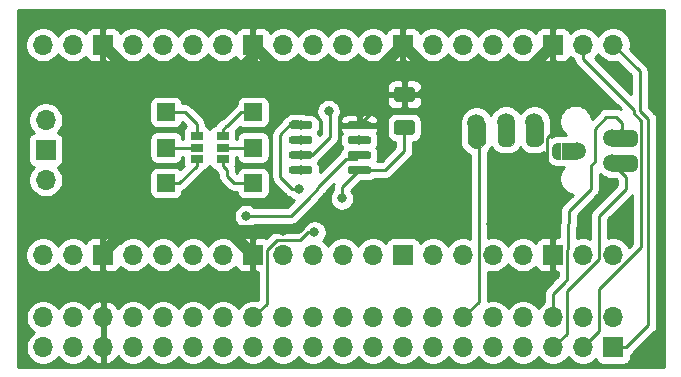
<source format=gbr>
G04 #@! TF.GenerationSoftware,KiCad,Pcbnew,5.1.5+dfsg1-2build2*
G04 #@! TF.CreationDate,2023-09-14T16:19:52+02:00*
G04 #@! TF.ProjectId,CCS_pico_board_2,4343535f-7069-4636-9f5f-626f6172645f,rev?*
G04 #@! TF.SameCoordinates,Original*
G04 #@! TF.FileFunction,Copper,L2,Bot*
G04 #@! TF.FilePolarity,Positive*
%FSLAX46Y46*%
G04 Gerber Fmt 4.6, Leading zero omitted, Abs format (unit mm)*
G04 Created by KiCad (PCBNEW 5.1.5+dfsg1-2build2) date 2023-09-14 16:19:52*
%MOMM*%
%LPD*%
G04 APERTURE LIST*
%ADD10C,0.100000*%
%ADD11O,1.700000X1.700000*%
%ADD12R,1.700000X1.700000*%
%ADD13R,1.500000X1.500000*%
%ADD14R,1.060000X0.650000*%
%ADD15C,1.500000*%
%ADD16C,0.800000*%
%ADD17C,1.000000*%
%ADD18C,0.250000*%
%ADD19C,0.500000*%
%ADD20C,0.254000*%
G04 APERTURE END LIST*
D10*
G36*
X76000000Y-87600000D02*
G01*
X76300000Y-87800000D01*
X76600000Y-87800000D01*
X76600000Y-86400000D01*
X76300000Y-86400000D01*
X76000000Y-86600000D01*
X75900000Y-86900000D01*
X75900000Y-87300000D01*
X76000000Y-87600000D01*
G37*
X76000000Y-87600000D02*
X76300000Y-87800000D01*
X76600000Y-87800000D01*
X76600000Y-86400000D01*
X76300000Y-86400000D01*
X76000000Y-86600000D01*
X75900000Y-86900000D01*
X75900000Y-87300000D01*
X76000000Y-87600000D01*
G36*
X78000000Y-87800000D02*
G01*
X78000000Y-86400000D01*
X76700000Y-86400000D01*
X76700000Y-87800000D01*
X78000000Y-87800000D01*
G37*
X78000000Y-87800000D02*
X78000000Y-86400000D01*
X76700000Y-86400000D01*
X76700000Y-87800000D01*
X78000000Y-87800000D01*
G36*
X75100000Y-84600000D02*
G01*
X73700000Y-84600000D01*
X73700000Y-85900000D01*
X75100000Y-85900000D01*
X75100000Y-84600000D01*
G37*
X75100000Y-84600000D02*
X73700000Y-84600000D01*
X73700000Y-85900000D01*
X75100000Y-85900000D01*
X75100000Y-84600000D01*
G36*
X74900000Y-86600000D02*
G01*
X75100000Y-86300000D01*
X75100000Y-86000000D01*
X73700000Y-86000000D01*
X73700000Y-86300000D01*
X73900000Y-86600000D01*
X74200000Y-86700000D01*
X74600000Y-86700000D01*
X74900000Y-86600000D01*
G37*
X74900000Y-86600000D02*
X75100000Y-86300000D01*
X75100000Y-86000000D01*
X73700000Y-86000000D01*
X73700000Y-86300000D01*
X73900000Y-86600000D01*
X74200000Y-86700000D01*
X74600000Y-86700000D01*
X74900000Y-86600000D01*
G36*
X72500000Y-86600000D02*
G01*
X72700000Y-86300000D01*
X72700000Y-86000000D01*
X71300000Y-86000000D01*
X71300000Y-86300000D01*
X71500000Y-86600000D01*
X71800000Y-86700000D01*
X72200000Y-86700000D01*
X72500000Y-86600000D01*
G37*
X72500000Y-86600000D02*
X72700000Y-86300000D01*
X72700000Y-86000000D01*
X71300000Y-86000000D01*
X71300000Y-86300000D01*
X71500000Y-86600000D01*
X71800000Y-86700000D01*
X72200000Y-86700000D01*
X72500000Y-86600000D01*
G36*
X72700000Y-84600000D02*
G01*
X71300000Y-84600000D01*
X71300000Y-85900000D01*
X72700000Y-85900000D01*
X72700000Y-84600000D01*
G37*
X72700000Y-84600000D02*
X71300000Y-84600000D01*
X71300000Y-85900000D01*
X72700000Y-85900000D01*
X72700000Y-84600000D01*
G36*
X83000000Y-85500000D02*
G01*
X82700000Y-85300000D01*
X82400000Y-85300000D01*
X82400000Y-86700000D01*
X82700000Y-86700000D01*
X83000000Y-86500000D01*
X83100000Y-86200000D01*
X83100000Y-85800000D01*
X83000000Y-85500000D01*
G37*
X83000000Y-85500000D02*
X82700000Y-85300000D01*
X82400000Y-85300000D01*
X82400000Y-86700000D01*
X82700000Y-86700000D01*
X83000000Y-86500000D01*
X83100000Y-86200000D01*
X83100000Y-85800000D01*
X83000000Y-85500000D01*
G36*
X81000000Y-85300000D02*
G01*
X81000000Y-86700000D01*
X82300000Y-86700000D01*
X82300000Y-85300000D01*
X81000000Y-85300000D01*
G37*
X81000000Y-85300000D02*
X81000000Y-86700000D01*
X82300000Y-86700000D01*
X82300000Y-85300000D01*
X81000000Y-85300000D01*
G36*
X83000000Y-87600000D02*
G01*
X82700000Y-87400000D01*
X82400000Y-87400000D01*
X82400000Y-88800000D01*
X82700000Y-88800000D01*
X83000000Y-88600000D01*
X83100000Y-88300000D01*
X83100000Y-87900000D01*
X83000000Y-87600000D01*
G37*
X83000000Y-87600000D02*
X82700000Y-87400000D01*
X82400000Y-87400000D01*
X82400000Y-88800000D01*
X82700000Y-88800000D01*
X83000000Y-88600000D01*
X83100000Y-88300000D01*
X83100000Y-87900000D01*
X83000000Y-87600000D01*
G36*
X81000000Y-87400000D02*
G01*
X81000000Y-88800000D01*
X82300000Y-88800000D01*
X82300000Y-87400000D01*
X81000000Y-87400000D01*
G37*
X81000000Y-87400000D02*
X81000000Y-88800000D01*
X82300000Y-88800000D01*
X82300000Y-87400000D01*
X81000000Y-87400000D01*
G36*
X70000000Y-86700000D02*
G01*
X70200000Y-86400000D01*
X70200000Y-86100000D01*
X68800000Y-86100000D01*
X68800000Y-86400000D01*
X69000000Y-86700000D01*
X69300000Y-86800000D01*
X69700000Y-86800000D01*
X70000000Y-86700000D01*
G37*
X70000000Y-86700000D02*
X70200000Y-86400000D01*
X70200000Y-86100000D01*
X68800000Y-86100000D01*
X68800000Y-86400000D01*
X69000000Y-86700000D01*
X69300000Y-86800000D01*
X69700000Y-86800000D01*
X70000000Y-86700000D01*
G36*
X70200000Y-84700000D02*
G01*
X68800000Y-84700000D01*
X68800000Y-86000000D01*
X70200000Y-86000000D01*
X70200000Y-84700000D01*
G37*
X70200000Y-84700000D02*
X68800000Y-84700000D01*
X68800000Y-86000000D01*
X70200000Y-86000000D01*
X70200000Y-84700000D01*
D11*
X33029020Y-89535000D03*
D12*
X33029020Y-86995000D03*
D11*
X33029020Y-84455000D03*
X81059020Y-95885000D03*
X78519020Y-95885000D03*
D12*
X75979020Y-95885000D03*
D11*
X73439020Y-95885000D03*
X70899020Y-95885000D03*
X68359020Y-95885000D03*
X65819020Y-95885000D03*
D12*
X63279020Y-95885000D03*
D11*
X60739020Y-95885000D03*
X58199020Y-95885000D03*
X55659020Y-95885000D03*
X53119020Y-95885000D03*
D12*
X50579020Y-95885000D03*
D11*
X48039020Y-95885000D03*
X45499020Y-95885000D03*
X42959020Y-95885000D03*
X40419020Y-95885000D03*
D12*
X37879020Y-95885000D03*
D11*
X35339020Y-95885000D03*
X32799020Y-95885000D03*
X32799020Y-78105000D03*
X35339020Y-78105000D03*
D12*
X37879020Y-78105000D03*
D11*
X40419020Y-78105000D03*
X42959020Y-78105000D03*
X45499020Y-78105000D03*
X48039020Y-78105000D03*
D12*
X50579020Y-78105000D03*
D11*
X53119020Y-78105000D03*
X55659020Y-78105000D03*
X58199020Y-78105000D03*
X60739020Y-78105000D03*
D12*
X63279020Y-78105000D03*
D11*
X65819020Y-78105000D03*
X68359020Y-78105000D03*
X70899020Y-78105000D03*
X73439020Y-78105000D03*
D12*
X75979020Y-78105000D03*
D11*
X78519020Y-78105000D03*
X81059020Y-78105000D03*
D13*
X50600000Y-89800000D03*
X50600000Y-86800000D03*
X50600000Y-83800000D03*
X43200000Y-83800000D03*
X43200000Y-89800000D03*
X43200000Y-86800000D03*
D14*
X48000000Y-86800000D03*
X48000000Y-87750000D03*
X48000000Y-85850000D03*
X45800000Y-85850000D03*
X45800000Y-86800000D03*
X45800000Y-87750000D03*
G04 #@! TA.AperFunction,SMDPad,CuDef*
D10*
G36*
X60414703Y-88405722D02*
G01*
X60429264Y-88407882D01*
X60443543Y-88411459D01*
X60457403Y-88416418D01*
X60470710Y-88422712D01*
X60483336Y-88430280D01*
X60495159Y-88439048D01*
X60506066Y-88448934D01*
X60515952Y-88459841D01*
X60524720Y-88471664D01*
X60532288Y-88484290D01*
X60538582Y-88497597D01*
X60543541Y-88511457D01*
X60547118Y-88525736D01*
X60549278Y-88540297D01*
X60550000Y-88555000D01*
X60550000Y-88855000D01*
X60549278Y-88869703D01*
X60547118Y-88884264D01*
X60543541Y-88898543D01*
X60538582Y-88912403D01*
X60532288Y-88925710D01*
X60524720Y-88938336D01*
X60515952Y-88950159D01*
X60506066Y-88961066D01*
X60495159Y-88970952D01*
X60483336Y-88979720D01*
X60470710Y-88987288D01*
X60457403Y-88993582D01*
X60443543Y-88998541D01*
X60429264Y-89002118D01*
X60414703Y-89004278D01*
X60400000Y-89005000D01*
X58750000Y-89005000D01*
X58735297Y-89004278D01*
X58720736Y-89002118D01*
X58706457Y-88998541D01*
X58692597Y-88993582D01*
X58679290Y-88987288D01*
X58666664Y-88979720D01*
X58654841Y-88970952D01*
X58643934Y-88961066D01*
X58634048Y-88950159D01*
X58625280Y-88938336D01*
X58617712Y-88925710D01*
X58611418Y-88912403D01*
X58606459Y-88898543D01*
X58602882Y-88884264D01*
X58600722Y-88869703D01*
X58600000Y-88855000D01*
X58600000Y-88555000D01*
X58600722Y-88540297D01*
X58602882Y-88525736D01*
X58606459Y-88511457D01*
X58611418Y-88497597D01*
X58617712Y-88484290D01*
X58625280Y-88471664D01*
X58634048Y-88459841D01*
X58643934Y-88448934D01*
X58654841Y-88439048D01*
X58666664Y-88430280D01*
X58679290Y-88422712D01*
X58692597Y-88416418D01*
X58706457Y-88411459D01*
X58720736Y-88407882D01*
X58735297Y-88405722D01*
X58750000Y-88405000D01*
X60400000Y-88405000D01*
X60414703Y-88405722D01*
G37*
G04 #@! TD.AperFunction*
G04 #@! TA.AperFunction,SMDPad,CuDef*
G36*
X60414703Y-87135722D02*
G01*
X60429264Y-87137882D01*
X60443543Y-87141459D01*
X60457403Y-87146418D01*
X60470710Y-87152712D01*
X60483336Y-87160280D01*
X60495159Y-87169048D01*
X60506066Y-87178934D01*
X60515952Y-87189841D01*
X60524720Y-87201664D01*
X60532288Y-87214290D01*
X60538582Y-87227597D01*
X60543541Y-87241457D01*
X60547118Y-87255736D01*
X60549278Y-87270297D01*
X60550000Y-87285000D01*
X60550000Y-87585000D01*
X60549278Y-87599703D01*
X60547118Y-87614264D01*
X60543541Y-87628543D01*
X60538582Y-87642403D01*
X60532288Y-87655710D01*
X60524720Y-87668336D01*
X60515952Y-87680159D01*
X60506066Y-87691066D01*
X60495159Y-87700952D01*
X60483336Y-87709720D01*
X60470710Y-87717288D01*
X60457403Y-87723582D01*
X60443543Y-87728541D01*
X60429264Y-87732118D01*
X60414703Y-87734278D01*
X60400000Y-87735000D01*
X58750000Y-87735000D01*
X58735297Y-87734278D01*
X58720736Y-87732118D01*
X58706457Y-87728541D01*
X58692597Y-87723582D01*
X58679290Y-87717288D01*
X58666664Y-87709720D01*
X58654841Y-87700952D01*
X58643934Y-87691066D01*
X58634048Y-87680159D01*
X58625280Y-87668336D01*
X58617712Y-87655710D01*
X58611418Y-87642403D01*
X58606459Y-87628543D01*
X58602882Y-87614264D01*
X58600722Y-87599703D01*
X58600000Y-87585000D01*
X58600000Y-87285000D01*
X58600722Y-87270297D01*
X58602882Y-87255736D01*
X58606459Y-87241457D01*
X58611418Y-87227597D01*
X58617712Y-87214290D01*
X58625280Y-87201664D01*
X58634048Y-87189841D01*
X58643934Y-87178934D01*
X58654841Y-87169048D01*
X58666664Y-87160280D01*
X58679290Y-87152712D01*
X58692597Y-87146418D01*
X58706457Y-87141459D01*
X58720736Y-87137882D01*
X58735297Y-87135722D01*
X58750000Y-87135000D01*
X60400000Y-87135000D01*
X60414703Y-87135722D01*
G37*
G04 #@! TD.AperFunction*
G04 #@! TA.AperFunction,SMDPad,CuDef*
G36*
X60414703Y-85865722D02*
G01*
X60429264Y-85867882D01*
X60443543Y-85871459D01*
X60457403Y-85876418D01*
X60470710Y-85882712D01*
X60483336Y-85890280D01*
X60495159Y-85899048D01*
X60506066Y-85908934D01*
X60515952Y-85919841D01*
X60524720Y-85931664D01*
X60532288Y-85944290D01*
X60538582Y-85957597D01*
X60543541Y-85971457D01*
X60547118Y-85985736D01*
X60549278Y-86000297D01*
X60550000Y-86015000D01*
X60550000Y-86315000D01*
X60549278Y-86329703D01*
X60547118Y-86344264D01*
X60543541Y-86358543D01*
X60538582Y-86372403D01*
X60532288Y-86385710D01*
X60524720Y-86398336D01*
X60515952Y-86410159D01*
X60506066Y-86421066D01*
X60495159Y-86430952D01*
X60483336Y-86439720D01*
X60470710Y-86447288D01*
X60457403Y-86453582D01*
X60443543Y-86458541D01*
X60429264Y-86462118D01*
X60414703Y-86464278D01*
X60400000Y-86465000D01*
X58750000Y-86465000D01*
X58735297Y-86464278D01*
X58720736Y-86462118D01*
X58706457Y-86458541D01*
X58692597Y-86453582D01*
X58679290Y-86447288D01*
X58666664Y-86439720D01*
X58654841Y-86430952D01*
X58643934Y-86421066D01*
X58634048Y-86410159D01*
X58625280Y-86398336D01*
X58617712Y-86385710D01*
X58611418Y-86372403D01*
X58606459Y-86358543D01*
X58602882Y-86344264D01*
X58600722Y-86329703D01*
X58600000Y-86315000D01*
X58600000Y-86015000D01*
X58600722Y-86000297D01*
X58602882Y-85985736D01*
X58606459Y-85971457D01*
X58611418Y-85957597D01*
X58617712Y-85944290D01*
X58625280Y-85931664D01*
X58634048Y-85919841D01*
X58643934Y-85908934D01*
X58654841Y-85899048D01*
X58666664Y-85890280D01*
X58679290Y-85882712D01*
X58692597Y-85876418D01*
X58706457Y-85871459D01*
X58720736Y-85867882D01*
X58735297Y-85865722D01*
X58750000Y-85865000D01*
X60400000Y-85865000D01*
X60414703Y-85865722D01*
G37*
G04 #@! TD.AperFunction*
G04 #@! TA.AperFunction,SMDPad,CuDef*
G36*
X60414703Y-84595722D02*
G01*
X60429264Y-84597882D01*
X60443543Y-84601459D01*
X60457403Y-84606418D01*
X60470710Y-84612712D01*
X60483336Y-84620280D01*
X60495159Y-84629048D01*
X60506066Y-84638934D01*
X60515952Y-84649841D01*
X60524720Y-84661664D01*
X60532288Y-84674290D01*
X60538582Y-84687597D01*
X60543541Y-84701457D01*
X60547118Y-84715736D01*
X60549278Y-84730297D01*
X60550000Y-84745000D01*
X60550000Y-85045000D01*
X60549278Y-85059703D01*
X60547118Y-85074264D01*
X60543541Y-85088543D01*
X60538582Y-85102403D01*
X60532288Y-85115710D01*
X60524720Y-85128336D01*
X60515952Y-85140159D01*
X60506066Y-85151066D01*
X60495159Y-85160952D01*
X60483336Y-85169720D01*
X60470710Y-85177288D01*
X60457403Y-85183582D01*
X60443543Y-85188541D01*
X60429264Y-85192118D01*
X60414703Y-85194278D01*
X60400000Y-85195000D01*
X58750000Y-85195000D01*
X58735297Y-85194278D01*
X58720736Y-85192118D01*
X58706457Y-85188541D01*
X58692597Y-85183582D01*
X58679290Y-85177288D01*
X58666664Y-85169720D01*
X58654841Y-85160952D01*
X58643934Y-85151066D01*
X58634048Y-85140159D01*
X58625280Y-85128336D01*
X58617712Y-85115710D01*
X58611418Y-85102403D01*
X58606459Y-85088543D01*
X58602882Y-85074264D01*
X58600722Y-85059703D01*
X58600000Y-85045000D01*
X58600000Y-84745000D01*
X58600722Y-84730297D01*
X58602882Y-84715736D01*
X58606459Y-84701457D01*
X58611418Y-84687597D01*
X58617712Y-84674290D01*
X58625280Y-84661664D01*
X58634048Y-84649841D01*
X58643934Y-84638934D01*
X58654841Y-84629048D01*
X58666664Y-84620280D01*
X58679290Y-84612712D01*
X58692597Y-84606418D01*
X58706457Y-84601459D01*
X58720736Y-84597882D01*
X58735297Y-84595722D01*
X58750000Y-84595000D01*
X60400000Y-84595000D01*
X60414703Y-84595722D01*
G37*
G04 #@! TD.AperFunction*
G04 #@! TA.AperFunction,SMDPad,CuDef*
G36*
X55464703Y-84595722D02*
G01*
X55479264Y-84597882D01*
X55493543Y-84601459D01*
X55507403Y-84606418D01*
X55520710Y-84612712D01*
X55533336Y-84620280D01*
X55545159Y-84629048D01*
X55556066Y-84638934D01*
X55565952Y-84649841D01*
X55574720Y-84661664D01*
X55582288Y-84674290D01*
X55588582Y-84687597D01*
X55593541Y-84701457D01*
X55597118Y-84715736D01*
X55599278Y-84730297D01*
X55600000Y-84745000D01*
X55600000Y-85045000D01*
X55599278Y-85059703D01*
X55597118Y-85074264D01*
X55593541Y-85088543D01*
X55588582Y-85102403D01*
X55582288Y-85115710D01*
X55574720Y-85128336D01*
X55565952Y-85140159D01*
X55556066Y-85151066D01*
X55545159Y-85160952D01*
X55533336Y-85169720D01*
X55520710Y-85177288D01*
X55507403Y-85183582D01*
X55493543Y-85188541D01*
X55479264Y-85192118D01*
X55464703Y-85194278D01*
X55450000Y-85195000D01*
X53800000Y-85195000D01*
X53785297Y-85194278D01*
X53770736Y-85192118D01*
X53756457Y-85188541D01*
X53742597Y-85183582D01*
X53729290Y-85177288D01*
X53716664Y-85169720D01*
X53704841Y-85160952D01*
X53693934Y-85151066D01*
X53684048Y-85140159D01*
X53675280Y-85128336D01*
X53667712Y-85115710D01*
X53661418Y-85102403D01*
X53656459Y-85088543D01*
X53652882Y-85074264D01*
X53650722Y-85059703D01*
X53650000Y-85045000D01*
X53650000Y-84745000D01*
X53650722Y-84730297D01*
X53652882Y-84715736D01*
X53656459Y-84701457D01*
X53661418Y-84687597D01*
X53667712Y-84674290D01*
X53675280Y-84661664D01*
X53684048Y-84649841D01*
X53693934Y-84638934D01*
X53704841Y-84629048D01*
X53716664Y-84620280D01*
X53729290Y-84612712D01*
X53742597Y-84606418D01*
X53756457Y-84601459D01*
X53770736Y-84597882D01*
X53785297Y-84595722D01*
X53800000Y-84595000D01*
X55450000Y-84595000D01*
X55464703Y-84595722D01*
G37*
G04 #@! TD.AperFunction*
G04 #@! TA.AperFunction,SMDPad,CuDef*
G36*
X55464703Y-85865722D02*
G01*
X55479264Y-85867882D01*
X55493543Y-85871459D01*
X55507403Y-85876418D01*
X55520710Y-85882712D01*
X55533336Y-85890280D01*
X55545159Y-85899048D01*
X55556066Y-85908934D01*
X55565952Y-85919841D01*
X55574720Y-85931664D01*
X55582288Y-85944290D01*
X55588582Y-85957597D01*
X55593541Y-85971457D01*
X55597118Y-85985736D01*
X55599278Y-86000297D01*
X55600000Y-86015000D01*
X55600000Y-86315000D01*
X55599278Y-86329703D01*
X55597118Y-86344264D01*
X55593541Y-86358543D01*
X55588582Y-86372403D01*
X55582288Y-86385710D01*
X55574720Y-86398336D01*
X55565952Y-86410159D01*
X55556066Y-86421066D01*
X55545159Y-86430952D01*
X55533336Y-86439720D01*
X55520710Y-86447288D01*
X55507403Y-86453582D01*
X55493543Y-86458541D01*
X55479264Y-86462118D01*
X55464703Y-86464278D01*
X55450000Y-86465000D01*
X53800000Y-86465000D01*
X53785297Y-86464278D01*
X53770736Y-86462118D01*
X53756457Y-86458541D01*
X53742597Y-86453582D01*
X53729290Y-86447288D01*
X53716664Y-86439720D01*
X53704841Y-86430952D01*
X53693934Y-86421066D01*
X53684048Y-86410159D01*
X53675280Y-86398336D01*
X53667712Y-86385710D01*
X53661418Y-86372403D01*
X53656459Y-86358543D01*
X53652882Y-86344264D01*
X53650722Y-86329703D01*
X53650000Y-86315000D01*
X53650000Y-86015000D01*
X53650722Y-86000297D01*
X53652882Y-85985736D01*
X53656459Y-85971457D01*
X53661418Y-85957597D01*
X53667712Y-85944290D01*
X53675280Y-85931664D01*
X53684048Y-85919841D01*
X53693934Y-85908934D01*
X53704841Y-85899048D01*
X53716664Y-85890280D01*
X53729290Y-85882712D01*
X53742597Y-85876418D01*
X53756457Y-85871459D01*
X53770736Y-85867882D01*
X53785297Y-85865722D01*
X53800000Y-85865000D01*
X55450000Y-85865000D01*
X55464703Y-85865722D01*
G37*
G04 #@! TD.AperFunction*
G04 #@! TA.AperFunction,SMDPad,CuDef*
G36*
X55464703Y-87135722D02*
G01*
X55479264Y-87137882D01*
X55493543Y-87141459D01*
X55507403Y-87146418D01*
X55520710Y-87152712D01*
X55533336Y-87160280D01*
X55545159Y-87169048D01*
X55556066Y-87178934D01*
X55565952Y-87189841D01*
X55574720Y-87201664D01*
X55582288Y-87214290D01*
X55588582Y-87227597D01*
X55593541Y-87241457D01*
X55597118Y-87255736D01*
X55599278Y-87270297D01*
X55600000Y-87285000D01*
X55600000Y-87585000D01*
X55599278Y-87599703D01*
X55597118Y-87614264D01*
X55593541Y-87628543D01*
X55588582Y-87642403D01*
X55582288Y-87655710D01*
X55574720Y-87668336D01*
X55565952Y-87680159D01*
X55556066Y-87691066D01*
X55545159Y-87700952D01*
X55533336Y-87709720D01*
X55520710Y-87717288D01*
X55507403Y-87723582D01*
X55493543Y-87728541D01*
X55479264Y-87732118D01*
X55464703Y-87734278D01*
X55450000Y-87735000D01*
X53800000Y-87735000D01*
X53785297Y-87734278D01*
X53770736Y-87732118D01*
X53756457Y-87728541D01*
X53742597Y-87723582D01*
X53729290Y-87717288D01*
X53716664Y-87709720D01*
X53704841Y-87700952D01*
X53693934Y-87691066D01*
X53684048Y-87680159D01*
X53675280Y-87668336D01*
X53667712Y-87655710D01*
X53661418Y-87642403D01*
X53656459Y-87628543D01*
X53652882Y-87614264D01*
X53650722Y-87599703D01*
X53650000Y-87585000D01*
X53650000Y-87285000D01*
X53650722Y-87270297D01*
X53652882Y-87255736D01*
X53656459Y-87241457D01*
X53661418Y-87227597D01*
X53667712Y-87214290D01*
X53675280Y-87201664D01*
X53684048Y-87189841D01*
X53693934Y-87178934D01*
X53704841Y-87169048D01*
X53716664Y-87160280D01*
X53729290Y-87152712D01*
X53742597Y-87146418D01*
X53756457Y-87141459D01*
X53770736Y-87137882D01*
X53785297Y-87135722D01*
X53800000Y-87135000D01*
X55450000Y-87135000D01*
X55464703Y-87135722D01*
G37*
G04 #@! TD.AperFunction*
G04 #@! TA.AperFunction,SMDPad,CuDef*
G36*
X55464703Y-88405722D02*
G01*
X55479264Y-88407882D01*
X55493543Y-88411459D01*
X55507403Y-88416418D01*
X55520710Y-88422712D01*
X55533336Y-88430280D01*
X55545159Y-88439048D01*
X55556066Y-88448934D01*
X55565952Y-88459841D01*
X55574720Y-88471664D01*
X55582288Y-88484290D01*
X55588582Y-88497597D01*
X55593541Y-88511457D01*
X55597118Y-88525736D01*
X55599278Y-88540297D01*
X55600000Y-88555000D01*
X55600000Y-88855000D01*
X55599278Y-88869703D01*
X55597118Y-88884264D01*
X55593541Y-88898543D01*
X55588582Y-88912403D01*
X55582288Y-88925710D01*
X55574720Y-88938336D01*
X55565952Y-88950159D01*
X55556066Y-88961066D01*
X55545159Y-88970952D01*
X55533336Y-88979720D01*
X55520710Y-88987288D01*
X55507403Y-88993582D01*
X55493543Y-88998541D01*
X55479264Y-89002118D01*
X55464703Y-89004278D01*
X55450000Y-89005000D01*
X53800000Y-89005000D01*
X53785297Y-89004278D01*
X53770736Y-89002118D01*
X53756457Y-88998541D01*
X53742597Y-88993582D01*
X53729290Y-88987288D01*
X53716664Y-88979720D01*
X53704841Y-88970952D01*
X53693934Y-88961066D01*
X53684048Y-88950159D01*
X53675280Y-88938336D01*
X53667712Y-88925710D01*
X53661418Y-88912403D01*
X53656459Y-88898543D01*
X53652882Y-88884264D01*
X53650722Y-88869703D01*
X53650000Y-88855000D01*
X53650000Y-88555000D01*
X53650722Y-88540297D01*
X53652882Y-88525736D01*
X53656459Y-88511457D01*
X53661418Y-88497597D01*
X53667712Y-88484290D01*
X53675280Y-88471664D01*
X53684048Y-88459841D01*
X53693934Y-88448934D01*
X53704841Y-88439048D01*
X53716664Y-88430280D01*
X53729290Y-88422712D01*
X53742597Y-88416418D01*
X53756457Y-88411459D01*
X53770736Y-88407882D01*
X53785297Y-88405722D01*
X53800000Y-88405000D01*
X55450000Y-88405000D01*
X55464703Y-88405722D01*
G37*
G04 #@! TD.AperFunction*
G04 #@! TA.AperFunction,SMDPad,CuDef*
G36*
X64049504Y-81676204D02*
G01*
X64073773Y-81679804D01*
X64097571Y-81685765D01*
X64120671Y-81694030D01*
X64142849Y-81704520D01*
X64163893Y-81717133D01*
X64183598Y-81731747D01*
X64201777Y-81748223D01*
X64218253Y-81766402D01*
X64232867Y-81786107D01*
X64245480Y-81807151D01*
X64255970Y-81829329D01*
X64264235Y-81852429D01*
X64270196Y-81876227D01*
X64273796Y-81900496D01*
X64275000Y-81925000D01*
X64275000Y-82675000D01*
X64273796Y-82699504D01*
X64270196Y-82723773D01*
X64264235Y-82747571D01*
X64255970Y-82770671D01*
X64245480Y-82792849D01*
X64232867Y-82813893D01*
X64218253Y-82833598D01*
X64201777Y-82851777D01*
X64183598Y-82868253D01*
X64163893Y-82882867D01*
X64142849Y-82895480D01*
X64120671Y-82905970D01*
X64097571Y-82914235D01*
X64073773Y-82920196D01*
X64049504Y-82923796D01*
X64025000Y-82925000D01*
X62775000Y-82925000D01*
X62750496Y-82923796D01*
X62726227Y-82920196D01*
X62702429Y-82914235D01*
X62679329Y-82905970D01*
X62657151Y-82895480D01*
X62636107Y-82882867D01*
X62616402Y-82868253D01*
X62598223Y-82851777D01*
X62581747Y-82833598D01*
X62567133Y-82813893D01*
X62554520Y-82792849D01*
X62544030Y-82770671D01*
X62535765Y-82747571D01*
X62529804Y-82723773D01*
X62526204Y-82699504D01*
X62525000Y-82675000D01*
X62525000Y-81925000D01*
X62526204Y-81900496D01*
X62529804Y-81876227D01*
X62535765Y-81852429D01*
X62544030Y-81829329D01*
X62554520Y-81807151D01*
X62567133Y-81786107D01*
X62581747Y-81766402D01*
X62598223Y-81748223D01*
X62616402Y-81731747D01*
X62636107Y-81717133D01*
X62657151Y-81704520D01*
X62679329Y-81694030D01*
X62702429Y-81685765D01*
X62726227Y-81679804D01*
X62750496Y-81676204D01*
X62775000Y-81675000D01*
X64025000Y-81675000D01*
X64049504Y-81676204D01*
G37*
G04 #@! TD.AperFunction*
G04 #@! TA.AperFunction,SMDPad,CuDef*
G36*
X64049504Y-84476204D02*
G01*
X64073773Y-84479804D01*
X64097571Y-84485765D01*
X64120671Y-84494030D01*
X64142849Y-84504520D01*
X64163893Y-84517133D01*
X64183598Y-84531747D01*
X64201777Y-84548223D01*
X64218253Y-84566402D01*
X64232867Y-84586107D01*
X64245480Y-84607151D01*
X64255970Y-84629329D01*
X64264235Y-84652429D01*
X64270196Y-84676227D01*
X64273796Y-84700496D01*
X64275000Y-84725000D01*
X64275000Y-85475000D01*
X64273796Y-85499504D01*
X64270196Y-85523773D01*
X64264235Y-85547571D01*
X64255970Y-85570671D01*
X64245480Y-85592849D01*
X64232867Y-85613893D01*
X64218253Y-85633598D01*
X64201777Y-85651777D01*
X64183598Y-85668253D01*
X64163893Y-85682867D01*
X64142849Y-85695480D01*
X64120671Y-85705970D01*
X64097571Y-85714235D01*
X64073773Y-85720196D01*
X64049504Y-85723796D01*
X64025000Y-85725000D01*
X62775000Y-85725000D01*
X62750496Y-85723796D01*
X62726227Y-85720196D01*
X62702429Y-85714235D01*
X62679329Y-85705970D01*
X62657151Y-85695480D01*
X62636107Y-85682867D01*
X62616402Y-85668253D01*
X62598223Y-85651777D01*
X62581747Y-85633598D01*
X62567133Y-85613893D01*
X62554520Y-85592849D01*
X62544030Y-85570671D01*
X62535765Y-85547571D01*
X62529804Y-85523773D01*
X62526204Y-85499504D01*
X62525000Y-85475000D01*
X62525000Y-84725000D01*
X62526204Y-84700496D01*
X62529804Y-84676227D01*
X62535765Y-84652429D01*
X62544030Y-84629329D01*
X62554520Y-84607151D01*
X62567133Y-84586107D01*
X62581747Y-84566402D01*
X62598223Y-84548223D01*
X62616402Y-84531747D01*
X62636107Y-84517133D01*
X62657151Y-84504520D01*
X62679329Y-84494030D01*
X62702429Y-84485765D01*
X62726227Y-84479804D01*
X62750496Y-84476204D01*
X62775000Y-84475000D01*
X64025000Y-84475000D01*
X64049504Y-84476204D01*
G37*
G04 #@! TD.AperFunction*
D15*
X78000000Y-87100000D03*
X74400000Y-84600000D03*
X72000000Y-84600000D03*
X81000000Y-86000000D03*
X81000000Y-88100000D03*
X69500000Y-84700000D03*
D11*
X32815000Y-101185000D03*
X32815000Y-103725000D03*
X35355000Y-101185000D03*
X35355000Y-103725000D03*
X37895000Y-101185000D03*
X37895000Y-103725000D03*
X40435000Y-101185000D03*
X40435000Y-103725000D03*
X42975000Y-101185000D03*
X42975000Y-103725000D03*
X45515000Y-101185000D03*
X45515000Y-103725000D03*
X48055000Y-101185000D03*
X48055000Y-103725000D03*
X50595000Y-101185000D03*
X50595000Y-103725000D03*
X53135000Y-101185000D03*
X53135000Y-103725000D03*
X55675000Y-101185000D03*
X55675000Y-103725000D03*
X58215000Y-101185000D03*
X58215000Y-103725000D03*
X60755000Y-101185000D03*
X60755000Y-103725000D03*
X63295000Y-101185000D03*
X63295000Y-103725000D03*
X65835000Y-101185000D03*
X65835000Y-103725000D03*
X68375000Y-101185000D03*
X68375000Y-103725000D03*
X70915000Y-101185000D03*
X70915000Y-103725000D03*
X73455000Y-101185000D03*
X73455000Y-103725000D03*
X75995000Y-101185000D03*
X75995000Y-103725000D03*
X78535000Y-101185000D03*
X78535000Y-103725000D03*
X81075000Y-101185000D03*
D12*
X81075000Y-103725000D03*
D16*
X78500000Y-93500000D03*
X81250000Y-93500000D03*
X81750000Y-80750000D03*
X33291780Y-80545940D03*
X35725100Y-80545940D03*
X38011100Y-80545940D03*
X40548560Y-80243680D03*
X43235880Y-80243680D03*
X45671740Y-80243680D03*
X70995540Y-80396080D03*
X40358900Y-93891100D03*
X43108900Y-93891100D03*
X45608900Y-93891100D03*
X48108900Y-93891100D03*
X50608900Y-93891100D03*
X53108900Y-93891100D03*
X55775000Y-92550000D03*
X58108900Y-93891100D03*
X60608900Y-93891100D03*
X63358900Y-93891100D03*
X65858900Y-93891100D03*
X68108900Y-93891100D03*
X54154720Y-80345280D03*
X56904720Y-80345280D03*
X59154720Y-80345280D03*
X66353920Y-80396080D03*
X37608900Y-93891100D03*
X35358900Y-93891100D03*
X33000000Y-92500000D03*
X70750000Y-93250000D03*
X50000000Y-92600000D03*
X54625000Y-88705000D03*
X55775000Y-93975000D03*
X54625000Y-86165000D03*
X59575000Y-86165000D03*
X58100000Y-91100000D03*
X54625000Y-84895000D03*
X54484019Y-90315981D03*
X54625000Y-87435000D03*
X56978778Y-83718127D03*
D17*
X37879020Y-95885000D02*
X37879020Y-95727520D01*
X37879020Y-95727520D02*
X39715440Y-93891100D01*
X48585120Y-93891100D02*
X50579020Y-95885000D01*
X39715440Y-93891100D02*
X40358900Y-93891100D01*
X37879020Y-78105000D02*
X40017700Y-80243680D01*
X40017700Y-80243680D02*
X40548560Y-80243680D01*
X50579020Y-79103220D02*
X50579020Y-78105000D01*
X49438560Y-80243680D02*
X50579020Y-79103220D01*
X50579020Y-78105000D02*
X52819300Y-80345280D01*
X61038740Y-80345280D02*
X63279020Y-78105000D01*
X52819300Y-80345280D02*
X54154720Y-80345280D01*
X63279020Y-78105000D02*
X63286640Y-78105000D01*
X63286640Y-78105000D02*
X65577720Y-80396080D01*
X73687940Y-80396080D02*
X75979020Y-78105000D01*
X65577720Y-80396080D02*
X66353920Y-80396080D01*
X39715440Y-80545940D02*
X40017700Y-80243680D01*
X39715440Y-93891100D02*
X39715440Y-80545940D01*
D18*
X73832720Y-80396080D02*
X73687940Y-80396080D01*
X75979020Y-82542380D02*
X73832720Y-80396080D01*
D17*
X39715440Y-80545940D02*
X38011100Y-80545940D01*
X33291780Y-80545940D02*
X33291780Y-80545940D01*
X35725100Y-80545940D02*
X33291780Y-80545940D01*
X38011100Y-80545940D02*
X35725100Y-80545940D01*
X40548560Y-80243680D02*
X43235880Y-80243680D01*
X43235880Y-80243680D02*
X45671740Y-80243680D01*
X45671740Y-80243680D02*
X49438560Y-80243680D01*
X70995540Y-80396080D02*
X73687940Y-80396080D01*
X48585120Y-93891100D02*
X50608900Y-93891100D01*
X40358900Y-93891100D02*
X43108900Y-93891100D01*
X43108900Y-93891100D02*
X45608900Y-93891100D01*
X45608900Y-93891100D02*
X48108900Y-93891100D01*
X48108900Y-93891100D02*
X48585120Y-93891100D01*
X58108900Y-93891100D02*
X60608900Y-93891100D01*
X60608900Y-93891100D02*
X63358900Y-93891100D01*
X63358900Y-93891100D02*
X65858900Y-93891100D01*
X65858900Y-93891100D02*
X68108900Y-93891100D01*
X68108900Y-93891100D02*
X68108900Y-93891100D01*
X54154720Y-80345280D02*
X56904720Y-80345280D01*
X56904720Y-80345280D02*
X59154720Y-80345280D01*
X59154720Y-80345280D02*
X61038740Y-80345280D01*
X66353920Y-80396080D02*
X70995540Y-80396080D01*
X39715440Y-93891100D02*
X37608900Y-93891100D01*
X34391100Y-93891100D02*
X33000000Y-92500000D01*
X37608900Y-93891100D02*
X35358900Y-93891100D01*
X35358900Y-93891100D02*
X34391100Y-93891100D01*
X33000000Y-92500000D02*
X33000000Y-92500000D01*
D18*
X75979020Y-89520980D02*
X74479020Y-89520980D01*
X75979020Y-95885000D02*
X75979020Y-89520980D01*
X74479020Y-89520980D02*
X71000000Y-93000000D01*
X71000000Y-93000000D02*
X70750000Y-93250000D01*
X70750000Y-93250000D02*
X70750000Y-93250000D01*
X75979020Y-89520980D02*
X75979020Y-88679020D01*
X75979020Y-88679020D02*
X75500000Y-88200000D01*
X75500000Y-88200000D02*
X75500000Y-86000000D01*
X75979020Y-85520980D02*
X75979020Y-82542380D01*
X75500000Y-86000000D02*
X75979020Y-85520980D01*
X59575000Y-84895000D02*
X59575000Y-84725000D01*
X62170000Y-82300000D02*
X63400000Y-82300000D01*
X59575000Y-84895000D02*
X62170000Y-82300000D01*
X64450000Y-82300000D02*
X66353920Y-80396080D01*
X63400000Y-82300000D02*
X64450000Y-82300000D01*
D19*
X50608900Y-93891100D02*
X53108900Y-93891100D01*
X54433900Y-93891100D02*
X55775000Y-92550000D01*
X53108900Y-93891100D02*
X54433900Y-93891100D01*
X56767800Y-92550000D02*
X58108900Y-93891100D01*
X55775000Y-92550000D02*
X56767800Y-92550000D01*
D18*
X59275000Y-87735000D02*
X58465000Y-87735000D01*
X59575000Y-87435000D02*
X59275000Y-87735000D01*
X58465000Y-87735000D02*
X56100000Y-90100000D01*
X56100000Y-90100000D02*
X56100000Y-90200000D01*
X53800000Y-92600000D02*
X55200000Y-91200000D01*
X50000000Y-92600000D02*
X53800000Y-92600000D01*
X55200000Y-91200000D02*
X55000000Y-91300000D01*
X56100000Y-90200000D02*
X55200000Y-91200000D01*
X52648917Y-94616101D02*
X54568214Y-94616101D01*
X51754021Y-95510997D02*
X52648917Y-94616101D01*
X55209315Y-93975000D02*
X55775000Y-93975000D01*
X54568214Y-94616101D02*
X55209315Y-93975000D01*
X51754021Y-100025979D02*
X51754021Y-95510997D01*
X50595000Y-101185000D02*
X51754021Y-100025979D01*
X82858621Y-83633321D02*
X82858621Y-83858621D01*
X78519020Y-79293720D02*
X82858621Y-83633321D01*
X78519020Y-78105000D02*
X78519020Y-79293720D01*
X79899999Y-98783023D02*
X83440000Y-95243022D01*
X79899999Y-102360001D02*
X79899999Y-98783023D01*
X83440000Y-95243022D02*
X83440000Y-84540000D01*
X78535000Y-103725000D02*
X79899999Y-102360001D01*
X82858621Y-83858621D02*
X83440000Y-84540000D01*
X83308631Y-80354611D02*
X81059020Y-78105000D01*
X83308631Y-83672221D02*
X84050010Y-84413600D01*
X83308631Y-80354611D02*
X83308631Y-83672221D01*
X84050010Y-101849990D02*
X84050010Y-84413600D01*
X82175000Y-103725000D02*
X84050010Y-101849990D01*
X81075000Y-103725000D02*
X82175000Y-103725000D01*
X59575000Y-88705000D02*
X61795000Y-88705000D01*
X63400000Y-87100000D02*
X63400000Y-85100000D01*
X61795000Y-88705000D02*
X63400000Y-87100000D01*
X58100000Y-90180000D02*
X59575000Y-88705000D01*
X58100000Y-91100000D02*
X58100000Y-90180000D01*
X53918334Y-90315981D02*
X52900000Y-89297647D01*
X54484019Y-90315981D02*
X53918334Y-90315981D01*
X52900000Y-89297647D02*
X52900000Y-85700000D01*
X54325000Y-84595000D02*
X54625000Y-84895000D01*
X54005000Y-84595000D02*
X54325000Y-84595000D01*
X52900000Y-85700000D02*
X54005000Y-84595000D01*
X55600000Y-87435000D02*
X57100000Y-85935000D01*
X54625000Y-87435000D02*
X55600000Y-87435000D01*
X57100000Y-83839349D02*
X56978778Y-83718127D01*
X57100000Y-85935000D02*
X57100000Y-83839349D01*
X69687440Y-86587440D02*
X69687440Y-85787440D01*
X69687440Y-86587440D02*
X69687440Y-86205182D01*
X69526780Y-85787440D02*
X69400000Y-85660660D01*
X69400000Y-85660660D02*
X69400000Y-84600000D01*
X69687440Y-85787440D02*
X69526780Y-85787440D01*
X69687440Y-99872560D02*
X68375000Y-101185000D01*
X69687440Y-86587440D02*
X69687440Y-99872560D01*
X81800000Y-85200000D02*
X81000000Y-86000000D01*
X79500000Y-85200000D02*
X80500000Y-84200000D01*
X79500000Y-88008998D02*
X79500000Y-85200000D01*
X79208619Y-88300379D02*
X79500000Y-88008998D01*
X81300000Y-84200000D02*
X81800000Y-84700000D01*
X77344019Y-92146061D02*
X79208619Y-90281461D01*
X81800000Y-84700000D02*
X81800000Y-85200000D01*
X80500000Y-84200000D02*
X81300000Y-84200000D01*
X79208619Y-90281461D02*
X79208619Y-88300379D01*
X77200000Y-97900000D02*
X77200000Y-96600000D01*
X77200000Y-96600000D02*
X77344019Y-92146061D01*
X75995000Y-99982919D02*
X75990000Y-99977919D01*
X75995000Y-101185000D02*
X75995000Y-99982919D01*
X75990000Y-99190000D02*
X76900000Y-98280000D01*
X75990000Y-99977919D02*
X75990000Y-99190000D01*
X76900000Y-98280000D02*
X77200000Y-97900000D01*
X76700000Y-98400000D02*
X76900000Y-98280000D01*
X82154021Y-90308001D02*
X82154021Y-89254021D01*
X79884019Y-92578003D02*
X82154021Y-90308001D01*
X82154021Y-89254021D02*
X81000000Y-88100000D01*
X77160000Y-98983022D02*
X79884019Y-96259003D01*
X77160000Y-99469998D02*
X77160000Y-98983022D01*
X77170001Y-102549999D02*
X77170001Y-99479999D01*
X79884019Y-96259003D02*
X79884019Y-92578003D01*
X77170001Y-99479999D02*
X77160000Y-99469998D01*
X75995000Y-103725000D02*
X77170001Y-102549999D01*
X44325000Y-89800000D02*
X43200000Y-89800000D01*
X45800000Y-88325000D02*
X44325000Y-89800000D01*
X45800000Y-87750000D02*
X45800000Y-88325000D01*
X48000000Y-86800000D02*
X50600000Y-86800000D01*
X48000000Y-88325000D02*
X48400000Y-88725000D01*
X48000000Y-87750000D02*
X48000000Y-88325000D01*
X48400000Y-88725000D02*
X48400000Y-89200000D01*
X49000000Y-89800000D02*
X50600000Y-89800000D01*
X48400000Y-89200000D02*
X49000000Y-89800000D01*
X50600000Y-83800000D02*
X49600000Y-83800000D01*
X49600000Y-83800000D02*
X48400000Y-85000000D01*
X48000000Y-85275000D02*
X48000000Y-85850000D01*
X48275000Y-85000000D02*
X48000000Y-85275000D01*
X48400000Y-85000000D02*
X48275000Y-85000000D01*
X45800000Y-85850000D02*
X45800000Y-84800000D01*
X44800000Y-83800000D02*
X43200000Y-83800000D01*
X45800000Y-84800000D02*
X44800000Y-83800000D01*
X45800000Y-86800000D02*
X43200000Y-86800000D01*
D20*
G36*
X85340000Y-105340000D02*
G01*
X30660000Y-105340000D01*
X30660000Y-101038740D01*
X31330000Y-101038740D01*
X31330000Y-101331260D01*
X31387068Y-101618158D01*
X31499010Y-101888411D01*
X31661525Y-102131632D01*
X31868368Y-102338475D01*
X32042760Y-102455000D01*
X31868368Y-102571525D01*
X31661525Y-102778368D01*
X31499010Y-103021589D01*
X31387068Y-103291842D01*
X31330000Y-103578740D01*
X31330000Y-103871260D01*
X31387068Y-104158158D01*
X31499010Y-104428411D01*
X31661525Y-104671632D01*
X31868368Y-104878475D01*
X32111589Y-105040990D01*
X32381842Y-105152932D01*
X32668740Y-105210000D01*
X32961260Y-105210000D01*
X33248158Y-105152932D01*
X33518411Y-105040990D01*
X33761632Y-104878475D01*
X33968475Y-104671632D01*
X34085000Y-104497240D01*
X34201525Y-104671632D01*
X34408368Y-104878475D01*
X34651589Y-105040990D01*
X34921842Y-105152932D01*
X35208740Y-105210000D01*
X35501260Y-105210000D01*
X35788158Y-105152932D01*
X36058411Y-105040990D01*
X36301632Y-104878475D01*
X36508475Y-104671632D01*
X36630195Y-104489466D01*
X36699822Y-104606355D01*
X36894731Y-104822588D01*
X37128080Y-104996641D01*
X37390901Y-105121825D01*
X37538110Y-105166476D01*
X37768000Y-105045155D01*
X37768000Y-103852000D01*
X37748000Y-103852000D01*
X37748000Y-103598000D01*
X37768000Y-103598000D01*
X37768000Y-101312000D01*
X37748000Y-101312000D01*
X37748000Y-101058000D01*
X37768000Y-101058000D01*
X37768000Y-99864845D01*
X38022000Y-99864845D01*
X38022000Y-101058000D01*
X38042000Y-101058000D01*
X38042000Y-101312000D01*
X38022000Y-101312000D01*
X38022000Y-103598000D01*
X38042000Y-103598000D01*
X38042000Y-103852000D01*
X38022000Y-103852000D01*
X38022000Y-105045155D01*
X38251890Y-105166476D01*
X38399099Y-105121825D01*
X38661920Y-104996641D01*
X38895269Y-104822588D01*
X39090178Y-104606355D01*
X39159805Y-104489466D01*
X39281525Y-104671632D01*
X39488368Y-104878475D01*
X39731589Y-105040990D01*
X40001842Y-105152932D01*
X40288740Y-105210000D01*
X40581260Y-105210000D01*
X40868158Y-105152932D01*
X41138411Y-105040990D01*
X41381632Y-104878475D01*
X41588475Y-104671632D01*
X41705000Y-104497240D01*
X41821525Y-104671632D01*
X42028368Y-104878475D01*
X42271589Y-105040990D01*
X42541842Y-105152932D01*
X42828740Y-105210000D01*
X43121260Y-105210000D01*
X43408158Y-105152932D01*
X43678411Y-105040990D01*
X43921632Y-104878475D01*
X44128475Y-104671632D01*
X44245000Y-104497240D01*
X44361525Y-104671632D01*
X44568368Y-104878475D01*
X44811589Y-105040990D01*
X45081842Y-105152932D01*
X45368740Y-105210000D01*
X45661260Y-105210000D01*
X45948158Y-105152932D01*
X46218411Y-105040990D01*
X46461632Y-104878475D01*
X46668475Y-104671632D01*
X46785000Y-104497240D01*
X46901525Y-104671632D01*
X47108368Y-104878475D01*
X47351589Y-105040990D01*
X47621842Y-105152932D01*
X47908740Y-105210000D01*
X48201260Y-105210000D01*
X48488158Y-105152932D01*
X48758411Y-105040990D01*
X49001632Y-104878475D01*
X49208475Y-104671632D01*
X49325000Y-104497240D01*
X49441525Y-104671632D01*
X49648368Y-104878475D01*
X49891589Y-105040990D01*
X50161842Y-105152932D01*
X50448740Y-105210000D01*
X50741260Y-105210000D01*
X51028158Y-105152932D01*
X51298411Y-105040990D01*
X51541632Y-104878475D01*
X51748475Y-104671632D01*
X51865000Y-104497240D01*
X51981525Y-104671632D01*
X52188368Y-104878475D01*
X52431589Y-105040990D01*
X52701842Y-105152932D01*
X52988740Y-105210000D01*
X53281260Y-105210000D01*
X53568158Y-105152932D01*
X53838411Y-105040990D01*
X54081632Y-104878475D01*
X54288475Y-104671632D01*
X54405000Y-104497240D01*
X54521525Y-104671632D01*
X54728368Y-104878475D01*
X54971589Y-105040990D01*
X55241842Y-105152932D01*
X55528740Y-105210000D01*
X55821260Y-105210000D01*
X56108158Y-105152932D01*
X56378411Y-105040990D01*
X56621632Y-104878475D01*
X56828475Y-104671632D01*
X56945000Y-104497240D01*
X57061525Y-104671632D01*
X57268368Y-104878475D01*
X57511589Y-105040990D01*
X57781842Y-105152932D01*
X58068740Y-105210000D01*
X58361260Y-105210000D01*
X58648158Y-105152932D01*
X58918411Y-105040990D01*
X59161632Y-104878475D01*
X59368475Y-104671632D01*
X59485000Y-104497240D01*
X59601525Y-104671632D01*
X59808368Y-104878475D01*
X60051589Y-105040990D01*
X60321842Y-105152932D01*
X60608740Y-105210000D01*
X60901260Y-105210000D01*
X61188158Y-105152932D01*
X61458411Y-105040990D01*
X61701632Y-104878475D01*
X61908475Y-104671632D01*
X62025000Y-104497240D01*
X62141525Y-104671632D01*
X62348368Y-104878475D01*
X62591589Y-105040990D01*
X62861842Y-105152932D01*
X63148740Y-105210000D01*
X63441260Y-105210000D01*
X63728158Y-105152932D01*
X63998411Y-105040990D01*
X64241632Y-104878475D01*
X64448475Y-104671632D01*
X64565000Y-104497240D01*
X64681525Y-104671632D01*
X64888368Y-104878475D01*
X65131589Y-105040990D01*
X65401842Y-105152932D01*
X65688740Y-105210000D01*
X65981260Y-105210000D01*
X66268158Y-105152932D01*
X66538411Y-105040990D01*
X66781632Y-104878475D01*
X66988475Y-104671632D01*
X67105000Y-104497240D01*
X67221525Y-104671632D01*
X67428368Y-104878475D01*
X67671589Y-105040990D01*
X67941842Y-105152932D01*
X68228740Y-105210000D01*
X68521260Y-105210000D01*
X68808158Y-105152932D01*
X69078411Y-105040990D01*
X69321632Y-104878475D01*
X69528475Y-104671632D01*
X69645000Y-104497240D01*
X69761525Y-104671632D01*
X69968368Y-104878475D01*
X70211589Y-105040990D01*
X70481842Y-105152932D01*
X70768740Y-105210000D01*
X71061260Y-105210000D01*
X71348158Y-105152932D01*
X71618411Y-105040990D01*
X71861632Y-104878475D01*
X72068475Y-104671632D01*
X72185000Y-104497240D01*
X72301525Y-104671632D01*
X72508368Y-104878475D01*
X72751589Y-105040990D01*
X73021842Y-105152932D01*
X73308740Y-105210000D01*
X73601260Y-105210000D01*
X73888158Y-105152932D01*
X74158411Y-105040990D01*
X74401632Y-104878475D01*
X74608475Y-104671632D01*
X74725000Y-104497240D01*
X74841525Y-104671632D01*
X75048368Y-104878475D01*
X75291589Y-105040990D01*
X75561842Y-105152932D01*
X75848740Y-105210000D01*
X76141260Y-105210000D01*
X76428158Y-105152932D01*
X76698411Y-105040990D01*
X76941632Y-104878475D01*
X77148475Y-104671632D01*
X77265000Y-104497240D01*
X77381525Y-104671632D01*
X77588368Y-104878475D01*
X77831589Y-105040990D01*
X78101842Y-105152932D01*
X78388740Y-105210000D01*
X78681260Y-105210000D01*
X78968158Y-105152932D01*
X79238411Y-105040990D01*
X79481632Y-104878475D01*
X79613487Y-104746620D01*
X79635498Y-104819180D01*
X79694463Y-104929494D01*
X79773815Y-105026185D01*
X79870506Y-105105537D01*
X79980820Y-105164502D01*
X80100518Y-105200812D01*
X80225000Y-105213072D01*
X81925000Y-105213072D01*
X82049482Y-105200812D01*
X82169180Y-105164502D01*
X82279494Y-105105537D01*
X82376185Y-105026185D01*
X82455537Y-104929494D01*
X82514502Y-104819180D01*
X82550812Y-104699482D01*
X82563072Y-104575000D01*
X82563072Y-104379326D01*
X82599276Y-104359974D01*
X82715001Y-104265001D01*
X82738804Y-104235997D01*
X84561014Y-102413788D01*
X84590011Y-102389991D01*
X84684984Y-102274266D01*
X84755556Y-102142237D01*
X84799013Y-101998976D01*
X84810010Y-101887323D01*
X84810010Y-101887322D01*
X84813687Y-101849990D01*
X84810010Y-101812657D01*
X84810010Y-84450922D01*
X84813686Y-84413599D01*
X84810010Y-84376276D01*
X84810010Y-84376267D01*
X84799013Y-84264614D01*
X84755556Y-84121353D01*
X84684984Y-83989324D01*
X84590011Y-83873599D01*
X84561012Y-83849801D01*
X84068631Y-83357420D01*
X84068631Y-80391933D01*
X84072307Y-80354610D01*
X84068631Y-80317287D01*
X84068631Y-80317278D01*
X84057634Y-80205625D01*
X84014177Y-80062364D01*
X83943605Y-79930335D01*
X83930442Y-79914296D01*
X83872430Y-79843607D01*
X83872426Y-79843603D01*
X83848632Y-79814610D01*
X83819640Y-79790817D01*
X82500230Y-78471408D01*
X82544020Y-78251260D01*
X82544020Y-77958740D01*
X82486952Y-77671842D01*
X82375010Y-77401589D01*
X82212495Y-77158368D01*
X82005652Y-76951525D01*
X81762431Y-76789010D01*
X81492178Y-76677068D01*
X81205280Y-76620000D01*
X80912760Y-76620000D01*
X80625862Y-76677068D01*
X80355609Y-76789010D01*
X80112388Y-76951525D01*
X79905545Y-77158368D01*
X79789020Y-77332760D01*
X79672495Y-77158368D01*
X79465652Y-76951525D01*
X79222431Y-76789010D01*
X78952178Y-76677068D01*
X78665280Y-76620000D01*
X78372760Y-76620000D01*
X78085862Y-76677068D01*
X77815609Y-76789010D01*
X77572388Y-76951525D01*
X77440533Y-77083380D01*
X77418522Y-77010820D01*
X77359557Y-76900506D01*
X77280205Y-76803815D01*
X77183514Y-76724463D01*
X77073200Y-76665498D01*
X76953502Y-76629188D01*
X76829020Y-76616928D01*
X76264770Y-76620000D01*
X76106020Y-76778750D01*
X76106020Y-77978000D01*
X76126020Y-77978000D01*
X76126020Y-78232000D01*
X76106020Y-78232000D01*
X76106020Y-79431250D01*
X76264770Y-79590000D01*
X76829020Y-79593072D01*
X76953502Y-79580812D01*
X77073200Y-79544502D01*
X77183514Y-79485537D01*
X77280205Y-79406185D01*
X77359557Y-79309494D01*
X77418522Y-79199180D01*
X77440533Y-79126620D01*
X77572388Y-79258475D01*
X77764517Y-79386851D01*
X77770018Y-79442705D01*
X77813474Y-79585966D01*
X77884046Y-79717996D01*
X77955221Y-79804722D01*
X77979020Y-79833721D01*
X78008018Y-79857519D01*
X81705474Y-83554976D01*
X81592247Y-83494454D01*
X81448986Y-83450997D01*
X81337333Y-83440000D01*
X81337322Y-83440000D01*
X81300000Y-83436324D01*
X81262678Y-83440000D01*
X80537333Y-83440000D01*
X80500000Y-83436323D01*
X80462667Y-83440000D01*
X80351014Y-83450997D01*
X80207753Y-83494454D01*
X80075724Y-83565026D01*
X79959999Y-83659999D01*
X79936201Y-83688997D01*
X79268688Y-84356511D01*
X79230795Y-84166011D01*
X79126391Y-83913957D01*
X78974819Y-83687114D01*
X78781906Y-83494201D01*
X78555063Y-83342629D01*
X78303009Y-83238225D01*
X78035431Y-83185000D01*
X77762609Y-83185000D01*
X77495031Y-83238225D01*
X77242977Y-83342629D01*
X77016134Y-83494201D01*
X76823221Y-83687114D01*
X76671649Y-83913957D01*
X76567245Y-84166011D01*
X76514020Y-84433589D01*
X76514020Y-84706411D01*
X76567245Y-84973989D01*
X76671649Y-85226043D01*
X76823221Y-85452886D01*
X77016134Y-85645799D01*
X77119700Y-85715000D01*
X76700000Y-85715000D01*
X76651427Y-85719763D01*
X76609564Y-85715067D01*
X76604950Y-85715035D01*
X76604782Y-85715017D01*
X76604614Y-85715032D01*
X76600000Y-85715000D01*
X76300000Y-85715000D01*
X76237664Y-85721112D01*
X76175285Y-85726449D01*
X76171190Y-85727630D01*
X76166949Y-85728046D01*
X76107015Y-85746141D01*
X76046834Y-85763500D01*
X76043045Y-85765455D01*
X76038967Y-85766686D01*
X75983692Y-85796076D01*
X75928025Y-85824796D01*
X75920991Y-85829415D01*
X75920927Y-85829449D01*
X75920877Y-85829490D01*
X75920030Y-85830046D01*
X75783654Y-85920963D01*
X75784933Y-85909564D01*
X75784965Y-85904950D01*
X75784983Y-85904782D01*
X75784968Y-85904614D01*
X75785000Y-85900000D01*
X75785000Y-84463589D01*
X75731775Y-84196011D01*
X75627371Y-83943957D01*
X75475799Y-83717114D01*
X75282886Y-83524201D01*
X75056043Y-83372629D01*
X74803989Y-83268225D01*
X74536411Y-83215000D01*
X74263589Y-83215000D01*
X73996011Y-83268225D01*
X73743957Y-83372629D01*
X73517114Y-83524201D01*
X73324201Y-83717114D01*
X73200000Y-83902993D01*
X73075799Y-83717114D01*
X72882886Y-83524201D01*
X72656043Y-83372629D01*
X72403989Y-83268225D01*
X72136411Y-83215000D01*
X71863589Y-83215000D01*
X71596011Y-83268225D01*
X71343957Y-83372629D01*
X71117114Y-83524201D01*
X70924201Y-83717114D01*
X70772629Y-83943957D01*
X70729289Y-84048588D01*
X70727371Y-84043957D01*
X70575799Y-83817114D01*
X70382886Y-83624201D01*
X70156043Y-83472629D01*
X69903989Y-83368225D01*
X69636411Y-83315000D01*
X69363589Y-83315000D01*
X69096011Y-83368225D01*
X68843957Y-83472629D01*
X68617114Y-83624201D01*
X68424201Y-83817114D01*
X68272629Y-84043957D01*
X68168225Y-84296011D01*
X68115000Y-84563589D01*
X68115000Y-86000000D01*
X68119763Y-86048573D01*
X68115067Y-86090436D01*
X68115035Y-86095050D01*
X68115017Y-86095218D01*
X68115032Y-86095386D01*
X68115000Y-86100000D01*
X68115000Y-86400000D01*
X68121112Y-86462336D01*
X68126449Y-86524715D01*
X68127630Y-86528810D01*
X68128046Y-86533051D01*
X68146141Y-86592985D01*
X68163500Y-86653166D01*
X68165455Y-86656955D01*
X68166686Y-86661033D01*
X68196076Y-86716308D01*
X68224796Y-86771975D01*
X68229415Y-86779009D01*
X68229449Y-86779073D01*
X68229490Y-86779123D01*
X68230046Y-86779970D01*
X68430045Y-87079970D01*
X68443230Y-87096085D01*
X68454125Y-87113818D01*
X68485473Y-87147712D01*
X68514704Y-87183438D01*
X68530759Y-87196678D01*
X68544898Y-87211965D01*
X68582238Y-87239129D01*
X68617846Y-87268492D01*
X68636170Y-87278363D01*
X68653006Y-87290610D01*
X68694908Y-87310002D01*
X68735545Y-87331892D01*
X68755437Y-87338015D01*
X68774332Y-87346760D01*
X68783384Y-87349848D01*
X68927440Y-87397867D01*
X68927441Y-94513095D01*
X68792178Y-94457068D01*
X68505280Y-94400000D01*
X68212760Y-94400000D01*
X67925862Y-94457068D01*
X67655609Y-94569010D01*
X67412388Y-94731525D01*
X67205545Y-94938368D01*
X67089020Y-95112760D01*
X66972495Y-94938368D01*
X66765652Y-94731525D01*
X66522431Y-94569010D01*
X66252178Y-94457068D01*
X65965280Y-94400000D01*
X65672760Y-94400000D01*
X65385862Y-94457068D01*
X65115609Y-94569010D01*
X64872388Y-94731525D01*
X64740533Y-94863380D01*
X64718522Y-94790820D01*
X64659557Y-94680506D01*
X64580205Y-94583815D01*
X64483514Y-94504463D01*
X64373200Y-94445498D01*
X64253502Y-94409188D01*
X64129020Y-94396928D01*
X62429020Y-94396928D01*
X62304538Y-94409188D01*
X62184840Y-94445498D01*
X62074526Y-94504463D01*
X61977835Y-94583815D01*
X61898483Y-94680506D01*
X61839518Y-94790820D01*
X61817507Y-94863380D01*
X61685652Y-94731525D01*
X61442431Y-94569010D01*
X61172178Y-94457068D01*
X60885280Y-94400000D01*
X60592760Y-94400000D01*
X60305862Y-94457068D01*
X60035609Y-94569010D01*
X59792388Y-94731525D01*
X59585545Y-94938368D01*
X59469020Y-95112760D01*
X59352495Y-94938368D01*
X59145652Y-94731525D01*
X58902431Y-94569010D01*
X58632178Y-94457068D01*
X58345280Y-94400000D01*
X58052760Y-94400000D01*
X57765862Y-94457068D01*
X57495609Y-94569010D01*
X57252388Y-94731525D01*
X57045545Y-94938368D01*
X56929020Y-95112760D01*
X56812495Y-94938368D01*
X56605652Y-94731525D01*
X56531640Y-94682071D01*
X56578937Y-94634774D01*
X56692205Y-94465256D01*
X56770226Y-94276898D01*
X56810000Y-94076939D01*
X56810000Y-93873061D01*
X56770226Y-93673102D01*
X56692205Y-93484744D01*
X56578937Y-93315226D01*
X56434774Y-93171063D01*
X56265256Y-93057795D01*
X56076898Y-92979774D01*
X55876939Y-92940000D01*
X55673061Y-92940000D01*
X55473102Y-92979774D01*
X55284744Y-93057795D01*
X55115226Y-93171063D01*
X55060276Y-93226013D01*
X54917068Y-93269454D01*
X54785039Y-93340026D01*
X54669314Y-93434999D01*
X54645515Y-93463998D01*
X54253413Y-93856101D01*
X52686239Y-93856101D01*
X52648916Y-93852425D01*
X52611593Y-93856101D01*
X52611584Y-93856101D01*
X52499931Y-93867098D01*
X52356670Y-93910555D01*
X52224640Y-93981127D01*
X52141000Y-94049769D01*
X52108916Y-94076100D01*
X52085118Y-94105098D01*
X51719806Y-94470410D01*
X51673200Y-94445498D01*
X51553502Y-94409188D01*
X51429020Y-94396928D01*
X50864770Y-94400000D01*
X50706020Y-94558750D01*
X50706020Y-95758000D01*
X50726020Y-95758000D01*
X50726020Y-96012000D01*
X50706020Y-96012000D01*
X50706020Y-97211250D01*
X50864770Y-97370000D01*
X50994022Y-97370704D01*
X50994021Y-99711177D01*
X50961408Y-99743790D01*
X50741260Y-99700000D01*
X50448740Y-99700000D01*
X50161842Y-99757068D01*
X49891589Y-99869010D01*
X49648368Y-100031525D01*
X49441525Y-100238368D01*
X49325000Y-100412760D01*
X49208475Y-100238368D01*
X49001632Y-100031525D01*
X48758411Y-99869010D01*
X48488158Y-99757068D01*
X48201260Y-99700000D01*
X47908740Y-99700000D01*
X47621842Y-99757068D01*
X47351589Y-99869010D01*
X47108368Y-100031525D01*
X46901525Y-100238368D01*
X46785000Y-100412760D01*
X46668475Y-100238368D01*
X46461632Y-100031525D01*
X46218411Y-99869010D01*
X45948158Y-99757068D01*
X45661260Y-99700000D01*
X45368740Y-99700000D01*
X45081842Y-99757068D01*
X44811589Y-99869010D01*
X44568368Y-100031525D01*
X44361525Y-100238368D01*
X44245000Y-100412760D01*
X44128475Y-100238368D01*
X43921632Y-100031525D01*
X43678411Y-99869010D01*
X43408158Y-99757068D01*
X43121260Y-99700000D01*
X42828740Y-99700000D01*
X42541842Y-99757068D01*
X42271589Y-99869010D01*
X42028368Y-100031525D01*
X41821525Y-100238368D01*
X41705000Y-100412760D01*
X41588475Y-100238368D01*
X41381632Y-100031525D01*
X41138411Y-99869010D01*
X40868158Y-99757068D01*
X40581260Y-99700000D01*
X40288740Y-99700000D01*
X40001842Y-99757068D01*
X39731589Y-99869010D01*
X39488368Y-100031525D01*
X39281525Y-100238368D01*
X39159805Y-100420534D01*
X39090178Y-100303645D01*
X38895269Y-100087412D01*
X38661920Y-99913359D01*
X38399099Y-99788175D01*
X38251890Y-99743524D01*
X38022000Y-99864845D01*
X37768000Y-99864845D01*
X37538110Y-99743524D01*
X37390901Y-99788175D01*
X37128080Y-99913359D01*
X36894731Y-100087412D01*
X36699822Y-100303645D01*
X36630195Y-100420534D01*
X36508475Y-100238368D01*
X36301632Y-100031525D01*
X36058411Y-99869010D01*
X35788158Y-99757068D01*
X35501260Y-99700000D01*
X35208740Y-99700000D01*
X34921842Y-99757068D01*
X34651589Y-99869010D01*
X34408368Y-100031525D01*
X34201525Y-100238368D01*
X34085000Y-100412760D01*
X33968475Y-100238368D01*
X33761632Y-100031525D01*
X33518411Y-99869010D01*
X33248158Y-99757068D01*
X32961260Y-99700000D01*
X32668740Y-99700000D01*
X32381842Y-99757068D01*
X32111589Y-99869010D01*
X31868368Y-100031525D01*
X31661525Y-100238368D01*
X31499010Y-100481589D01*
X31387068Y-100751842D01*
X31330000Y-101038740D01*
X30660000Y-101038740D01*
X30660000Y-95738740D01*
X31314020Y-95738740D01*
X31314020Y-96031260D01*
X31371088Y-96318158D01*
X31483030Y-96588411D01*
X31645545Y-96831632D01*
X31852388Y-97038475D01*
X32095609Y-97200990D01*
X32365862Y-97312932D01*
X32652760Y-97370000D01*
X32945280Y-97370000D01*
X33232178Y-97312932D01*
X33502431Y-97200990D01*
X33745652Y-97038475D01*
X33952495Y-96831632D01*
X34069020Y-96657240D01*
X34185545Y-96831632D01*
X34392388Y-97038475D01*
X34635609Y-97200990D01*
X34905862Y-97312932D01*
X35192760Y-97370000D01*
X35485280Y-97370000D01*
X35772178Y-97312932D01*
X36042431Y-97200990D01*
X36285652Y-97038475D01*
X36417507Y-96906620D01*
X36439518Y-96979180D01*
X36498483Y-97089494D01*
X36577835Y-97186185D01*
X36674526Y-97265537D01*
X36784840Y-97324502D01*
X36904538Y-97360812D01*
X37029020Y-97373072D01*
X37593270Y-97370000D01*
X37752020Y-97211250D01*
X37752020Y-96012000D01*
X37732020Y-96012000D01*
X37732020Y-95758000D01*
X37752020Y-95758000D01*
X37752020Y-94558750D01*
X38006020Y-94558750D01*
X38006020Y-95758000D01*
X38026020Y-95758000D01*
X38026020Y-96012000D01*
X38006020Y-96012000D01*
X38006020Y-97211250D01*
X38164770Y-97370000D01*
X38729020Y-97373072D01*
X38853502Y-97360812D01*
X38973200Y-97324502D01*
X39083514Y-97265537D01*
X39180205Y-97186185D01*
X39259557Y-97089494D01*
X39318522Y-96979180D01*
X39340533Y-96906620D01*
X39472388Y-97038475D01*
X39715609Y-97200990D01*
X39985862Y-97312932D01*
X40272760Y-97370000D01*
X40565280Y-97370000D01*
X40852178Y-97312932D01*
X41122431Y-97200990D01*
X41365652Y-97038475D01*
X41572495Y-96831632D01*
X41689020Y-96657240D01*
X41805545Y-96831632D01*
X42012388Y-97038475D01*
X42255609Y-97200990D01*
X42525862Y-97312932D01*
X42812760Y-97370000D01*
X43105280Y-97370000D01*
X43392178Y-97312932D01*
X43662431Y-97200990D01*
X43905652Y-97038475D01*
X44112495Y-96831632D01*
X44229020Y-96657240D01*
X44345545Y-96831632D01*
X44552388Y-97038475D01*
X44795609Y-97200990D01*
X45065862Y-97312932D01*
X45352760Y-97370000D01*
X45645280Y-97370000D01*
X45932178Y-97312932D01*
X46202431Y-97200990D01*
X46445652Y-97038475D01*
X46652495Y-96831632D01*
X46769020Y-96657240D01*
X46885545Y-96831632D01*
X47092388Y-97038475D01*
X47335609Y-97200990D01*
X47605862Y-97312932D01*
X47892760Y-97370000D01*
X48185280Y-97370000D01*
X48472178Y-97312932D01*
X48742431Y-97200990D01*
X48985652Y-97038475D01*
X49117507Y-96906620D01*
X49139518Y-96979180D01*
X49198483Y-97089494D01*
X49277835Y-97186185D01*
X49374526Y-97265537D01*
X49484840Y-97324502D01*
X49604538Y-97360812D01*
X49729020Y-97373072D01*
X50293270Y-97370000D01*
X50452020Y-97211250D01*
X50452020Y-96012000D01*
X50432020Y-96012000D01*
X50432020Y-95758000D01*
X50452020Y-95758000D01*
X50452020Y-94558750D01*
X50293270Y-94400000D01*
X49729020Y-94396928D01*
X49604538Y-94409188D01*
X49484840Y-94445498D01*
X49374526Y-94504463D01*
X49277835Y-94583815D01*
X49198483Y-94680506D01*
X49139518Y-94790820D01*
X49117507Y-94863380D01*
X48985652Y-94731525D01*
X48742431Y-94569010D01*
X48472178Y-94457068D01*
X48185280Y-94400000D01*
X47892760Y-94400000D01*
X47605862Y-94457068D01*
X47335609Y-94569010D01*
X47092388Y-94731525D01*
X46885545Y-94938368D01*
X46769020Y-95112760D01*
X46652495Y-94938368D01*
X46445652Y-94731525D01*
X46202431Y-94569010D01*
X45932178Y-94457068D01*
X45645280Y-94400000D01*
X45352760Y-94400000D01*
X45065862Y-94457068D01*
X44795609Y-94569010D01*
X44552388Y-94731525D01*
X44345545Y-94938368D01*
X44229020Y-95112760D01*
X44112495Y-94938368D01*
X43905652Y-94731525D01*
X43662431Y-94569010D01*
X43392178Y-94457068D01*
X43105280Y-94400000D01*
X42812760Y-94400000D01*
X42525862Y-94457068D01*
X42255609Y-94569010D01*
X42012388Y-94731525D01*
X41805545Y-94938368D01*
X41689020Y-95112760D01*
X41572495Y-94938368D01*
X41365652Y-94731525D01*
X41122431Y-94569010D01*
X40852178Y-94457068D01*
X40565280Y-94400000D01*
X40272760Y-94400000D01*
X39985862Y-94457068D01*
X39715609Y-94569010D01*
X39472388Y-94731525D01*
X39340533Y-94863380D01*
X39318522Y-94790820D01*
X39259557Y-94680506D01*
X39180205Y-94583815D01*
X39083514Y-94504463D01*
X38973200Y-94445498D01*
X38853502Y-94409188D01*
X38729020Y-94396928D01*
X38164770Y-94400000D01*
X38006020Y-94558750D01*
X37752020Y-94558750D01*
X37593270Y-94400000D01*
X37029020Y-94396928D01*
X36904538Y-94409188D01*
X36784840Y-94445498D01*
X36674526Y-94504463D01*
X36577835Y-94583815D01*
X36498483Y-94680506D01*
X36439518Y-94790820D01*
X36417507Y-94863380D01*
X36285652Y-94731525D01*
X36042431Y-94569010D01*
X35772178Y-94457068D01*
X35485280Y-94400000D01*
X35192760Y-94400000D01*
X34905862Y-94457068D01*
X34635609Y-94569010D01*
X34392388Y-94731525D01*
X34185545Y-94938368D01*
X34069020Y-95112760D01*
X33952495Y-94938368D01*
X33745652Y-94731525D01*
X33502431Y-94569010D01*
X33232178Y-94457068D01*
X32945280Y-94400000D01*
X32652760Y-94400000D01*
X32365862Y-94457068D01*
X32095609Y-94569010D01*
X31852388Y-94731525D01*
X31645545Y-94938368D01*
X31483030Y-95181589D01*
X31371088Y-95451842D01*
X31314020Y-95738740D01*
X30660000Y-95738740D01*
X30660000Y-92498061D01*
X48965000Y-92498061D01*
X48965000Y-92701939D01*
X49004774Y-92901898D01*
X49082795Y-93090256D01*
X49196063Y-93259774D01*
X49340226Y-93403937D01*
X49509744Y-93517205D01*
X49698102Y-93595226D01*
X49898061Y-93635000D01*
X50101939Y-93635000D01*
X50301898Y-93595226D01*
X50490256Y-93517205D01*
X50659774Y-93403937D01*
X50703711Y-93360000D01*
X53762678Y-93360000D01*
X53800000Y-93363676D01*
X53837322Y-93360000D01*
X53837333Y-93360000D01*
X53948986Y-93349003D01*
X54092247Y-93305546D01*
X54224276Y-93234974D01*
X54340001Y-93140001D01*
X54363804Y-93110997D01*
X55725157Y-91749645D01*
X55739929Y-91736162D01*
X55744608Y-91730964D01*
X55776923Y-91700362D01*
X55794561Y-91675460D01*
X56626510Y-90751073D01*
X56640001Y-90740001D01*
X56676482Y-90695548D01*
X56689877Y-90680665D01*
X56700173Y-90666681D01*
X56734974Y-90624275D01*
X56744461Y-90606526D01*
X56756395Y-90590317D01*
X56779679Y-90540639D01*
X56805546Y-90492246D01*
X56811389Y-90472984D01*
X56819833Y-90454968D01*
X57402959Y-89871842D01*
X57394454Y-89887754D01*
X57375881Y-89948985D01*
X57353207Y-90023734D01*
X57350998Y-90031015D01*
X57336324Y-90180000D01*
X57340001Y-90217332D01*
X57340001Y-90396288D01*
X57296063Y-90440226D01*
X57182795Y-90609744D01*
X57104774Y-90798102D01*
X57065000Y-90998061D01*
X57065000Y-91201939D01*
X57104774Y-91401898D01*
X57182795Y-91590256D01*
X57296063Y-91759774D01*
X57440226Y-91903937D01*
X57609744Y-92017205D01*
X57798102Y-92095226D01*
X57998061Y-92135000D01*
X58201939Y-92135000D01*
X58401898Y-92095226D01*
X58590256Y-92017205D01*
X58759774Y-91903937D01*
X58903937Y-91759774D01*
X59017205Y-91590256D01*
X59095226Y-91401898D01*
X59135000Y-91201939D01*
X59135000Y-90998061D01*
X59095226Y-90798102D01*
X59017205Y-90609744D01*
X58908198Y-90446603D01*
X59711730Y-89643072D01*
X60400000Y-89643072D01*
X60553745Y-89627929D01*
X60701582Y-89583084D01*
X60837829Y-89510258D01*
X60892976Y-89465000D01*
X61757678Y-89465000D01*
X61795000Y-89468676D01*
X61832322Y-89465000D01*
X61832333Y-89465000D01*
X61943986Y-89454003D01*
X62087247Y-89410546D01*
X62219276Y-89339974D01*
X62335001Y-89245001D01*
X62358804Y-89215997D01*
X63911004Y-87663798D01*
X63940001Y-87640001D01*
X64034974Y-87524276D01*
X64105546Y-87392247D01*
X64149003Y-87248986D01*
X64160000Y-87137333D01*
X64160000Y-87137325D01*
X64163676Y-87100000D01*
X64160000Y-87062675D01*
X64160000Y-86349776D01*
X64198254Y-86346008D01*
X64364850Y-86295472D01*
X64518386Y-86213405D01*
X64652962Y-86102962D01*
X64763405Y-85968386D01*
X64845472Y-85814850D01*
X64896008Y-85648254D01*
X64913072Y-85475000D01*
X64913072Y-84725000D01*
X64896008Y-84551746D01*
X64845472Y-84385150D01*
X64763405Y-84231614D01*
X64652962Y-84097038D01*
X64518386Y-83986595D01*
X64364850Y-83904528D01*
X64198254Y-83853992D01*
X64025000Y-83836928D01*
X62775000Y-83836928D01*
X62601746Y-83853992D01*
X62435150Y-83904528D01*
X62281614Y-83986595D01*
X62147038Y-84097038D01*
X62036595Y-84231614D01*
X61954528Y-84385150D01*
X61903992Y-84551746D01*
X61886928Y-84725000D01*
X61886928Y-85475000D01*
X61903992Y-85648254D01*
X61954528Y-85814850D01*
X62036595Y-85968386D01*
X62147038Y-86102962D01*
X62281614Y-86213405D01*
X62435150Y-86295472D01*
X62601746Y-86346008D01*
X62640000Y-86349776D01*
X62640000Y-86785198D01*
X61480199Y-87945000D01*
X61096859Y-87945000D01*
X61128084Y-87886582D01*
X61172929Y-87738745D01*
X61188072Y-87585000D01*
X61188072Y-87285000D01*
X61172929Y-87131255D01*
X61128084Y-86983418D01*
X61055258Y-86847171D01*
X61016546Y-86800000D01*
X61055258Y-86752829D01*
X61128084Y-86616582D01*
X61172929Y-86468745D01*
X61188072Y-86315000D01*
X61188072Y-86015000D01*
X61172929Y-85861255D01*
X61128084Y-85713418D01*
X61056270Y-85579064D01*
X61080537Y-85549494D01*
X61139502Y-85439180D01*
X61175812Y-85319482D01*
X61188072Y-85195000D01*
X61185000Y-85180750D01*
X61026250Y-85022000D01*
X59702000Y-85022000D01*
X59702000Y-85042000D01*
X59448000Y-85042000D01*
X59448000Y-85022000D01*
X58123750Y-85022000D01*
X57965000Y-85180750D01*
X57961928Y-85195000D01*
X57974188Y-85319482D01*
X58010498Y-85439180D01*
X58069463Y-85549494D01*
X58093730Y-85579064D01*
X58021916Y-85713418D01*
X57977071Y-85861255D01*
X57961928Y-86015000D01*
X57961928Y-86315000D01*
X57977071Y-86468745D01*
X58021916Y-86616582D01*
X58094742Y-86752829D01*
X58133454Y-86800000D01*
X58094742Y-86847171D01*
X58021916Y-86983418D01*
X57977071Y-87131255D01*
X57974820Y-87154112D01*
X57958765Y-87167288D01*
X57924999Y-87194999D01*
X57901201Y-87223997D01*
X56234562Y-88890637D01*
X56238072Y-88855000D01*
X56238072Y-88555000D01*
X56222929Y-88401255D01*
X56178084Y-88253418D01*
X56105258Y-88117171D01*
X56066546Y-88070000D01*
X56105258Y-88022829D01*
X56123650Y-87988420D01*
X56140001Y-87975001D01*
X56163804Y-87945997D01*
X57611004Y-86498798D01*
X57640001Y-86475001D01*
X57734974Y-86359276D01*
X57805546Y-86227247D01*
X57849003Y-86083986D01*
X57860000Y-85972333D01*
X57860000Y-85972324D01*
X57863676Y-85935001D01*
X57860000Y-85897678D01*
X57860000Y-84595000D01*
X57961928Y-84595000D01*
X57965000Y-84609250D01*
X58123750Y-84768000D01*
X59448000Y-84768000D01*
X59448000Y-84118750D01*
X59702000Y-84118750D01*
X59702000Y-84768000D01*
X61026250Y-84768000D01*
X61185000Y-84609250D01*
X61188072Y-84595000D01*
X61175812Y-84470518D01*
X61139502Y-84350820D01*
X61080537Y-84240506D01*
X61001185Y-84143815D01*
X60904494Y-84064463D01*
X60794180Y-84005498D01*
X60674482Y-83969188D01*
X60550000Y-83956928D01*
X59860750Y-83960000D01*
X59702000Y-84118750D01*
X59448000Y-84118750D01*
X59289250Y-83960000D01*
X58600000Y-83956928D01*
X58475518Y-83969188D01*
X58355820Y-84005498D01*
X58245506Y-84064463D01*
X58148815Y-84143815D01*
X58069463Y-84240506D01*
X58010498Y-84350820D01*
X57974188Y-84470518D01*
X57961928Y-84595000D01*
X57860000Y-84595000D01*
X57860000Y-84262236D01*
X57895983Y-84208383D01*
X57974004Y-84020025D01*
X58013778Y-83820066D01*
X58013778Y-83616188D01*
X57974004Y-83416229D01*
X57895983Y-83227871D01*
X57782715Y-83058353D01*
X57649362Y-82925000D01*
X61886928Y-82925000D01*
X61899188Y-83049482D01*
X61935498Y-83169180D01*
X61994463Y-83279494D01*
X62073815Y-83376185D01*
X62170506Y-83455537D01*
X62280820Y-83514502D01*
X62400518Y-83550812D01*
X62525000Y-83563072D01*
X63114250Y-83560000D01*
X63273000Y-83401250D01*
X63273000Y-82427000D01*
X63527000Y-82427000D01*
X63527000Y-83401250D01*
X63685750Y-83560000D01*
X64275000Y-83563072D01*
X64399482Y-83550812D01*
X64519180Y-83514502D01*
X64629494Y-83455537D01*
X64726185Y-83376185D01*
X64805537Y-83279494D01*
X64864502Y-83169180D01*
X64900812Y-83049482D01*
X64913072Y-82925000D01*
X64910000Y-82585750D01*
X64751250Y-82427000D01*
X63527000Y-82427000D01*
X63273000Y-82427000D01*
X62048750Y-82427000D01*
X61890000Y-82585750D01*
X61886928Y-82925000D01*
X57649362Y-82925000D01*
X57638552Y-82914190D01*
X57469034Y-82800922D01*
X57280676Y-82722901D01*
X57080717Y-82683127D01*
X56876839Y-82683127D01*
X56676880Y-82722901D01*
X56488522Y-82800922D01*
X56319004Y-82914190D01*
X56174841Y-83058353D01*
X56061573Y-83227871D01*
X55983552Y-83416229D01*
X55943778Y-83616188D01*
X55943778Y-83820066D01*
X55983552Y-84020025D01*
X56061573Y-84208383D01*
X56174841Y-84377901D01*
X56319004Y-84522064D01*
X56340001Y-84536093D01*
X56340000Y-85620198D01*
X56194072Y-85766126D01*
X56178084Y-85713418D01*
X56105258Y-85577171D01*
X56066546Y-85530000D01*
X56105258Y-85482829D01*
X56178084Y-85346582D01*
X56222929Y-85198745D01*
X56238072Y-85045000D01*
X56238072Y-84745000D01*
X56222929Y-84591255D01*
X56178084Y-84443418D01*
X56105258Y-84307171D01*
X56007251Y-84187749D01*
X55887829Y-84089742D01*
X55751582Y-84016916D01*
X55603745Y-83972071D01*
X55450000Y-83956928D01*
X55064879Y-83956928D01*
X54926898Y-83899774D01*
X54726939Y-83860000D01*
X54523061Y-83860000D01*
X54521302Y-83860350D01*
X54473986Y-83845997D01*
X54362333Y-83835000D01*
X54362322Y-83835000D01*
X54325000Y-83831324D01*
X54287678Y-83835000D01*
X54042322Y-83835000D01*
X54005000Y-83831324D01*
X53967677Y-83835000D01*
X53967667Y-83835000D01*
X53856014Y-83845997D01*
X53712753Y-83889454D01*
X53580723Y-83960026D01*
X53522746Y-84007607D01*
X53519017Y-84010667D01*
X53498418Y-84016916D01*
X53362171Y-84089742D01*
X53242749Y-84187749D01*
X53144742Y-84307171D01*
X53071916Y-84443418D01*
X53067621Y-84457578D01*
X52388998Y-85136201D01*
X52360000Y-85159999D01*
X52336202Y-85188997D01*
X52336201Y-85188998D01*
X52265026Y-85275724D01*
X52194454Y-85407754D01*
X52166583Y-85499636D01*
X52150998Y-85551014D01*
X52142770Y-85634552D01*
X52136324Y-85700000D01*
X52140001Y-85737332D01*
X52140000Y-89260324D01*
X52136324Y-89297647D01*
X52140000Y-89334969D01*
X52140000Y-89334979D01*
X52150997Y-89446632D01*
X52184167Y-89555981D01*
X52194454Y-89589893D01*
X52265026Y-89721923D01*
X52292766Y-89755724D01*
X52359999Y-89837648D01*
X52389002Y-89861451D01*
X53354535Y-90826984D01*
X53378333Y-90855982D01*
X53494058Y-90950955D01*
X53626087Y-91021527D01*
X53769295Y-91064968D01*
X53824245Y-91119918D01*
X53993763Y-91233186D01*
X54063236Y-91261963D01*
X53485199Y-91840000D01*
X50703711Y-91840000D01*
X50659774Y-91796063D01*
X50490256Y-91682795D01*
X50301898Y-91604774D01*
X50101939Y-91565000D01*
X49898061Y-91565000D01*
X49698102Y-91604774D01*
X49509744Y-91682795D01*
X49340226Y-91796063D01*
X49196063Y-91940226D01*
X49082795Y-92109744D01*
X49004774Y-92298102D01*
X48965000Y-92498061D01*
X30660000Y-92498061D01*
X30660000Y-86145000D01*
X31540948Y-86145000D01*
X31540948Y-87845000D01*
X31553208Y-87969482D01*
X31589518Y-88089180D01*
X31648483Y-88199494D01*
X31727835Y-88296185D01*
X31824526Y-88375537D01*
X31934840Y-88434502D01*
X32007400Y-88456513D01*
X31875545Y-88588368D01*
X31713030Y-88831589D01*
X31601088Y-89101842D01*
X31544020Y-89388740D01*
X31544020Y-89681260D01*
X31601088Y-89968158D01*
X31713030Y-90238411D01*
X31875545Y-90481632D01*
X32082388Y-90688475D01*
X32325609Y-90850990D01*
X32595862Y-90962932D01*
X32882760Y-91020000D01*
X33175280Y-91020000D01*
X33462178Y-90962932D01*
X33732431Y-90850990D01*
X33975652Y-90688475D01*
X34182495Y-90481632D01*
X34345010Y-90238411D01*
X34456952Y-89968158D01*
X34514020Y-89681260D01*
X34514020Y-89388740D01*
X34456952Y-89101842D01*
X34345010Y-88831589D01*
X34182495Y-88588368D01*
X34050640Y-88456513D01*
X34123200Y-88434502D01*
X34233514Y-88375537D01*
X34330205Y-88296185D01*
X34409557Y-88199494D01*
X34468522Y-88089180D01*
X34504832Y-87969482D01*
X34517092Y-87845000D01*
X34517092Y-86145000D01*
X34504832Y-86020518D01*
X34468522Y-85900820D01*
X34409557Y-85790506D01*
X34330205Y-85693815D01*
X34233514Y-85614463D01*
X34123200Y-85555498D01*
X34050640Y-85533487D01*
X34182495Y-85401632D01*
X34345010Y-85158411D01*
X34456952Y-84888158D01*
X34514020Y-84601260D01*
X34514020Y-84308740D01*
X34456952Y-84021842D01*
X34345010Y-83751589D01*
X34182495Y-83508368D01*
X33975652Y-83301525D01*
X33732431Y-83139010D01*
X33517541Y-83050000D01*
X41811928Y-83050000D01*
X41811928Y-84550000D01*
X41824188Y-84674482D01*
X41860498Y-84794180D01*
X41919463Y-84904494D01*
X41998815Y-85001185D01*
X42095506Y-85080537D01*
X42205820Y-85139502D01*
X42325518Y-85175812D01*
X42450000Y-85188072D01*
X43950000Y-85188072D01*
X44074482Y-85175812D01*
X44194180Y-85139502D01*
X44304494Y-85080537D01*
X44401185Y-85001185D01*
X44480537Y-84904494D01*
X44539502Y-84794180D01*
X44575812Y-84674482D01*
X44577952Y-84652753D01*
X44918214Y-84993016D01*
X44915506Y-84994463D01*
X44818815Y-85073815D01*
X44739463Y-85170506D01*
X44680498Y-85280820D01*
X44644188Y-85400518D01*
X44631928Y-85525000D01*
X44631928Y-86040000D01*
X44587087Y-86040000D01*
X44575812Y-85925518D01*
X44539502Y-85805820D01*
X44480537Y-85695506D01*
X44401185Y-85598815D01*
X44304494Y-85519463D01*
X44194180Y-85460498D01*
X44074482Y-85424188D01*
X43950000Y-85411928D01*
X42450000Y-85411928D01*
X42325518Y-85424188D01*
X42205820Y-85460498D01*
X42095506Y-85519463D01*
X41998815Y-85598815D01*
X41919463Y-85695506D01*
X41860498Y-85805820D01*
X41824188Y-85925518D01*
X41811928Y-86050000D01*
X41811928Y-87550000D01*
X41824188Y-87674482D01*
X41860498Y-87794180D01*
X41919463Y-87904494D01*
X41998815Y-88001185D01*
X42095506Y-88080537D01*
X42205820Y-88139502D01*
X42325518Y-88175812D01*
X42450000Y-88188072D01*
X43950000Y-88188072D01*
X44074482Y-88175812D01*
X44194180Y-88139502D01*
X44304494Y-88080537D01*
X44401185Y-88001185D01*
X44480537Y-87904494D01*
X44539502Y-87794180D01*
X44575812Y-87674482D01*
X44587087Y-87560000D01*
X44631928Y-87560000D01*
X44631928Y-88075000D01*
X44644188Y-88199482D01*
X44680498Y-88319180D01*
X44698096Y-88352103D01*
X44423812Y-88626386D01*
X44401185Y-88598815D01*
X44304494Y-88519463D01*
X44194180Y-88460498D01*
X44074482Y-88424188D01*
X43950000Y-88411928D01*
X42450000Y-88411928D01*
X42325518Y-88424188D01*
X42205820Y-88460498D01*
X42095506Y-88519463D01*
X41998815Y-88598815D01*
X41919463Y-88695506D01*
X41860498Y-88805820D01*
X41824188Y-88925518D01*
X41811928Y-89050000D01*
X41811928Y-90550000D01*
X41824188Y-90674482D01*
X41860498Y-90794180D01*
X41919463Y-90904494D01*
X41998815Y-91001185D01*
X42095506Y-91080537D01*
X42205820Y-91139502D01*
X42325518Y-91175812D01*
X42450000Y-91188072D01*
X43950000Y-91188072D01*
X44074482Y-91175812D01*
X44194180Y-91139502D01*
X44304494Y-91080537D01*
X44401185Y-91001185D01*
X44480537Y-90904494D01*
X44539502Y-90794180D01*
X44575812Y-90674482D01*
X44588072Y-90550000D01*
X44588072Y-90514396D01*
X44617247Y-90505546D01*
X44749276Y-90434974D01*
X44865001Y-90340001D01*
X44888804Y-90310997D01*
X46311003Y-88888799D01*
X46340001Y-88865001D01*
X46388570Y-88805820D01*
X46434974Y-88749277D01*
X46462117Y-88698496D01*
X46574180Y-88664502D01*
X46684494Y-88605537D01*
X46781185Y-88526185D01*
X46860537Y-88429494D01*
X46900000Y-88355665D01*
X46939463Y-88429494D01*
X47018815Y-88526185D01*
X47115506Y-88605537D01*
X47225820Y-88664502D01*
X47337883Y-88698496D01*
X47365026Y-88749276D01*
X47414504Y-88809564D01*
X47460000Y-88865001D01*
X47488998Y-88888799D01*
X47640000Y-89039801D01*
X47640000Y-89162678D01*
X47636324Y-89200000D01*
X47640000Y-89237322D01*
X47640000Y-89237333D01*
X47650997Y-89348986D01*
X47694454Y-89492247D01*
X47765026Y-89624276D01*
X47860000Y-89740001D01*
X47888998Y-89763799D01*
X48436200Y-90311002D01*
X48459999Y-90340001D01*
X48488997Y-90363799D01*
X48575723Y-90434974D01*
X48689518Y-90495799D01*
X48707753Y-90505546D01*
X48851014Y-90549003D01*
X48962667Y-90560000D01*
X48962676Y-90560000D01*
X48999999Y-90563676D01*
X49037322Y-90560000D01*
X49212913Y-90560000D01*
X49224188Y-90674482D01*
X49260498Y-90794180D01*
X49319463Y-90904494D01*
X49398815Y-91001185D01*
X49495506Y-91080537D01*
X49605820Y-91139502D01*
X49725518Y-91175812D01*
X49850000Y-91188072D01*
X51350000Y-91188072D01*
X51474482Y-91175812D01*
X51594180Y-91139502D01*
X51704494Y-91080537D01*
X51801185Y-91001185D01*
X51880537Y-90904494D01*
X51939502Y-90794180D01*
X51975812Y-90674482D01*
X51988072Y-90550000D01*
X51988072Y-89050000D01*
X51975812Y-88925518D01*
X51939502Y-88805820D01*
X51880537Y-88695506D01*
X51801185Y-88598815D01*
X51704494Y-88519463D01*
X51594180Y-88460498D01*
X51474482Y-88424188D01*
X51350000Y-88411928D01*
X49850000Y-88411928D01*
X49725518Y-88424188D01*
X49605820Y-88460498D01*
X49495506Y-88519463D01*
X49398815Y-88598815D01*
X49319463Y-88695506D01*
X49260498Y-88805820D01*
X49224188Y-88925518D01*
X49222048Y-88947247D01*
X49160000Y-88885199D01*
X49160000Y-88762322D01*
X49163676Y-88724999D01*
X49160000Y-88687676D01*
X49160000Y-88687667D01*
X49149003Y-88576014D01*
X49105546Y-88432753D01*
X49082171Y-88389021D01*
X49119502Y-88319180D01*
X49155812Y-88199482D01*
X49168072Y-88075000D01*
X49168072Y-87560000D01*
X49212913Y-87560000D01*
X49224188Y-87674482D01*
X49260498Y-87794180D01*
X49319463Y-87904494D01*
X49398815Y-88001185D01*
X49495506Y-88080537D01*
X49605820Y-88139502D01*
X49725518Y-88175812D01*
X49850000Y-88188072D01*
X51350000Y-88188072D01*
X51474482Y-88175812D01*
X51594180Y-88139502D01*
X51704494Y-88080537D01*
X51801185Y-88001185D01*
X51880537Y-87904494D01*
X51939502Y-87794180D01*
X51975812Y-87674482D01*
X51988072Y-87550000D01*
X51988072Y-86050000D01*
X51975812Y-85925518D01*
X51939502Y-85805820D01*
X51880537Y-85695506D01*
X51801185Y-85598815D01*
X51704494Y-85519463D01*
X51594180Y-85460498D01*
X51474482Y-85424188D01*
X51350000Y-85411928D01*
X49850000Y-85411928D01*
X49725518Y-85424188D01*
X49605820Y-85460498D01*
X49495506Y-85519463D01*
X49398815Y-85598815D01*
X49319463Y-85695506D01*
X49260498Y-85805820D01*
X49224188Y-85925518D01*
X49212913Y-86040000D01*
X49168072Y-86040000D01*
X49168072Y-85525000D01*
X49155812Y-85400518D01*
X49136837Y-85337965D01*
X49439899Y-85034902D01*
X49495506Y-85080537D01*
X49605820Y-85139502D01*
X49725518Y-85175812D01*
X49850000Y-85188072D01*
X51350000Y-85188072D01*
X51474482Y-85175812D01*
X51594180Y-85139502D01*
X51704494Y-85080537D01*
X51801185Y-85001185D01*
X51880537Y-84904494D01*
X51939502Y-84794180D01*
X51975812Y-84674482D01*
X51988072Y-84550000D01*
X51988072Y-83050000D01*
X51975812Y-82925518D01*
X51939502Y-82805820D01*
X51880537Y-82695506D01*
X51801185Y-82598815D01*
X51704494Y-82519463D01*
X51594180Y-82460498D01*
X51474482Y-82424188D01*
X51350000Y-82411928D01*
X49850000Y-82411928D01*
X49725518Y-82424188D01*
X49605820Y-82460498D01*
X49495506Y-82519463D01*
X49398815Y-82598815D01*
X49319463Y-82695506D01*
X49260498Y-82805820D01*
X49224188Y-82925518D01*
X49211928Y-83050000D01*
X49211928Y-83145674D01*
X49175724Y-83165026D01*
X49059999Y-83259999D01*
X49036201Y-83288997D01*
X48051642Y-84273557D01*
X47982753Y-84294454D01*
X47850724Y-84365026D01*
X47734999Y-84459999D01*
X47711196Y-84489003D01*
X47489003Y-84711196D01*
X47459999Y-84734999D01*
X47412349Y-84793061D01*
X47365026Y-84850724D01*
X47337883Y-84901504D01*
X47225820Y-84935498D01*
X47115506Y-84994463D01*
X47018815Y-85073815D01*
X46939463Y-85170506D01*
X46900000Y-85244335D01*
X46860537Y-85170506D01*
X46781185Y-85073815D01*
X46684494Y-84994463D01*
X46574180Y-84935498D01*
X46560000Y-84931197D01*
X46560000Y-84837333D01*
X46563677Y-84800000D01*
X46549003Y-84651014D01*
X46505546Y-84507753D01*
X46434974Y-84375724D01*
X46363799Y-84288997D01*
X46340001Y-84259999D01*
X46311003Y-84236201D01*
X45363804Y-83289002D01*
X45340001Y-83259999D01*
X45224276Y-83165026D01*
X45092247Y-83094454D01*
X44948986Y-83050997D01*
X44837333Y-83040000D01*
X44837322Y-83040000D01*
X44800000Y-83036324D01*
X44762678Y-83040000D01*
X44587087Y-83040000D01*
X44575812Y-82925518D01*
X44539502Y-82805820D01*
X44480537Y-82695506D01*
X44401185Y-82598815D01*
X44304494Y-82519463D01*
X44194180Y-82460498D01*
X44074482Y-82424188D01*
X43950000Y-82411928D01*
X42450000Y-82411928D01*
X42325518Y-82424188D01*
X42205820Y-82460498D01*
X42095506Y-82519463D01*
X41998815Y-82598815D01*
X41919463Y-82695506D01*
X41860498Y-82805820D01*
X41824188Y-82925518D01*
X41811928Y-83050000D01*
X33517541Y-83050000D01*
X33462178Y-83027068D01*
X33175280Y-82970000D01*
X32882760Y-82970000D01*
X32595862Y-83027068D01*
X32325609Y-83139010D01*
X32082388Y-83301525D01*
X31875545Y-83508368D01*
X31713030Y-83751589D01*
X31601088Y-84021842D01*
X31544020Y-84308740D01*
X31544020Y-84601260D01*
X31601088Y-84888158D01*
X31713030Y-85158411D01*
X31875545Y-85401632D01*
X32007400Y-85533487D01*
X31934840Y-85555498D01*
X31824526Y-85614463D01*
X31727835Y-85693815D01*
X31648483Y-85790506D01*
X31589518Y-85900820D01*
X31553208Y-86020518D01*
X31540948Y-86145000D01*
X30660000Y-86145000D01*
X30660000Y-81675000D01*
X61886928Y-81675000D01*
X61890000Y-82014250D01*
X62048750Y-82173000D01*
X63273000Y-82173000D01*
X63273000Y-81198750D01*
X63527000Y-81198750D01*
X63527000Y-82173000D01*
X64751250Y-82173000D01*
X64910000Y-82014250D01*
X64913072Y-81675000D01*
X64900812Y-81550518D01*
X64864502Y-81430820D01*
X64805537Y-81320506D01*
X64726185Y-81223815D01*
X64629494Y-81144463D01*
X64519180Y-81085498D01*
X64399482Y-81049188D01*
X64275000Y-81036928D01*
X63685750Y-81040000D01*
X63527000Y-81198750D01*
X63273000Y-81198750D01*
X63114250Y-81040000D01*
X62525000Y-81036928D01*
X62400518Y-81049188D01*
X62280820Y-81085498D01*
X62170506Y-81144463D01*
X62073815Y-81223815D01*
X61994463Y-81320506D01*
X61935498Y-81430820D01*
X61899188Y-81550518D01*
X61886928Y-81675000D01*
X30660000Y-81675000D01*
X30660000Y-77958740D01*
X31314020Y-77958740D01*
X31314020Y-78251260D01*
X31371088Y-78538158D01*
X31483030Y-78808411D01*
X31645545Y-79051632D01*
X31852388Y-79258475D01*
X32095609Y-79420990D01*
X32365862Y-79532932D01*
X32652760Y-79590000D01*
X32945280Y-79590000D01*
X33232178Y-79532932D01*
X33502431Y-79420990D01*
X33745652Y-79258475D01*
X33952495Y-79051632D01*
X34069020Y-78877240D01*
X34185545Y-79051632D01*
X34392388Y-79258475D01*
X34635609Y-79420990D01*
X34905862Y-79532932D01*
X35192760Y-79590000D01*
X35485280Y-79590000D01*
X35772178Y-79532932D01*
X36042431Y-79420990D01*
X36285652Y-79258475D01*
X36417507Y-79126620D01*
X36439518Y-79199180D01*
X36498483Y-79309494D01*
X36577835Y-79406185D01*
X36674526Y-79485537D01*
X36784840Y-79544502D01*
X36904538Y-79580812D01*
X37029020Y-79593072D01*
X37593270Y-79590000D01*
X37752020Y-79431250D01*
X37752020Y-78232000D01*
X37732020Y-78232000D01*
X37732020Y-77978000D01*
X37752020Y-77978000D01*
X37752020Y-76778750D01*
X38006020Y-76778750D01*
X38006020Y-77978000D01*
X38026020Y-77978000D01*
X38026020Y-78232000D01*
X38006020Y-78232000D01*
X38006020Y-79431250D01*
X38164770Y-79590000D01*
X38729020Y-79593072D01*
X38853502Y-79580812D01*
X38973200Y-79544502D01*
X39083514Y-79485537D01*
X39180205Y-79406185D01*
X39259557Y-79309494D01*
X39318522Y-79199180D01*
X39340533Y-79126620D01*
X39472388Y-79258475D01*
X39715609Y-79420990D01*
X39985862Y-79532932D01*
X40272760Y-79590000D01*
X40565280Y-79590000D01*
X40852178Y-79532932D01*
X41122431Y-79420990D01*
X41365652Y-79258475D01*
X41572495Y-79051632D01*
X41689020Y-78877240D01*
X41805545Y-79051632D01*
X42012388Y-79258475D01*
X42255609Y-79420990D01*
X42525862Y-79532932D01*
X42812760Y-79590000D01*
X43105280Y-79590000D01*
X43392178Y-79532932D01*
X43662431Y-79420990D01*
X43905652Y-79258475D01*
X44112495Y-79051632D01*
X44229020Y-78877240D01*
X44345545Y-79051632D01*
X44552388Y-79258475D01*
X44795609Y-79420990D01*
X45065862Y-79532932D01*
X45352760Y-79590000D01*
X45645280Y-79590000D01*
X45932178Y-79532932D01*
X46202431Y-79420990D01*
X46445652Y-79258475D01*
X46652495Y-79051632D01*
X46769020Y-78877240D01*
X46885545Y-79051632D01*
X47092388Y-79258475D01*
X47335609Y-79420990D01*
X47605862Y-79532932D01*
X47892760Y-79590000D01*
X48185280Y-79590000D01*
X48472178Y-79532932D01*
X48742431Y-79420990D01*
X48985652Y-79258475D01*
X49117507Y-79126620D01*
X49139518Y-79199180D01*
X49198483Y-79309494D01*
X49277835Y-79406185D01*
X49374526Y-79485537D01*
X49484840Y-79544502D01*
X49604538Y-79580812D01*
X49729020Y-79593072D01*
X50293270Y-79590000D01*
X50452020Y-79431250D01*
X50452020Y-78232000D01*
X50432020Y-78232000D01*
X50432020Y-77978000D01*
X50452020Y-77978000D01*
X50452020Y-76778750D01*
X50706020Y-76778750D01*
X50706020Y-77978000D01*
X50726020Y-77978000D01*
X50726020Y-78232000D01*
X50706020Y-78232000D01*
X50706020Y-79431250D01*
X50864770Y-79590000D01*
X51429020Y-79593072D01*
X51553502Y-79580812D01*
X51673200Y-79544502D01*
X51783514Y-79485537D01*
X51880205Y-79406185D01*
X51959557Y-79309494D01*
X52018522Y-79199180D01*
X52040533Y-79126620D01*
X52172388Y-79258475D01*
X52415609Y-79420990D01*
X52685862Y-79532932D01*
X52972760Y-79590000D01*
X53265280Y-79590000D01*
X53552178Y-79532932D01*
X53822431Y-79420990D01*
X54065652Y-79258475D01*
X54272495Y-79051632D01*
X54389020Y-78877240D01*
X54505545Y-79051632D01*
X54712388Y-79258475D01*
X54955609Y-79420990D01*
X55225862Y-79532932D01*
X55512760Y-79590000D01*
X55805280Y-79590000D01*
X56092178Y-79532932D01*
X56362431Y-79420990D01*
X56605652Y-79258475D01*
X56812495Y-79051632D01*
X56929020Y-78877240D01*
X57045545Y-79051632D01*
X57252388Y-79258475D01*
X57495609Y-79420990D01*
X57765862Y-79532932D01*
X58052760Y-79590000D01*
X58345280Y-79590000D01*
X58632178Y-79532932D01*
X58902431Y-79420990D01*
X59145652Y-79258475D01*
X59352495Y-79051632D01*
X59469020Y-78877240D01*
X59585545Y-79051632D01*
X59792388Y-79258475D01*
X60035609Y-79420990D01*
X60305862Y-79532932D01*
X60592760Y-79590000D01*
X60885280Y-79590000D01*
X61172178Y-79532932D01*
X61442431Y-79420990D01*
X61685652Y-79258475D01*
X61817507Y-79126620D01*
X61839518Y-79199180D01*
X61898483Y-79309494D01*
X61977835Y-79406185D01*
X62074526Y-79485537D01*
X62184840Y-79544502D01*
X62304538Y-79580812D01*
X62429020Y-79593072D01*
X62993270Y-79590000D01*
X63152020Y-79431250D01*
X63152020Y-78232000D01*
X63132020Y-78232000D01*
X63132020Y-77978000D01*
X63152020Y-77978000D01*
X63152020Y-76778750D01*
X63406020Y-76778750D01*
X63406020Y-77978000D01*
X63426020Y-77978000D01*
X63426020Y-78232000D01*
X63406020Y-78232000D01*
X63406020Y-79431250D01*
X63564770Y-79590000D01*
X64129020Y-79593072D01*
X64253502Y-79580812D01*
X64373200Y-79544502D01*
X64483514Y-79485537D01*
X64580205Y-79406185D01*
X64659557Y-79309494D01*
X64718522Y-79199180D01*
X64740533Y-79126620D01*
X64872388Y-79258475D01*
X65115609Y-79420990D01*
X65385862Y-79532932D01*
X65672760Y-79590000D01*
X65965280Y-79590000D01*
X66252178Y-79532932D01*
X66522431Y-79420990D01*
X66765652Y-79258475D01*
X66972495Y-79051632D01*
X67089020Y-78877240D01*
X67205545Y-79051632D01*
X67412388Y-79258475D01*
X67655609Y-79420990D01*
X67925862Y-79532932D01*
X68212760Y-79590000D01*
X68505280Y-79590000D01*
X68792178Y-79532932D01*
X69062431Y-79420990D01*
X69305652Y-79258475D01*
X69512495Y-79051632D01*
X69629020Y-78877240D01*
X69745545Y-79051632D01*
X69952388Y-79258475D01*
X70195609Y-79420990D01*
X70465862Y-79532932D01*
X70752760Y-79590000D01*
X71045280Y-79590000D01*
X71332178Y-79532932D01*
X71602431Y-79420990D01*
X71845652Y-79258475D01*
X72052495Y-79051632D01*
X72169020Y-78877240D01*
X72285545Y-79051632D01*
X72492388Y-79258475D01*
X72735609Y-79420990D01*
X73005862Y-79532932D01*
X73292760Y-79590000D01*
X73585280Y-79590000D01*
X73872178Y-79532932D01*
X74142431Y-79420990D01*
X74385652Y-79258475D01*
X74517507Y-79126620D01*
X74539518Y-79199180D01*
X74598483Y-79309494D01*
X74677835Y-79406185D01*
X74774526Y-79485537D01*
X74884840Y-79544502D01*
X75004538Y-79580812D01*
X75129020Y-79593072D01*
X75693270Y-79590000D01*
X75852020Y-79431250D01*
X75852020Y-78232000D01*
X75832020Y-78232000D01*
X75832020Y-77978000D01*
X75852020Y-77978000D01*
X75852020Y-76778750D01*
X75693270Y-76620000D01*
X75129020Y-76616928D01*
X75004538Y-76629188D01*
X74884840Y-76665498D01*
X74774526Y-76724463D01*
X74677835Y-76803815D01*
X74598483Y-76900506D01*
X74539518Y-77010820D01*
X74517507Y-77083380D01*
X74385652Y-76951525D01*
X74142431Y-76789010D01*
X73872178Y-76677068D01*
X73585280Y-76620000D01*
X73292760Y-76620000D01*
X73005862Y-76677068D01*
X72735609Y-76789010D01*
X72492388Y-76951525D01*
X72285545Y-77158368D01*
X72169020Y-77332760D01*
X72052495Y-77158368D01*
X71845652Y-76951525D01*
X71602431Y-76789010D01*
X71332178Y-76677068D01*
X71045280Y-76620000D01*
X70752760Y-76620000D01*
X70465862Y-76677068D01*
X70195609Y-76789010D01*
X69952388Y-76951525D01*
X69745545Y-77158368D01*
X69629020Y-77332760D01*
X69512495Y-77158368D01*
X69305652Y-76951525D01*
X69062431Y-76789010D01*
X68792178Y-76677068D01*
X68505280Y-76620000D01*
X68212760Y-76620000D01*
X67925862Y-76677068D01*
X67655609Y-76789010D01*
X67412388Y-76951525D01*
X67205545Y-77158368D01*
X67089020Y-77332760D01*
X66972495Y-77158368D01*
X66765652Y-76951525D01*
X66522431Y-76789010D01*
X66252178Y-76677068D01*
X65965280Y-76620000D01*
X65672760Y-76620000D01*
X65385862Y-76677068D01*
X65115609Y-76789010D01*
X64872388Y-76951525D01*
X64740533Y-77083380D01*
X64718522Y-77010820D01*
X64659557Y-76900506D01*
X64580205Y-76803815D01*
X64483514Y-76724463D01*
X64373200Y-76665498D01*
X64253502Y-76629188D01*
X64129020Y-76616928D01*
X63564770Y-76620000D01*
X63406020Y-76778750D01*
X63152020Y-76778750D01*
X62993270Y-76620000D01*
X62429020Y-76616928D01*
X62304538Y-76629188D01*
X62184840Y-76665498D01*
X62074526Y-76724463D01*
X61977835Y-76803815D01*
X61898483Y-76900506D01*
X61839518Y-77010820D01*
X61817507Y-77083380D01*
X61685652Y-76951525D01*
X61442431Y-76789010D01*
X61172178Y-76677068D01*
X60885280Y-76620000D01*
X60592760Y-76620000D01*
X60305862Y-76677068D01*
X60035609Y-76789010D01*
X59792388Y-76951525D01*
X59585545Y-77158368D01*
X59469020Y-77332760D01*
X59352495Y-77158368D01*
X59145652Y-76951525D01*
X58902431Y-76789010D01*
X58632178Y-76677068D01*
X58345280Y-76620000D01*
X58052760Y-76620000D01*
X57765862Y-76677068D01*
X57495609Y-76789010D01*
X57252388Y-76951525D01*
X57045545Y-77158368D01*
X56929020Y-77332760D01*
X56812495Y-77158368D01*
X56605652Y-76951525D01*
X56362431Y-76789010D01*
X56092178Y-76677068D01*
X55805280Y-76620000D01*
X55512760Y-76620000D01*
X55225862Y-76677068D01*
X54955609Y-76789010D01*
X54712388Y-76951525D01*
X54505545Y-77158368D01*
X54389020Y-77332760D01*
X54272495Y-77158368D01*
X54065652Y-76951525D01*
X53822431Y-76789010D01*
X53552178Y-76677068D01*
X53265280Y-76620000D01*
X52972760Y-76620000D01*
X52685862Y-76677068D01*
X52415609Y-76789010D01*
X52172388Y-76951525D01*
X52040533Y-77083380D01*
X52018522Y-77010820D01*
X51959557Y-76900506D01*
X51880205Y-76803815D01*
X51783514Y-76724463D01*
X51673200Y-76665498D01*
X51553502Y-76629188D01*
X51429020Y-76616928D01*
X50864770Y-76620000D01*
X50706020Y-76778750D01*
X50452020Y-76778750D01*
X50293270Y-76620000D01*
X49729020Y-76616928D01*
X49604538Y-76629188D01*
X49484840Y-76665498D01*
X49374526Y-76724463D01*
X49277835Y-76803815D01*
X49198483Y-76900506D01*
X49139518Y-77010820D01*
X49117507Y-77083380D01*
X48985652Y-76951525D01*
X48742431Y-76789010D01*
X48472178Y-76677068D01*
X48185280Y-76620000D01*
X47892760Y-76620000D01*
X47605862Y-76677068D01*
X47335609Y-76789010D01*
X47092388Y-76951525D01*
X46885545Y-77158368D01*
X46769020Y-77332760D01*
X46652495Y-77158368D01*
X46445652Y-76951525D01*
X46202431Y-76789010D01*
X45932178Y-76677068D01*
X45645280Y-76620000D01*
X45352760Y-76620000D01*
X45065862Y-76677068D01*
X44795609Y-76789010D01*
X44552388Y-76951525D01*
X44345545Y-77158368D01*
X44229020Y-77332760D01*
X44112495Y-77158368D01*
X43905652Y-76951525D01*
X43662431Y-76789010D01*
X43392178Y-76677068D01*
X43105280Y-76620000D01*
X42812760Y-76620000D01*
X42525862Y-76677068D01*
X42255609Y-76789010D01*
X42012388Y-76951525D01*
X41805545Y-77158368D01*
X41689020Y-77332760D01*
X41572495Y-77158368D01*
X41365652Y-76951525D01*
X41122431Y-76789010D01*
X40852178Y-76677068D01*
X40565280Y-76620000D01*
X40272760Y-76620000D01*
X39985862Y-76677068D01*
X39715609Y-76789010D01*
X39472388Y-76951525D01*
X39340533Y-77083380D01*
X39318522Y-77010820D01*
X39259557Y-76900506D01*
X39180205Y-76803815D01*
X39083514Y-76724463D01*
X38973200Y-76665498D01*
X38853502Y-76629188D01*
X38729020Y-76616928D01*
X38164770Y-76620000D01*
X38006020Y-76778750D01*
X37752020Y-76778750D01*
X37593270Y-76620000D01*
X37029020Y-76616928D01*
X36904538Y-76629188D01*
X36784840Y-76665498D01*
X36674526Y-76724463D01*
X36577835Y-76803815D01*
X36498483Y-76900506D01*
X36439518Y-77010820D01*
X36417507Y-77083380D01*
X36285652Y-76951525D01*
X36042431Y-76789010D01*
X35772178Y-76677068D01*
X35485280Y-76620000D01*
X35192760Y-76620000D01*
X34905862Y-76677068D01*
X34635609Y-76789010D01*
X34392388Y-76951525D01*
X34185545Y-77158368D01*
X34069020Y-77332760D01*
X33952495Y-77158368D01*
X33745652Y-76951525D01*
X33502431Y-76789010D01*
X33232178Y-76677068D01*
X32945280Y-76620000D01*
X32652760Y-76620000D01*
X32365862Y-76677068D01*
X32095609Y-76789010D01*
X31852388Y-76951525D01*
X31645545Y-77158368D01*
X31483030Y-77401589D01*
X31371088Y-77671842D01*
X31314020Y-77958740D01*
X30660000Y-77958740D01*
X30660000Y-75160000D01*
X85340001Y-75160000D01*
X85340000Y-105340000D01*
G37*
X85340000Y-105340000D02*
X30660000Y-105340000D01*
X30660000Y-101038740D01*
X31330000Y-101038740D01*
X31330000Y-101331260D01*
X31387068Y-101618158D01*
X31499010Y-101888411D01*
X31661525Y-102131632D01*
X31868368Y-102338475D01*
X32042760Y-102455000D01*
X31868368Y-102571525D01*
X31661525Y-102778368D01*
X31499010Y-103021589D01*
X31387068Y-103291842D01*
X31330000Y-103578740D01*
X31330000Y-103871260D01*
X31387068Y-104158158D01*
X31499010Y-104428411D01*
X31661525Y-104671632D01*
X31868368Y-104878475D01*
X32111589Y-105040990D01*
X32381842Y-105152932D01*
X32668740Y-105210000D01*
X32961260Y-105210000D01*
X33248158Y-105152932D01*
X33518411Y-105040990D01*
X33761632Y-104878475D01*
X33968475Y-104671632D01*
X34085000Y-104497240D01*
X34201525Y-104671632D01*
X34408368Y-104878475D01*
X34651589Y-105040990D01*
X34921842Y-105152932D01*
X35208740Y-105210000D01*
X35501260Y-105210000D01*
X35788158Y-105152932D01*
X36058411Y-105040990D01*
X36301632Y-104878475D01*
X36508475Y-104671632D01*
X36630195Y-104489466D01*
X36699822Y-104606355D01*
X36894731Y-104822588D01*
X37128080Y-104996641D01*
X37390901Y-105121825D01*
X37538110Y-105166476D01*
X37768000Y-105045155D01*
X37768000Y-103852000D01*
X37748000Y-103852000D01*
X37748000Y-103598000D01*
X37768000Y-103598000D01*
X37768000Y-101312000D01*
X37748000Y-101312000D01*
X37748000Y-101058000D01*
X37768000Y-101058000D01*
X37768000Y-99864845D01*
X38022000Y-99864845D01*
X38022000Y-101058000D01*
X38042000Y-101058000D01*
X38042000Y-101312000D01*
X38022000Y-101312000D01*
X38022000Y-103598000D01*
X38042000Y-103598000D01*
X38042000Y-103852000D01*
X38022000Y-103852000D01*
X38022000Y-105045155D01*
X38251890Y-105166476D01*
X38399099Y-105121825D01*
X38661920Y-104996641D01*
X38895269Y-104822588D01*
X39090178Y-104606355D01*
X39159805Y-104489466D01*
X39281525Y-104671632D01*
X39488368Y-104878475D01*
X39731589Y-105040990D01*
X40001842Y-105152932D01*
X40288740Y-105210000D01*
X40581260Y-105210000D01*
X40868158Y-105152932D01*
X41138411Y-105040990D01*
X41381632Y-104878475D01*
X41588475Y-104671632D01*
X41705000Y-104497240D01*
X41821525Y-104671632D01*
X42028368Y-104878475D01*
X42271589Y-105040990D01*
X42541842Y-105152932D01*
X42828740Y-105210000D01*
X43121260Y-105210000D01*
X43408158Y-105152932D01*
X43678411Y-105040990D01*
X43921632Y-104878475D01*
X44128475Y-104671632D01*
X44245000Y-104497240D01*
X44361525Y-104671632D01*
X44568368Y-104878475D01*
X44811589Y-105040990D01*
X45081842Y-105152932D01*
X45368740Y-105210000D01*
X45661260Y-105210000D01*
X45948158Y-105152932D01*
X46218411Y-105040990D01*
X46461632Y-104878475D01*
X46668475Y-104671632D01*
X46785000Y-104497240D01*
X46901525Y-104671632D01*
X47108368Y-104878475D01*
X47351589Y-105040990D01*
X47621842Y-105152932D01*
X47908740Y-105210000D01*
X48201260Y-105210000D01*
X48488158Y-105152932D01*
X48758411Y-105040990D01*
X49001632Y-104878475D01*
X49208475Y-104671632D01*
X49325000Y-104497240D01*
X49441525Y-104671632D01*
X49648368Y-104878475D01*
X49891589Y-105040990D01*
X50161842Y-105152932D01*
X50448740Y-105210000D01*
X50741260Y-105210000D01*
X51028158Y-105152932D01*
X51298411Y-105040990D01*
X51541632Y-104878475D01*
X51748475Y-104671632D01*
X51865000Y-104497240D01*
X51981525Y-104671632D01*
X52188368Y-104878475D01*
X52431589Y-105040990D01*
X52701842Y-105152932D01*
X52988740Y-105210000D01*
X53281260Y-105210000D01*
X53568158Y-105152932D01*
X53838411Y-105040990D01*
X54081632Y-104878475D01*
X54288475Y-104671632D01*
X54405000Y-104497240D01*
X54521525Y-104671632D01*
X54728368Y-104878475D01*
X54971589Y-105040990D01*
X55241842Y-105152932D01*
X55528740Y-105210000D01*
X55821260Y-105210000D01*
X56108158Y-105152932D01*
X56378411Y-105040990D01*
X56621632Y-104878475D01*
X56828475Y-104671632D01*
X56945000Y-104497240D01*
X57061525Y-104671632D01*
X57268368Y-104878475D01*
X57511589Y-105040990D01*
X57781842Y-105152932D01*
X58068740Y-105210000D01*
X58361260Y-105210000D01*
X58648158Y-105152932D01*
X58918411Y-105040990D01*
X59161632Y-104878475D01*
X59368475Y-104671632D01*
X59485000Y-104497240D01*
X59601525Y-104671632D01*
X59808368Y-104878475D01*
X60051589Y-105040990D01*
X60321842Y-105152932D01*
X60608740Y-105210000D01*
X60901260Y-105210000D01*
X61188158Y-105152932D01*
X61458411Y-105040990D01*
X61701632Y-104878475D01*
X61908475Y-104671632D01*
X62025000Y-104497240D01*
X62141525Y-104671632D01*
X62348368Y-104878475D01*
X62591589Y-105040990D01*
X62861842Y-105152932D01*
X63148740Y-105210000D01*
X63441260Y-105210000D01*
X63728158Y-105152932D01*
X63998411Y-105040990D01*
X64241632Y-104878475D01*
X64448475Y-104671632D01*
X64565000Y-104497240D01*
X64681525Y-104671632D01*
X64888368Y-104878475D01*
X65131589Y-105040990D01*
X65401842Y-105152932D01*
X65688740Y-105210000D01*
X65981260Y-105210000D01*
X66268158Y-105152932D01*
X66538411Y-105040990D01*
X66781632Y-104878475D01*
X66988475Y-104671632D01*
X67105000Y-104497240D01*
X67221525Y-104671632D01*
X67428368Y-104878475D01*
X67671589Y-105040990D01*
X67941842Y-105152932D01*
X68228740Y-105210000D01*
X68521260Y-105210000D01*
X68808158Y-105152932D01*
X69078411Y-105040990D01*
X69321632Y-104878475D01*
X69528475Y-104671632D01*
X69645000Y-104497240D01*
X69761525Y-104671632D01*
X69968368Y-104878475D01*
X70211589Y-105040990D01*
X70481842Y-105152932D01*
X70768740Y-105210000D01*
X71061260Y-105210000D01*
X71348158Y-105152932D01*
X71618411Y-105040990D01*
X71861632Y-104878475D01*
X72068475Y-104671632D01*
X72185000Y-104497240D01*
X72301525Y-104671632D01*
X72508368Y-104878475D01*
X72751589Y-105040990D01*
X73021842Y-105152932D01*
X73308740Y-105210000D01*
X73601260Y-105210000D01*
X73888158Y-105152932D01*
X74158411Y-105040990D01*
X74401632Y-104878475D01*
X74608475Y-104671632D01*
X74725000Y-104497240D01*
X74841525Y-104671632D01*
X75048368Y-104878475D01*
X75291589Y-105040990D01*
X75561842Y-105152932D01*
X75848740Y-105210000D01*
X76141260Y-105210000D01*
X76428158Y-105152932D01*
X76698411Y-105040990D01*
X76941632Y-104878475D01*
X77148475Y-104671632D01*
X77265000Y-104497240D01*
X77381525Y-104671632D01*
X77588368Y-104878475D01*
X77831589Y-105040990D01*
X78101842Y-105152932D01*
X78388740Y-105210000D01*
X78681260Y-105210000D01*
X78968158Y-105152932D01*
X79238411Y-105040990D01*
X79481632Y-104878475D01*
X79613487Y-104746620D01*
X79635498Y-104819180D01*
X79694463Y-104929494D01*
X79773815Y-105026185D01*
X79870506Y-105105537D01*
X79980820Y-105164502D01*
X80100518Y-105200812D01*
X80225000Y-105213072D01*
X81925000Y-105213072D01*
X82049482Y-105200812D01*
X82169180Y-105164502D01*
X82279494Y-105105537D01*
X82376185Y-105026185D01*
X82455537Y-104929494D01*
X82514502Y-104819180D01*
X82550812Y-104699482D01*
X82563072Y-104575000D01*
X82563072Y-104379326D01*
X82599276Y-104359974D01*
X82715001Y-104265001D01*
X82738804Y-104235997D01*
X84561014Y-102413788D01*
X84590011Y-102389991D01*
X84684984Y-102274266D01*
X84755556Y-102142237D01*
X84799013Y-101998976D01*
X84810010Y-101887323D01*
X84810010Y-101887322D01*
X84813687Y-101849990D01*
X84810010Y-101812657D01*
X84810010Y-84450922D01*
X84813686Y-84413599D01*
X84810010Y-84376276D01*
X84810010Y-84376267D01*
X84799013Y-84264614D01*
X84755556Y-84121353D01*
X84684984Y-83989324D01*
X84590011Y-83873599D01*
X84561012Y-83849801D01*
X84068631Y-83357420D01*
X84068631Y-80391933D01*
X84072307Y-80354610D01*
X84068631Y-80317287D01*
X84068631Y-80317278D01*
X84057634Y-80205625D01*
X84014177Y-80062364D01*
X83943605Y-79930335D01*
X83930442Y-79914296D01*
X83872430Y-79843607D01*
X83872426Y-79843603D01*
X83848632Y-79814610D01*
X83819640Y-79790817D01*
X82500230Y-78471408D01*
X82544020Y-78251260D01*
X82544020Y-77958740D01*
X82486952Y-77671842D01*
X82375010Y-77401589D01*
X82212495Y-77158368D01*
X82005652Y-76951525D01*
X81762431Y-76789010D01*
X81492178Y-76677068D01*
X81205280Y-76620000D01*
X80912760Y-76620000D01*
X80625862Y-76677068D01*
X80355609Y-76789010D01*
X80112388Y-76951525D01*
X79905545Y-77158368D01*
X79789020Y-77332760D01*
X79672495Y-77158368D01*
X79465652Y-76951525D01*
X79222431Y-76789010D01*
X78952178Y-76677068D01*
X78665280Y-76620000D01*
X78372760Y-76620000D01*
X78085862Y-76677068D01*
X77815609Y-76789010D01*
X77572388Y-76951525D01*
X77440533Y-77083380D01*
X77418522Y-77010820D01*
X77359557Y-76900506D01*
X77280205Y-76803815D01*
X77183514Y-76724463D01*
X77073200Y-76665498D01*
X76953502Y-76629188D01*
X76829020Y-76616928D01*
X76264770Y-76620000D01*
X76106020Y-76778750D01*
X76106020Y-77978000D01*
X76126020Y-77978000D01*
X76126020Y-78232000D01*
X76106020Y-78232000D01*
X76106020Y-79431250D01*
X76264770Y-79590000D01*
X76829020Y-79593072D01*
X76953502Y-79580812D01*
X77073200Y-79544502D01*
X77183514Y-79485537D01*
X77280205Y-79406185D01*
X77359557Y-79309494D01*
X77418522Y-79199180D01*
X77440533Y-79126620D01*
X77572388Y-79258475D01*
X77764517Y-79386851D01*
X77770018Y-79442705D01*
X77813474Y-79585966D01*
X77884046Y-79717996D01*
X77955221Y-79804722D01*
X77979020Y-79833721D01*
X78008018Y-79857519D01*
X81705474Y-83554976D01*
X81592247Y-83494454D01*
X81448986Y-83450997D01*
X81337333Y-83440000D01*
X81337322Y-83440000D01*
X81300000Y-83436324D01*
X81262678Y-83440000D01*
X80537333Y-83440000D01*
X80500000Y-83436323D01*
X80462667Y-83440000D01*
X80351014Y-83450997D01*
X80207753Y-83494454D01*
X80075724Y-83565026D01*
X79959999Y-83659999D01*
X79936201Y-83688997D01*
X79268688Y-84356511D01*
X79230795Y-84166011D01*
X79126391Y-83913957D01*
X78974819Y-83687114D01*
X78781906Y-83494201D01*
X78555063Y-83342629D01*
X78303009Y-83238225D01*
X78035431Y-83185000D01*
X77762609Y-83185000D01*
X77495031Y-83238225D01*
X77242977Y-83342629D01*
X77016134Y-83494201D01*
X76823221Y-83687114D01*
X76671649Y-83913957D01*
X76567245Y-84166011D01*
X76514020Y-84433589D01*
X76514020Y-84706411D01*
X76567245Y-84973989D01*
X76671649Y-85226043D01*
X76823221Y-85452886D01*
X77016134Y-85645799D01*
X77119700Y-85715000D01*
X76700000Y-85715000D01*
X76651427Y-85719763D01*
X76609564Y-85715067D01*
X76604950Y-85715035D01*
X76604782Y-85715017D01*
X76604614Y-85715032D01*
X76600000Y-85715000D01*
X76300000Y-85715000D01*
X76237664Y-85721112D01*
X76175285Y-85726449D01*
X76171190Y-85727630D01*
X76166949Y-85728046D01*
X76107015Y-85746141D01*
X76046834Y-85763500D01*
X76043045Y-85765455D01*
X76038967Y-85766686D01*
X75983692Y-85796076D01*
X75928025Y-85824796D01*
X75920991Y-85829415D01*
X75920927Y-85829449D01*
X75920877Y-85829490D01*
X75920030Y-85830046D01*
X75783654Y-85920963D01*
X75784933Y-85909564D01*
X75784965Y-85904950D01*
X75784983Y-85904782D01*
X75784968Y-85904614D01*
X75785000Y-85900000D01*
X75785000Y-84463589D01*
X75731775Y-84196011D01*
X75627371Y-83943957D01*
X75475799Y-83717114D01*
X75282886Y-83524201D01*
X75056043Y-83372629D01*
X74803989Y-83268225D01*
X74536411Y-83215000D01*
X74263589Y-83215000D01*
X73996011Y-83268225D01*
X73743957Y-83372629D01*
X73517114Y-83524201D01*
X73324201Y-83717114D01*
X73200000Y-83902993D01*
X73075799Y-83717114D01*
X72882886Y-83524201D01*
X72656043Y-83372629D01*
X72403989Y-83268225D01*
X72136411Y-83215000D01*
X71863589Y-83215000D01*
X71596011Y-83268225D01*
X71343957Y-83372629D01*
X71117114Y-83524201D01*
X70924201Y-83717114D01*
X70772629Y-83943957D01*
X70729289Y-84048588D01*
X70727371Y-84043957D01*
X70575799Y-83817114D01*
X70382886Y-83624201D01*
X70156043Y-83472629D01*
X69903989Y-83368225D01*
X69636411Y-83315000D01*
X69363589Y-83315000D01*
X69096011Y-83368225D01*
X68843957Y-83472629D01*
X68617114Y-83624201D01*
X68424201Y-83817114D01*
X68272629Y-84043957D01*
X68168225Y-84296011D01*
X68115000Y-84563589D01*
X68115000Y-86000000D01*
X68119763Y-86048573D01*
X68115067Y-86090436D01*
X68115035Y-86095050D01*
X68115017Y-86095218D01*
X68115032Y-86095386D01*
X68115000Y-86100000D01*
X68115000Y-86400000D01*
X68121112Y-86462336D01*
X68126449Y-86524715D01*
X68127630Y-86528810D01*
X68128046Y-86533051D01*
X68146141Y-86592985D01*
X68163500Y-86653166D01*
X68165455Y-86656955D01*
X68166686Y-86661033D01*
X68196076Y-86716308D01*
X68224796Y-86771975D01*
X68229415Y-86779009D01*
X68229449Y-86779073D01*
X68229490Y-86779123D01*
X68230046Y-86779970D01*
X68430045Y-87079970D01*
X68443230Y-87096085D01*
X68454125Y-87113818D01*
X68485473Y-87147712D01*
X68514704Y-87183438D01*
X68530759Y-87196678D01*
X68544898Y-87211965D01*
X68582238Y-87239129D01*
X68617846Y-87268492D01*
X68636170Y-87278363D01*
X68653006Y-87290610D01*
X68694908Y-87310002D01*
X68735545Y-87331892D01*
X68755437Y-87338015D01*
X68774332Y-87346760D01*
X68783384Y-87349848D01*
X68927440Y-87397867D01*
X68927441Y-94513095D01*
X68792178Y-94457068D01*
X68505280Y-94400000D01*
X68212760Y-94400000D01*
X67925862Y-94457068D01*
X67655609Y-94569010D01*
X67412388Y-94731525D01*
X67205545Y-94938368D01*
X67089020Y-95112760D01*
X66972495Y-94938368D01*
X66765652Y-94731525D01*
X66522431Y-94569010D01*
X66252178Y-94457068D01*
X65965280Y-94400000D01*
X65672760Y-94400000D01*
X65385862Y-94457068D01*
X65115609Y-94569010D01*
X64872388Y-94731525D01*
X64740533Y-94863380D01*
X64718522Y-94790820D01*
X64659557Y-94680506D01*
X64580205Y-94583815D01*
X64483514Y-94504463D01*
X64373200Y-94445498D01*
X64253502Y-94409188D01*
X64129020Y-94396928D01*
X62429020Y-94396928D01*
X62304538Y-94409188D01*
X62184840Y-94445498D01*
X62074526Y-94504463D01*
X61977835Y-94583815D01*
X61898483Y-94680506D01*
X61839518Y-94790820D01*
X61817507Y-94863380D01*
X61685652Y-94731525D01*
X61442431Y-94569010D01*
X61172178Y-94457068D01*
X60885280Y-94400000D01*
X60592760Y-94400000D01*
X60305862Y-94457068D01*
X60035609Y-94569010D01*
X59792388Y-94731525D01*
X59585545Y-94938368D01*
X59469020Y-95112760D01*
X59352495Y-94938368D01*
X59145652Y-94731525D01*
X58902431Y-94569010D01*
X58632178Y-94457068D01*
X58345280Y-94400000D01*
X58052760Y-94400000D01*
X57765862Y-94457068D01*
X57495609Y-94569010D01*
X57252388Y-94731525D01*
X57045545Y-94938368D01*
X56929020Y-95112760D01*
X56812495Y-94938368D01*
X56605652Y-94731525D01*
X56531640Y-94682071D01*
X56578937Y-94634774D01*
X56692205Y-94465256D01*
X56770226Y-94276898D01*
X56810000Y-94076939D01*
X56810000Y-93873061D01*
X56770226Y-93673102D01*
X56692205Y-93484744D01*
X56578937Y-93315226D01*
X56434774Y-93171063D01*
X56265256Y-93057795D01*
X56076898Y-92979774D01*
X55876939Y-92940000D01*
X55673061Y-92940000D01*
X55473102Y-92979774D01*
X55284744Y-93057795D01*
X55115226Y-93171063D01*
X55060276Y-93226013D01*
X54917068Y-93269454D01*
X54785039Y-93340026D01*
X54669314Y-93434999D01*
X54645515Y-93463998D01*
X54253413Y-93856101D01*
X52686239Y-93856101D01*
X52648916Y-93852425D01*
X52611593Y-93856101D01*
X52611584Y-93856101D01*
X52499931Y-93867098D01*
X52356670Y-93910555D01*
X52224640Y-93981127D01*
X52141000Y-94049769D01*
X52108916Y-94076100D01*
X52085118Y-94105098D01*
X51719806Y-94470410D01*
X51673200Y-94445498D01*
X51553502Y-94409188D01*
X51429020Y-94396928D01*
X50864770Y-94400000D01*
X50706020Y-94558750D01*
X50706020Y-95758000D01*
X50726020Y-95758000D01*
X50726020Y-96012000D01*
X50706020Y-96012000D01*
X50706020Y-97211250D01*
X50864770Y-97370000D01*
X50994022Y-97370704D01*
X50994021Y-99711177D01*
X50961408Y-99743790D01*
X50741260Y-99700000D01*
X50448740Y-99700000D01*
X50161842Y-99757068D01*
X49891589Y-99869010D01*
X49648368Y-100031525D01*
X49441525Y-100238368D01*
X49325000Y-100412760D01*
X49208475Y-100238368D01*
X49001632Y-100031525D01*
X48758411Y-99869010D01*
X48488158Y-99757068D01*
X48201260Y-99700000D01*
X47908740Y-99700000D01*
X47621842Y-99757068D01*
X47351589Y-99869010D01*
X47108368Y-100031525D01*
X46901525Y-100238368D01*
X46785000Y-100412760D01*
X46668475Y-100238368D01*
X46461632Y-100031525D01*
X46218411Y-99869010D01*
X45948158Y-99757068D01*
X45661260Y-99700000D01*
X45368740Y-99700000D01*
X45081842Y-99757068D01*
X44811589Y-99869010D01*
X44568368Y-100031525D01*
X44361525Y-100238368D01*
X44245000Y-100412760D01*
X44128475Y-100238368D01*
X43921632Y-100031525D01*
X43678411Y-99869010D01*
X43408158Y-99757068D01*
X43121260Y-99700000D01*
X42828740Y-99700000D01*
X42541842Y-99757068D01*
X42271589Y-99869010D01*
X42028368Y-100031525D01*
X41821525Y-100238368D01*
X41705000Y-100412760D01*
X41588475Y-100238368D01*
X41381632Y-100031525D01*
X41138411Y-99869010D01*
X40868158Y-99757068D01*
X40581260Y-99700000D01*
X40288740Y-99700000D01*
X40001842Y-99757068D01*
X39731589Y-99869010D01*
X39488368Y-100031525D01*
X39281525Y-100238368D01*
X39159805Y-100420534D01*
X39090178Y-100303645D01*
X38895269Y-100087412D01*
X38661920Y-99913359D01*
X38399099Y-99788175D01*
X38251890Y-99743524D01*
X38022000Y-99864845D01*
X37768000Y-99864845D01*
X37538110Y-99743524D01*
X37390901Y-99788175D01*
X37128080Y-99913359D01*
X36894731Y-100087412D01*
X36699822Y-100303645D01*
X36630195Y-100420534D01*
X36508475Y-100238368D01*
X36301632Y-100031525D01*
X36058411Y-99869010D01*
X35788158Y-99757068D01*
X35501260Y-99700000D01*
X35208740Y-99700000D01*
X34921842Y-99757068D01*
X34651589Y-99869010D01*
X34408368Y-100031525D01*
X34201525Y-100238368D01*
X34085000Y-100412760D01*
X33968475Y-100238368D01*
X33761632Y-100031525D01*
X33518411Y-99869010D01*
X33248158Y-99757068D01*
X32961260Y-99700000D01*
X32668740Y-99700000D01*
X32381842Y-99757068D01*
X32111589Y-99869010D01*
X31868368Y-100031525D01*
X31661525Y-100238368D01*
X31499010Y-100481589D01*
X31387068Y-100751842D01*
X31330000Y-101038740D01*
X30660000Y-101038740D01*
X30660000Y-95738740D01*
X31314020Y-95738740D01*
X31314020Y-96031260D01*
X31371088Y-96318158D01*
X31483030Y-96588411D01*
X31645545Y-96831632D01*
X31852388Y-97038475D01*
X32095609Y-97200990D01*
X32365862Y-97312932D01*
X32652760Y-97370000D01*
X32945280Y-97370000D01*
X33232178Y-97312932D01*
X33502431Y-97200990D01*
X33745652Y-97038475D01*
X33952495Y-96831632D01*
X34069020Y-96657240D01*
X34185545Y-96831632D01*
X34392388Y-97038475D01*
X34635609Y-97200990D01*
X34905862Y-97312932D01*
X35192760Y-97370000D01*
X35485280Y-97370000D01*
X35772178Y-97312932D01*
X36042431Y-97200990D01*
X36285652Y-97038475D01*
X36417507Y-96906620D01*
X36439518Y-96979180D01*
X36498483Y-97089494D01*
X36577835Y-97186185D01*
X36674526Y-97265537D01*
X36784840Y-97324502D01*
X36904538Y-97360812D01*
X37029020Y-97373072D01*
X37593270Y-97370000D01*
X37752020Y-97211250D01*
X37752020Y-96012000D01*
X37732020Y-96012000D01*
X37732020Y-95758000D01*
X37752020Y-95758000D01*
X37752020Y-94558750D01*
X38006020Y-94558750D01*
X38006020Y-95758000D01*
X38026020Y-95758000D01*
X38026020Y-96012000D01*
X38006020Y-96012000D01*
X38006020Y-97211250D01*
X38164770Y-97370000D01*
X38729020Y-97373072D01*
X38853502Y-97360812D01*
X38973200Y-97324502D01*
X39083514Y-97265537D01*
X39180205Y-97186185D01*
X39259557Y-97089494D01*
X39318522Y-96979180D01*
X39340533Y-96906620D01*
X39472388Y-97038475D01*
X39715609Y-97200990D01*
X39985862Y-97312932D01*
X40272760Y-97370000D01*
X40565280Y-97370000D01*
X40852178Y-97312932D01*
X41122431Y-97200990D01*
X41365652Y-97038475D01*
X41572495Y-96831632D01*
X41689020Y-96657240D01*
X41805545Y-96831632D01*
X42012388Y-97038475D01*
X42255609Y-97200990D01*
X42525862Y-97312932D01*
X42812760Y-97370000D01*
X43105280Y-97370000D01*
X43392178Y-97312932D01*
X43662431Y-97200990D01*
X43905652Y-97038475D01*
X44112495Y-96831632D01*
X44229020Y-96657240D01*
X44345545Y-96831632D01*
X44552388Y-97038475D01*
X44795609Y-97200990D01*
X45065862Y-97312932D01*
X45352760Y-97370000D01*
X45645280Y-97370000D01*
X45932178Y-97312932D01*
X46202431Y-97200990D01*
X46445652Y-97038475D01*
X46652495Y-96831632D01*
X46769020Y-96657240D01*
X46885545Y-96831632D01*
X47092388Y-97038475D01*
X47335609Y-97200990D01*
X47605862Y-97312932D01*
X47892760Y-97370000D01*
X48185280Y-97370000D01*
X48472178Y-97312932D01*
X48742431Y-97200990D01*
X48985652Y-97038475D01*
X49117507Y-96906620D01*
X49139518Y-96979180D01*
X49198483Y-97089494D01*
X49277835Y-97186185D01*
X49374526Y-97265537D01*
X49484840Y-97324502D01*
X49604538Y-97360812D01*
X49729020Y-97373072D01*
X50293270Y-97370000D01*
X50452020Y-97211250D01*
X50452020Y-96012000D01*
X50432020Y-96012000D01*
X50432020Y-95758000D01*
X50452020Y-95758000D01*
X50452020Y-94558750D01*
X50293270Y-94400000D01*
X49729020Y-94396928D01*
X49604538Y-94409188D01*
X49484840Y-94445498D01*
X49374526Y-94504463D01*
X49277835Y-94583815D01*
X49198483Y-94680506D01*
X49139518Y-94790820D01*
X49117507Y-94863380D01*
X48985652Y-94731525D01*
X48742431Y-94569010D01*
X48472178Y-94457068D01*
X48185280Y-94400000D01*
X47892760Y-94400000D01*
X47605862Y-94457068D01*
X47335609Y-94569010D01*
X47092388Y-94731525D01*
X46885545Y-94938368D01*
X46769020Y-95112760D01*
X46652495Y-94938368D01*
X46445652Y-94731525D01*
X46202431Y-94569010D01*
X45932178Y-94457068D01*
X45645280Y-94400000D01*
X45352760Y-94400000D01*
X45065862Y-94457068D01*
X44795609Y-94569010D01*
X44552388Y-94731525D01*
X44345545Y-94938368D01*
X44229020Y-95112760D01*
X44112495Y-94938368D01*
X43905652Y-94731525D01*
X43662431Y-94569010D01*
X43392178Y-94457068D01*
X43105280Y-94400000D01*
X42812760Y-94400000D01*
X42525862Y-94457068D01*
X42255609Y-94569010D01*
X42012388Y-94731525D01*
X41805545Y-94938368D01*
X41689020Y-95112760D01*
X41572495Y-94938368D01*
X41365652Y-94731525D01*
X41122431Y-94569010D01*
X40852178Y-94457068D01*
X40565280Y-94400000D01*
X40272760Y-94400000D01*
X39985862Y-94457068D01*
X39715609Y-94569010D01*
X39472388Y-94731525D01*
X39340533Y-94863380D01*
X39318522Y-94790820D01*
X39259557Y-94680506D01*
X39180205Y-94583815D01*
X39083514Y-94504463D01*
X38973200Y-94445498D01*
X38853502Y-94409188D01*
X38729020Y-94396928D01*
X38164770Y-94400000D01*
X38006020Y-94558750D01*
X37752020Y-94558750D01*
X37593270Y-94400000D01*
X37029020Y-94396928D01*
X36904538Y-94409188D01*
X36784840Y-94445498D01*
X36674526Y-94504463D01*
X36577835Y-94583815D01*
X36498483Y-94680506D01*
X36439518Y-94790820D01*
X36417507Y-94863380D01*
X36285652Y-94731525D01*
X36042431Y-94569010D01*
X35772178Y-94457068D01*
X35485280Y-94400000D01*
X35192760Y-94400000D01*
X34905862Y-94457068D01*
X34635609Y-94569010D01*
X34392388Y-94731525D01*
X34185545Y-94938368D01*
X34069020Y-95112760D01*
X33952495Y-94938368D01*
X33745652Y-94731525D01*
X33502431Y-94569010D01*
X33232178Y-94457068D01*
X32945280Y-94400000D01*
X32652760Y-94400000D01*
X32365862Y-94457068D01*
X32095609Y-94569010D01*
X31852388Y-94731525D01*
X31645545Y-94938368D01*
X31483030Y-95181589D01*
X31371088Y-95451842D01*
X31314020Y-95738740D01*
X30660000Y-95738740D01*
X30660000Y-92498061D01*
X48965000Y-92498061D01*
X48965000Y-92701939D01*
X49004774Y-92901898D01*
X49082795Y-93090256D01*
X49196063Y-93259774D01*
X49340226Y-93403937D01*
X49509744Y-93517205D01*
X49698102Y-93595226D01*
X49898061Y-93635000D01*
X50101939Y-93635000D01*
X50301898Y-93595226D01*
X50490256Y-93517205D01*
X50659774Y-93403937D01*
X50703711Y-93360000D01*
X53762678Y-93360000D01*
X53800000Y-93363676D01*
X53837322Y-93360000D01*
X53837333Y-93360000D01*
X53948986Y-93349003D01*
X54092247Y-93305546D01*
X54224276Y-93234974D01*
X54340001Y-93140001D01*
X54363804Y-93110997D01*
X55725157Y-91749645D01*
X55739929Y-91736162D01*
X55744608Y-91730964D01*
X55776923Y-91700362D01*
X55794561Y-91675460D01*
X56626510Y-90751073D01*
X56640001Y-90740001D01*
X56676482Y-90695548D01*
X56689877Y-90680665D01*
X56700173Y-90666681D01*
X56734974Y-90624275D01*
X56744461Y-90606526D01*
X56756395Y-90590317D01*
X56779679Y-90540639D01*
X56805546Y-90492246D01*
X56811389Y-90472984D01*
X56819833Y-90454968D01*
X57402959Y-89871842D01*
X57394454Y-89887754D01*
X57375881Y-89948985D01*
X57353207Y-90023734D01*
X57350998Y-90031015D01*
X57336324Y-90180000D01*
X57340001Y-90217332D01*
X57340001Y-90396288D01*
X57296063Y-90440226D01*
X57182795Y-90609744D01*
X57104774Y-90798102D01*
X57065000Y-90998061D01*
X57065000Y-91201939D01*
X57104774Y-91401898D01*
X57182795Y-91590256D01*
X57296063Y-91759774D01*
X57440226Y-91903937D01*
X57609744Y-92017205D01*
X57798102Y-92095226D01*
X57998061Y-92135000D01*
X58201939Y-92135000D01*
X58401898Y-92095226D01*
X58590256Y-92017205D01*
X58759774Y-91903937D01*
X58903937Y-91759774D01*
X59017205Y-91590256D01*
X59095226Y-91401898D01*
X59135000Y-91201939D01*
X59135000Y-90998061D01*
X59095226Y-90798102D01*
X59017205Y-90609744D01*
X58908198Y-90446603D01*
X59711730Y-89643072D01*
X60400000Y-89643072D01*
X60553745Y-89627929D01*
X60701582Y-89583084D01*
X60837829Y-89510258D01*
X60892976Y-89465000D01*
X61757678Y-89465000D01*
X61795000Y-89468676D01*
X61832322Y-89465000D01*
X61832333Y-89465000D01*
X61943986Y-89454003D01*
X62087247Y-89410546D01*
X62219276Y-89339974D01*
X62335001Y-89245001D01*
X62358804Y-89215997D01*
X63911004Y-87663798D01*
X63940001Y-87640001D01*
X64034974Y-87524276D01*
X64105546Y-87392247D01*
X64149003Y-87248986D01*
X64160000Y-87137333D01*
X64160000Y-87137325D01*
X64163676Y-87100000D01*
X64160000Y-87062675D01*
X64160000Y-86349776D01*
X64198254Y-86346008D01*
X64364850Y-86295472D01*
X64518386Y-86213405D01*
X64652962Y-86102962D01*
X64763405Y-85968386D01*
X64845472Y-85814850D01*
X64896008Y-85648254D01*
X64913072Y-85475000D01*
X64913072Y-84725000D01*
X64896008Y-84551746D01*
X64845472Y-84385150D01*
X64763405Y-84231614D01*
X64652962Y-84097038D01*
X64518386Y-83986595D01*
X64364850Y-83904528D01*
X64198254Y-83853992D01*
X64025000Y-83836928D01*
X62775000Y-83836928D01*
X62601746Y-83853992D01*
X62435150Y-83904528D01*
X62281614Y-83986595D01*
X62147038Y-84097038D01*
X62036595Y-84231614D01*
X61954528Y-84385150D01*
X61903992Y-84551746D01*
X61886928Y-84725000D01*
X61886928Y-85475000D01*
X61903992Y-85648254D01*
X61954528Y-85814850D01*
X62036595Y-85968386D01*
X62147038Y-86102962D01*
X62281614Y-86213405D01*
X62435150Y-86295472D01*
X62601746Y-86346008D01*
X62640000Y-86349776D01*
X62640000Y-86785198D01*
X61480199Y-87945000D01*
X61096859Y-87945000D01*
X61128084Y-87886582D01*
X61172929Y-87738745D01*
X61188072Y-87585000D01*
X61188072Y-87285000D01*
X61172929Y-87131255D01*
X61128084Y-86983418D01*
X61055258Y-86847171D01*
X61016546Y-86800000D01*
X61055258Y-86752829D01*
X61128084Y-86616582D01*
X61172929Y-86468745D01*
X61188072Y-86315000D01*
X61188072Y-86015000D01*
X61172929Y-85861255D01*
X61128084Y-85713418D01*
X61056270Y-85579064D01*
X61080537Y-85549494D01*
X61139502Y-85439180D01*
X61175812Y-85319482D01*
X61188072Y-85195000D01*
X61185000Y-85180750D01*
X61026250Y-85022000D01*
X59702000Y-85022000D01*
X59702000Y-85042000D01*
X59448000Y-85042000D01*
X59448000Y-85022000D01*
X58123750Y-85022000D01*
X57965000Y-85180750D01*
X57961928Y-85195000D01*
X57974188Y-85319482D01*
X58010498Y-85439180D01*
X58069463Y-85549494D01*
X58093730Y-85579064D01*
X58021916Y-85713418D01*
X57977071Y-85861255D01*
X57961928Y-86015000D01*
X57961928Y-86315000D01*
X57977071Y-86468745D01*
X58021916Y-86616582D01*
X58094742Y-86752829D01*
X58133454Y-86800000D01*
X58094742Y-86847171D01*
X58021916Y-86983418D01*
X57977071Y-87131255D01*
X57974820Y-87154112D01*
X57958765Y-87167288D01*
X57924999Y-87194999D01*
X57901201Y-87223997D01*
X56234562Y-88890637D01*
X56238072Y-88855000D01*
X56238072Y-88555000D01*
X56222929Y-88401255D01*
X56178084Y-88253418D01*
X56105258Y-88117171D01*
X56066546Y-88070000D01*
X56105258Y-88022829D01*
X56123650Y-87988420D01*
X56140001Y-87975001D01*
X56163804Y-87945997D01*
X57611004Y-86498798D01*
X57640001Y-86475001D01*
X57734974Y-86359276D01*
X57805546Y-86227247D01*
X57849003Y-86083986D01*
X57860000Y-85972333D01*
X57860000Y-85972324D01*
X57863676Y-85935001D01*
X57860000Y-85897678D01*
X57860000Y-84595000D01*
X57961928Y-84595000D01*
X57965000Y-84609250D01*
X58123750Y-84768000D01*
X59448000Y-84768000D01*
X59448000Y-84118750D01*
X59702000Y-84118750D01*
X59702000Y-84768000D01*
X61026250Y-84768000D01*
X61185000Y-84609250D01*
X61188072Y-84595000D01*
X61175812Y-84470518D01*
X61139502Y-84350820D01*
X61080537Y-84240506D01*
X61001185Y-84143815D01*
X60904494Y-84064463D01*
X60794180Y-84005498D01*
X60674482Y-83969188D01*
X60550000Y-83956928D01*
X59860750Y-83960000D01*
X59702000Y-84118750D01*
X59448000Y-84118750D01*
X59289250Y-83960000D01*
X58600000Y-83956928D01*
X58475518Y-83969188D01*
X58355820Y-84005498D01*
X58245506Y-84064463D01*
X58148815Y-84143815D01*
X58069463Y-84240506D01*
X58010498Y-84350820D01*
X57974188Y-84470518D01*
X57961928Y-84595000D01*
X57860000Y-84595000D01*
X57860000Y-84262236D01*
X57895983Y-84208383D01*
X57974004Y-84020025D01*
X58013778Y-83820066D01*
X58013778Y-83616188D01*
X57974004Y-83416229D01*
X57895983Y-83227871D01*
X57782715Y-83058353D01*
X57649362Y-82925000D01*
X61886928Y-82925000D01*
X61899188Y-83049482D01*
X61935498Y-83169180D01*
X61994463Y-83279494D01*
X62073815Y-83376185D01*
X62170506Y-83455537D01*
X62280820Y-83514502D01*
X62400518Y-83550812D01*
X62525000Y-83563072D01*
X63114250Y-83560000D01*
X63273000Y-83401250D01*
X63273000Y-82427000D01*
X63527000Y-82427000D01*
X63527000Y-83401250D01*
X63685750Y-83560000D01*
X64275000Y-83563072D01*
X64399482Y-83550812D01*
X64519180Y-83514502D01*
X64629494Y-83455537D01*
X64726185Y-83376185D01*
X64805537Y-83279494D01*
X64864502Y-83169180D01*
X64900812Y-83049482D01*
X64913072Y-82925000D01*
X64910000Y-82585750D01*
X64751250Y-82427000D01*
X63527000Y-82427000D01*
X63273000Y-82427000D01*
X62048750Y-82427000D01*
X61890000Y-82585750D01*
X61886928Y-82925000D01*
X57649362Y-82925000D01*
X57638552Y-82914190D01*
X57469034Y-82800922D01*
X57280676Y-82722901D01*
X57080717Y-82683127D01*
X56876839Y-82683127D01*
X56676880Y-82722901D01*
X56488522Y-82800922D01*
X56319004Y-82914190D01*
X56174841Y-83058353D01*
X56061573Y-83227871D01*
X55983552Y-83416229D01*
X55943778Y-83616188D01*
X55943778Y-83820066D01*
X55983552Y-84020025D01*
X56061573Y-84208383D01*
X56174841Y-84377901D01*
X56319004Y-84522064D01*
X56340001Y-84536093D01*
X56340000Y-85620198D01*
X56194072Y-85766126D01*
X56178084Y-85713418D01*
X56105258Y-85577171D01*
X56066546Y-85530000D01*
X56105258Y-85482829D01*
X56178084Y-85346582D01*
X56222929Y-85198745D01*
X56238072Y-85045000D01*
X56238072Y-84745000D01*
X56222929Y-84591255D01*
X56178084Y-84443418D01*
X56105258Y-84307171D01*
X56007251Y-84187749D01*
X55887829Y-84089742D01*
X55751582Y-84016916D01*
X55603745Y-83972071D01*
X55450000Y-83956928D01*
X55064879Y-83956928D01*
X54926898Y-83899774D01*
X54726939Y-83860000D01*
X54523061Y-83860000D01*
X54521302Y-83860350D01*
X54473986Y-83845997D01*
X54362333Y-83835000D01*
X54362322Y-83835000D01*
X54325000Y-83831324D01*
X54287678Y-83835000D01*
X54042322Y-83835000D01*
X54005000Y-83831324D01*
X53967677Y-83835000D01*
X53967667Y-83835000D01*
X53856014Y-83845997D01*
X53712753Y-83889454D01*
X53580723Y-83960026D01*
X53522746Y-84007607D01*
X53519017Y-84010667D01*
X53498418Y-84016916D01*
X53362171Y-84089742D01*
X53242749Y-84187749D01*
X53144742Y-84307171D01*
X53071916Y-84443418D01*
X53067621Y-84457578D01*
X52388998Y-85136201D01*
X52360000Y-85159999D01*
X52336202Y-85188997D01*
X52336201Y-85188998D01*
X52265026Y-85275724D01*
X52194454Y-85407754D01*
X52166583Y-85499636D01*
X52150998Y-85551014D01*
X52142770Y-85634552D01*
X52136324Y-85700000D01*
X52140001Y-85737332D01*
X52140000Y-89260324D01*
X52136324Y-89297647D01*
X52140000Y-89334969D01*
X52140000Y-89334979D01*
X52150997Y-89446632D01*
X52184167Y-89555981D01*
X52194454Y-89589893D01*
X52265026Y-89721923D01*
X52292766Y-89755724D01*
X52359999Y-89837648D01*
X52389002Y-89861451D01*
X53354535Y-90826984D01*
X53378333Y-90855982D01*
X53494058Y-90950955D01*
X53626087Y-91021527D01*
X53769295Y-91064968D01*
X53824245Y-91119918D01*
X53993763Y-91233186D01*
X54063236Y-91261963D01*
X53485199Y-91840000D01*
X50703711Y-91840000D01*
X50659774Y-91796063D01*
X50490256Y-91682795D01*
X50301898Y-91604774D01*
X50101939Y-91565000D01*
X49898061Y-91565000D01*
X49698102Y-91604774D01*
X49509744Y-91682795D01*
X49340226Y-91796063D01*
X49196063Y-91940226D01*
X49082795Y-92109744D01*
X49004774Y-92298102D01*
X48965000Y-92498061D01*
X30660000Y-92498061D01*
X30660000Y-86145000D01*
X31540948Y-86145000D01*
X31540948Y-87845000D01*
X31553208Y-87969482D01*
X31589518Y-88089180D01*
X31648483Y-88199494D01*
X31727835Y-88296185D01*
X31824526Y-88375537D01*
X31934840Y-88434502D01*
X32007400Y-88456513D01*
X31875545Y-88588368D01*
X31713030Y-88831589D01*
X31601088Y-89101842D01*
X31544020Y-89388740D01*
X31544020Y-89681260D01*
X31601088Y-89968158D01*
X31713030Y-90238411D01*
X31875545Y-90481632D01*
X32082388Y-90688475D01*
X32325609Y-90850990D01*
X32595862Y-90962932D01*
X32882760Y-91020000D01*
X33175280Y-91020000D01*
X33462178Y-90962932D01*
X33732431Y-90850990D01*
X33975652Y-90688475D01*
X34182495Y-90481632D01*
X34345010Y-90238411D01*
X34456952Y-89968158D01*
X34514020Y-89681260D01*
X34514020Y-89388740D01*
X34456952Y-89101842D01*
X34345010Y-88831589D01*
X34182495Y-88588368D01*
X34050640Y-88456513D01*
X34123200Y-88434502D01*
X34233514Y-88375537D01*
X34330205Y-88296185D01*
X34409557Y-88199494D01*
X34468522Y-88089180D01*
X34504832Y-87969482D01*
X34517092Y-87845000D01*
X34517092Y-86145000D01*
X34504832Y-86020518D01*
X34468522Y-85900820D01*
X34409557Y-85790506D01*
X34330205Y-85693815D01*
X34233514Y-85614463D01*
X34123200Y-85555498D01*
X34050640Y-85533487D01*
X34182495Y-85401632D01*
X34345010Y-85158411D01*
X34456952Y-84888158D01*
X34514020Y-84601260D01*
X34514020Y-84308740D01*
X34456952Y-84021842D01*
X34345010Y-83751589D01*
X34182495Y-83508368D01*
X33975652Y-83301525D01*
X33732431Y-83139010D01*
X33517541Y-83050000D01*
X41811928Y-83050000D01*
X41811928Y-84550000D01*
X41824188Y-84674482D01*
X41860498Y-84794180D01*
X41919463Y-84904494D01*
X41998815Y-85001185D01*
X42095506Y-85080537D01*
X42205820Y-85139502D01*
X42325518Y-85175812D01*
X42450000Y-85188072D01*
X43950000Y-85188072D01*
X44074482Y-85175812D01*
X44194180Y-85139502D01*
X44304494Y-85080537D01*
X44401185Y-85001185D01*
X44480537Y-84904494D01*
X44539502Y-84794180D01*
X44575812Y-84674482D01*
X44577952Y-84652753D01*
X44918214Y-84993016D01*
X44915506Y-84994463D01*
X44818815Y-85073815D01*
X44739463Y-85170506D01*
X44680498Y-85280820D01*
X44644188Y-85400518D01*
X44631928Y-85525000D01*
X44631928Y-86040000D01*
X44587087Y-86040000D01*
X44575812Y-85925518D01*
X44539502Y-85805820D01*
X44480537Y-85695506D01*
X44401185Y-85598815D01*
X44304494Y-85519463D01*
X44194180Y-85460498D01*
X44074482Y-85424188D01*
X43950000Y-85411928D01*
X42450000Y-85411928D01*
X42325518Y-85424188D01*
X42205820Y-85460498D01*
X42095506Y-85519463D01*
X41998815Y-85598815D01*
X41919463Y-85695506D01*
X41860498Y-85805820D01*
X41824188Y-85925518D01*
X41811928Y-86050000D01*
X41811928Y-87550000D01*
X41824188Y-87674482D01*
X41860498Y-87794180D01*
X41919463Y-87904494D01*
X41998815Y-88001185D01*
X42095506Y-88080537D01*
X42205820Y-88139502D01*
X42325518Y-88175812D01*
X42450000Y-88188072D01*
X43950000Y-88188072D01*
X44074482Y-88175812D01*
X44194180Y-88139502D01*
X44304494Y-88080537D01*
X44401185Y-88001185D01*
X44480537Y-87904494D01*
X44539502Y-87794180D01*
X44575812Y-87674482D01*
X44587087Y-87560000D01*
X44631928Y-87560000D01*
X44631928Y-88075000D01*
X44644188Y-88199482D01*
X44680498Y-88319180D01*
X44698096Y-88352103D01*
X44423812Y-88626386D01*
X44401185Y-88598815D01*
X44304494Y-88519463D01*
X44194180Y-88460498D01*
X44074482Y-88424188D01*
X43950000Y-88411928D01*
X42450000Y-88411928D01*
X42325518Y-88424188D01*
X42205820Y-88460498D01*
X42095506Y-88519463D01*
X41998815Y-88598815D01*
X41919463Y-88695506D01*
X41860498Y-88805820D01*
X41824188Y-88925518D01*
X41811928Y-89050000D01*
X41811928Y-90550000D01*
X41824188Y-90674482D01*
X41860498Y-90794180D01*
X41919463Y-90904494D01*
X41998815Y-91001185D01*
X42095506Y-91080537D01*
X42205820Y-91139502D01*
X42325518Y-91175812D01*
X42450000Y-91188072D01*
X43950000Y-91188072D01*
X44074482Y-91175812D01*
X44194180Y-91139502D01*
X44304494Y-91080537D01*
X44401185Y-91001185D01*
X44480537Y-90904494D01*
X44539502Y-90794180D01*
X44575812Y-90674482D01*
X44588072Y-90550000D01*
X44588072Y-90514396D01*
X44617247Y-90505546D01*
X44749276Y-90434974D01*
X44865001Y-90340001D01*
X44888804Y-90310997D01*
X46311003Y-88888799D01*
X46340001Y-88865001D01*
X46388570Y-88805820D01*
X46434974Y-88749277D01*
X46462117Y-88698496D01*
X46574180Y-88664502D01*
X46684494Y-88605537D01*
X46781185Y-88526185D01*
X46860537Y-88429494D01*
X46900000Y-88355665D01*
X46939463Y-88429494D01*
X47018815Y-88526185D01*
X47115506Y-88605537D01*
X47225820Y-88664502D01*
X47337883Y-88698496D01*
X47365026Y-88749276D01*
X47414504Y-88809564D01*
X47460000Y-88865001D01*
X47488998Y-88888799D01*
X47640000Y-89039801D01*
X47640000Y-89162678D01*
X47636324Y-89200000D01*
X47640000Y-89237322D01*
X47640000Y-89237333D01*
X47650997Y-89348986D01*
X47694454Y-89492247D01*
X47765026Y-89624276D01*
X47860000Y-89740001D01*
X47888998Y-89763799D01*
X48436200Y-90311002D01*
X48459999Y-90340001D01*
X48488997Y-90363799D01*
X48575723Y-90434974D01*
X48689518Y-90495799D01*
X48707753Y-90505546D01*
X48851014Y-90549003D01*
X48962667Y-90560000D01*
X48962676Y-90560000D01*
X48999999Y-90563676D01*
X49037322Y-90560000D01*
X49212913Y-90560000D01*
X49224188Y-90674482D01*
X49260498Y-90794180D01*
X49319463Y-90904494D01*
X49398815Y-91001185D01*
X49495506Y-91080537D01*
X49605820Y-91139502D01*
X49725518Y-91175812D01*
X49850000Y-91188072D01*
X51350000Y-91188072D01*
X51474482Y-91175812D01*
X51594180Y-91139502D01*
X51704494Y-91080537D01*
X51801185Y-91001185D01*
X51880537Y-90904494D01*
X51939502Y-90794180D01*
X51975812Y-90674482D01*
X51988072Y-90550000D01*
X51988072Y-89050000D01*
X51975812Y-88925518D01*
X51939502Y-88805820D01*
X51880537Y-88695506D01*
X51801185Y-88598815D01*
X51704494Y-88519463D01*
X51594180Y-88460498D01*
X51474482Y-88424188D01*
X51350000Y-88411928D01*
X49850000Y-88411928D01*
X49725518Y-88424188D01*
X49605820Y-88460498D01*
X49495506Y-88519463D01*
X49398815Y-88598815D01*
X49319463Y-88695506D01*
X49260498Y-88805820D01*
X49224188Y-88925518D01*
X49222048Y-88947247D01*
X49160000Y-88885199D01*
X49160000Y-88762322D01*
X49163676Y-88724999D01*
X49160000Y-88687676D01*
X49160000Y-88687667D01*
X49149003Y-88576014D01*
X49105546Y-88432753D01*
X49082171Y-88389021D01*
X49119502Y-88319180D01*
X49155812Y-88199482D01*
X49168072Y-88075000D01*
X49168072Y-87560000D01*
X49212913Y-87560000D01*
X49224188Y-87674482D01*
X49260498Y-87794180D01*
X49319463Y-87904494D01*
X49398815Y-88001185D01*
X49495506Y-88080537D01*
X49605820Y-88139502D01*
X49725518Y-88175812D01*
X49850000Y-88188072D01*
X51350000Y-88188072D01*
X51474482Y-88175812D01*
X51594180Y-88139502D01*
X51704494Y-88080537D01*
X51801185Y-88001185D01*
X51880537Y-87904494D01*
X51939502Y-87794180D01*
X51975812Y-87674482D01*
X51988072Y-87550000D01*
X51988072Y-86050000D01*
X51975812Y-85925518D01*
X51939502Y-85805820D01*
X51880537Y-85695506D01*
X51801185Y-85598815D01*
X51704494Y-85519463D01*
X51594180Y-85460498D01*
X51474482Y-85424188D01*
X51350000Y-85411928D01*
X49850000Y-85411928D01*
X49725518Y-85424188D01*
X49605820Y-85460498D01*
X49495506Y-85519463D01*
X49398815Y-85598815D01*
X49319463Y-85695506D01*
X49260498Y-85805820D01*
X49224188Y-85925518D01*
X49212913Y-86040000D01*
X49168072Y-86040000D01*
X49168072Y-85525000D01*
X49155812Y-85400518D01*
X49136837Y-85337965D01*
X49439899Y-85034902D01*
X49495506Y-85080537D01*
X49605820Y-85139502D01*
X49725518Y-85175812D01*
X49850000Y-85188072D01*
X51350000Y-85188072D01*
X51474482Y-85175812D01*
X51594180Y-85139502D01*
X51704494Y-85080537D01*
X51801185Y-85001185D01*
X51880537Y-84904494D01*
X51939502Y-84794180D01*
X51975812Y-84674482D01*
X51988072Y-84550000D01*
X51988072Y-83050000D01*
X51975812Y-82925518D01*
X51939502Y-82805820D01*
X51880537Y-82695506D01*
X51801185Y-82598815D01*
X51704494Y-82519463D01*
X51594180Y-82460498D01*
X51474482Y-82424188D01*
X51350000Y-82411928D01*
X49850000Y-82411928D01*
X49725518Y-82424188D01*
X49605820Y-82460498D01*
X49495506Y-82519463D01*
X49398815Y-82598815D01*
X49319463Y-82695506D01*
X49260498Y-82805820D01*
X49224188Y-82925518D01*
X49211928Y-83050000D01*
X49211928Y-83145674D01*
X49175724Y-83165026D01*
X49059999Y-83259999D01*
X49036201Y-83288997D01*
X48051642Y-84273557D01*
X47982753Y-84294454D01*
X47850724Y-84365026D01*
X47734999Y-84459999D01*
X47711196Y-84489003D01*
X47489003Y-84711196D01*
X47459999Y-84734999D01*
X47412349Y-84793061D01*
X47365026Y-84850724D01*
X47337883Y-84901504D01*
X47225820Y-84935498D01*
X47115506Y-84994463D01*
X47018815Y-85073815D01*
X46939463Y-85170506D01*
X46900000Y-85244335D01*
X46860537Y-85170506D01*
X46781185Y-85073815D01*
X46684494Y-84994463D01*
X46574180Y-84935498D01*
X46560000Y-84931197D01*
X46560000Y-84837333D01*
X46563677Y-84800000D01*
X46549003Y-84651014D01*
X46505546Y-84507753D01*
X46434974Y-84375724D01*
X46363799Y-84288997D01*
X46340001Y-84259999D01*
X46311003Y-84236201D01*
X45363804Y-83289002D01*
X45340001Y-83259999D01*
X45224276Y-83165026D01*
X45092247Y-83094454D01*
X44948986Y-83050997D01*
X44837333Y-83040000D01*
X44837322Y-83040000D01*
X44800000Y-83036324D01*
X44762678Y-83040000D01*
X44587087Y-83040000D01*
X44575812Y-82925518D01*
X44539502Y-82805820D01*
X44480537Y-82695506D01*
X44401185Y-82598815D01*
X44304494Y-82519463D01*
X44194180Y-82460498D01*
X44074482Y-82424188D01*
X43950000Y-82411928D01*
X42450000Y-82411928D01*
X42325518Y-82424188D01*
X42205820Y-82460498D01*
X42095506Y-82519463D01*
X41998815Y-82598815D01*
X41919463Y-82695506D01*
X41860498Y-82805820D01*
X41824188Y-82925518D01*
X41811928Y-83050000D01*
X33517541Y-83050000D01*
X33462178Y-83027068D01*
X33175280Y-82970000D01*
X32882760Y-82970000D01*
X32595862Y-83027068D01*
X32325609Y-83139010D01*
X32082388Y-83301525D01*
X31875545Y-83508368D01*
X31713030Y-83751589D01*
X31601088Y-84021842D01*
X31544020Y-84308740D01*
X31544020Y-84601260D01*
X31601088Y-84888158D01*
X31713030Y-85158411D01*
X31875545Y-85401632D01*
X32007400Y-85533487D01*
X31934840Y-85555498D01*
X31824526Y-85614463D01*
X31727835Y-85693815D01*
X31648483Y-85790506D01*
X31589518Y-85900820D01*
X31553208Y-86020518D01*
X31540948Y-86145000D01*
X30660000Y-86145000D01*
X30660000Y-81675000D01*
X61886928Y-81675000D01*
X61890000Y-82014250D01*
X62048750Y-82173000D01*
X63273000Y-82173000D01*
X63273000Y-81198750D01*
X63527000Y-81198750D01*
X63527000Y-82173000D01*
X64751250Y-82173000D01*
X64910000Y-82014250D01*
X64913072Y-81675000D01*
X64900812Y-81550518D01*
X64864502Y-81430820D01*
X64805537Y-81320506D01*
X64726185Y-81223815D01*
X64629494Y-81144463D01*
X64519180Y-81085498D01*
X64399482Y-81049188D01*
X64275000Y-81036928D01*
X63685750Y-81040000D01*
X63527000Y-81198750D01*
X63273000Y-81198750D01*
X63114250Y-81040000D01*
X62525000Y-81036928D01*
X62400518Y-81049188D01*
X62280820Y-81085498D01*
X62170506Y-81144463D01*
X62073815Y-81223815D01*
X61994463Y-81320506D01*
X61935498Y-81430820D01*
X61899188Y-81550518D01*
X61886928Y-81675000D01*
X30660000Y-81675000D01*
X30660000Y-77958740D01*
X31314020Y-77958740D01*
X31314020Y-78251260D01*
X31371088Y-78538158D01*
X31483030Y-78808411D01*
X31645545Y-79051632D01*
X31852388Y-79258475D01*
X32095609Y-79420990D01*
X32365862Y-79532932D01*
X32652760Y-79590000D01*
X32945280Y-79590000D01*
X33232178Y-79532932D01*
X33502431Y-79420990D01*
X33745652Y-79258475D01*
X33952495Y-79051632D01*
X34069020Y-78877240D01*
X34185545Y-79051632D01*
X34392388Y-79258475D01*
X34635609Y-79420990D01*
X34905862Y-79532932D01*
X35192760Y-79590000D01*
X35485280Y-79590000D01*
X35772178Y-79532932D01*
X36042431Y-79420990D01*
X36285652Y-79258475D01*
X36417507Y-79126620D01*
X36439518Y-79199180D01*
X36498483Y-79309494D01*
X36577835Y-79406185D01*
X36674526Y-79485537D01*
X36784840Y-79544502D01*
X36904538Y-79580812D01*
X37029020Y-79593072D01*
X37593270Y-79590000D01*
X37752020Y-79431250D01*
X37752020Y-78232000D01*
X37732020Y-78232000D01*
X37732020Y-77978000D01*
X37752020Y-77978000D01*
X37752020Y-76778750D01*
X38006020Y-76778750D01*
X38006020Y-77978000D01*
X38026020Y-77978000D01*
X38026020Y-78232000D01*
X38006020Y-78232000D01*
X38006020Y-79431250D01*
X38164770Y-79590000D01*
X38729020Y-79593072D01*
X38853502Y-79580812D01*
X38973200Y-79544502D01*
X39083514Y-79485537D01*
X39180205Y-79406185D01*
X39259557Y-79309494D01*
X39318522Y-79199180D01*
X39340533Y-79126620D01*
X39472388Y-79258475D01*
X39715609Y-79420990D01*
X39985862Y-79532932D01*
X40272760Y-79590000D01*
X40565280Y-79590000D01*
X40852178Y-79532932D01*
X41122431Y-79420990D01*
X41365652Y-79258475D01*
X41572495Y-79051632D01*
X41689020Y-78877240D01*
X41805545Y-79051632D01*
X42012388Y-79258475D01*
X42255609Y-79420990D01*
X42525862Y-79532932D01*
X42812760Y-79590000D01*
X43105280Y-79590000D01*
X43392178Y-79532932D01*
X43662431Y-79420990D01*
X43905652Y-79258475D01*
X44112495Y-79051632D01*
X44229020Y-78877240D01*
X44345545Y-79051632D01*
X44552388Y-79258475D01*
X44795609Y-79420990D01*
X45065862Y-79532932D01*
X45352760Y-79590000D01*
X45645280Y-79590000D01*
X45932178Y-79532932D01*
X46202431Y-79420990D01*
X46445652Y-79258475D01*
X46652495Y-79051632D01*
X46769020Y-78877240D01*
X46885545Y-79051632D01*
X47092388Y-79258475D01*
X47335609Y-79420990D01*
X47605862Y-79532932D01*
X47892760Y-79590000D01*
X48185280Y-79590000D01*
X48472178Y-79532932D01*
X48742431Y-79420990D01*
X48985652Y-79258475D01*
X49117507Y-79126620D01*
X49139518Y-79199180D01*
X49198483Y-79309494D01*
X49277835Y-79406185D01*
X49374526Y-79485537D01*
X49484840Y-79544502D01*
X49604538Y-79580812D01*
X49729020Y-79593072D01*
X50293270Y-79590000D01*
X50452020Y-79431250D01*
X50452020Y-78232000D01*
X50432020Y-78232000D01*
X50432020Y-77978000D01*
X50452020Y-77978000D01*
X50452020Y-76778750D01*
X50706020Y-76778750D01*
X50706020Y-77978000D01*
X50726020Y-77978000D01*
X50726020Y-78232000D01*
X50706020Y-78232000D01*
X50706020Y-79431250D01*
X50864770Y-79590000D01*
X51429020Y-79593072D01*
X51553502Y-79580812D01*
X51673200Y-79544502D01*
X51783514Y-79485537D01*
X51880205Y-79406185D01*
X51959557Y-79309494D01*
X52018522Y-79199180D01*
X52040533Y-79126620D01*
X52172388Y-79258475D01*
X52415609Y-79420990D01*
X52685862Y-79532932D01*
X52972760Y-79590000D01*
X53265280Y-79590000D01*
X53552178Y-79532932D01*
X53822431Y-79420990D01*
X54065652Y-79258475D01*
X54272495Y-79051632D01*
X54389020Y-78877240D01*
X54505545Y-79051632D01*
X54712388Y-79258475D01*
X54955609Y-79420990D01*
X55225862Y-79532932D01*
X55512760Y-79590000D01*
X55805280Y-79590000D01*
X56092178Y-79532932D01*
X56362431Y-79420990D01*
X56605652Y-79258475D01*
X56812495Y-79051632D01*
X56929020Y-78877240D01*
X57045545Y-79051632D01*
X57252388Y-79258475D01*
X57495609Y-79420990D01*
X57765862Y-79532932D01*
X58052760Y-79590000D01*
X58345280Y-79590000D01*
X58632178Y-79532932D01*
X58902431Y-79420990D01*
X59145652Y-79258475D01*
X59352495Y-79051632D01*
X59469020Y-78877240D01*
X59585545Y-79051632D01*
X59792388Y-79258475D01*
X60035609Y-79420990D01*
X60305862Y-79532932D01*
X60592760Y-79590000D01*
X60885280Y-79590000D01*
X61172178Y-79532932D01*
X61442431Y-79420990D01*
X61685652Y-79258475D01*
X61817507Y-79126620D01*
X61839518Y-79199180D01*
X61898483Y-79309494D01*
X61977835Y-79406185D01*
X62074526Y-79485537D01*
X62184840Y-79544502D01*
X62304538Y-79580812D01*
X62429020Y-79593072D01*
X62993270Y-79590000D01*
X63152020Y-79431250D01*
X63152020Y-78232000D01*
X63132020Y-78232000D01*
X63132020Y-77978000D01*
X63152020Y-77978000D01*
X63152020Y-76778750D01*
X63406020Y-76778750D01*
X63406020Y-77978000D01*
X63426020Y-77978000D01*
X63426020Y-78232000D01*
X63406020Y-78232000D01*
X63406020Y-79431250D01*
X63564770Y-79590000D01*
X64129020Y-79593072D01*
X64253502Y-79580812D01*
X64373200Y-79544502D01*
X64483514Y-79485537D01*
X64580205Y-79406185D01*
X64659557Y-79309494D01*
X64718522Y-79199180D01*
X64740533Y-79126620D01*
X64872388Y-79258475D01*
X65115609Y-79420990D01*
X65385862Y-79532932D01*
X65672760Y-79590000D01*
X65965280Y-79590000D01*
X66252178Y-79532932D01*
X66522431Y-79420990D01*
X66765652Y-79258475D01*
X66972495Y-79051632D01*
X67089020Y-78877240D01*
X67205545Y-79051632D01*
X67412388Y-79258475D01*
X67655609Y-79420990D01*
X67925862Y-79532932D01*
X68212760Y-79590000D01*
X68505280Y-79590000D01*
X68792178Y-79532932D01*
X69062431Y-79420990D01*
X69305652Y-79258475D01*
X69512495Y-79051632D01*
X69629020Y-78877240D01*
X69745545Y-79051632D01*
X69952388Y-79258475D01*
X70195609Y-79420990D01*
X70465862Y-79532932D01*
X70752760Y-79590000D01*
X71045280Y-79590000D01*
X71332178Y-79532932D01*
X71602431Y-79420990D01*
X71845652Y-79258475D01*
X72052495Y-79051632D01*
X72169020Y-78877240D01*
X72285545Y-79051632D01*
X72492388Y-79258475D01*
X72735609Y-79420990D01*
X73005862Y-79532932D01*
X73292760Y-79590000D01*
X73585280Y-79590000D01*
X73872178Y-79532932D01*
X74142431Y-79420990D01*
X74385652Y-79258475D01*
X74517507Y-79126620D01*
X74539518Y-79199180D01*
X74598483Y-79309494D01*
X74677835Y-79406185D01*
X74774526Y-79485537D01*
X74884840Y-79544502D01*
X75004538Y-79580812D01*
X75129020Y-79593072D01*
X75693270Y-79590000D01*
X75852020Y-79431250D01*
X75852020Y-78232000D01*
X75832020Y-78232000D01*
X75832020Y-77978000D01*
X75852020Y-77978000D01*
X75852020Y-76778750D01*
X75693270Y-76620000D01*
X75129020Y-76616928D01*
X75004538Y-76629188D01*
X74884840Y-76665498D01*
X74774526Y-76724463D01*
X74677835Y-76803815D01*
X74598483Y-76900506D01*
X74539518Y-77010820D01*
X74517507Y-77083380D01*
X74385652Y-76951525D01*
X74142431Y-76789010D01*
X73872178Y-76677068D01*
X73585280Y-76620000D01*
X73292760Y-76620000D01*
X73005862Y-76677068D01*
X72735609Y-76789010D01*
X72492388Y-76951525D01*
X72285545Y-77158368D01*
X72169020Y-77332760D01*
X72052495Y-77158368D01*
X71845652Y-76951525D01*
X71602431Y-76789010D01*
X71332178Y-76677068D01*
X71045280Y-76620000D01*
X70752760Y-76620000D01*
X70465862Y-76677068D01*
X70195609Y-76789010D01*
X69952388Y-76951525D01*
X69745545Y-77158368D01*
X69629020Y-77332760D01*
X69512495Y-77158368D01*
X69305652Y-76951525D01*
X69062431Y-76789010D01*
X68792178Y-76677068D01*
X68505280Y-76620000D01*
X68212760Y-76620000D01*
X67925862Y-76677068D01*
X67655609Y-76789010D01*
X67412388Y-76951525D01*
X67205545Y-77158368D01*
X67089020Y-77332760D01*
X66972495Y-77158368D01*
X66765652Y-76951525D01*
X66522431Y-76789010D01*
X66252178Y-76677068D01*
X65965280Y-76620000D01*
X65672760Y-76620000D01*
X65385862Y-76677068D01*
X65115609Y-76789010D01*
X64872388Y-76951525D01*
X64740533Y-77083380D01*
X64718522Y-77010820D01*
X64659557Y-76900506D01*
X64580205Y-76803815D01*
X64483514Y-76724463D01*
X64373200Y-76665498D01*
X64253502Y-76629188D01*
X64129020Y-76616928D01*
X63564770Y-76620000D01*
X63406020Y-76778750D01*
X63152020Y-76778750D01*
X62993270Y-76620000D01*
X62429020Y-76616928D01*
X62304538Y-76629188D01*
X62184840Y-76665498D01*
X62074526Y-76724463D01*
X61977835Y-76803815D01*
X61898483Y-76900506D01*
X61839518Y-77010820D01*
X61817507Y-77083380D01*
X61685652Y-76951525D01*
X61442431Y-76789010D01*
X61172178Y-76677068D01*
X60885280Y-76620000D01*
X60592760Y-76620000D01*
X60305862Y-76677068D01*
X60035609Y-76789010D01*
X59792388Y-76951525D01*
X59585545Y-77158368D01*
X59469020Y-77332760D01*
X59352495Y-77158368D01*
X59145652Y-76951525D01*
X58902431Y-76789010D01*
X58632178Y-76677068D01*
X58345280Y-76620000D01*
X58052760Y-76620000D01*
X57765862Y-76677068D01*
X57495609Y-76789010D01*
X57252388Y-76951525D01*
X57045545Y-77158368D01*
X56929020Y-77332760D01*
X56812495Y-77158368D01*
X56605652Y-76951525D01*
X56362431Y-76789010D01*
X56092178Y-76677068D01*
X55805280Y-76620000D01*
X55512760Y-76620000D01*
X55225862Y-76677068D01*
X54955609Y-76789010D01*
X54712388Y-76951525D01*
X54505545Y-77158368D01*
X54389020Y-77332760D01*
X54272495Y-77158368D01*
X54065652Y-76951525D01*
X53822431Y-76789010D01*
X53552178Y-76677068D01*
X53265280Y-76620000D01*
X52972760Y-76620000D01*
X52685862Y-76677068D01*
X52415609Y-76789010D01*
X52172388Y-76951525D01*
X52040533Y-77083380D01*
X52018522Y-77010820D01*
X51959557Y-76900506D01*
X51880205Y-76803815D01*
X51783514Y-76724463D01*
X51673200Y-76665498D01*
X51553502Y-76629188D01*
X51429020Y-76616928D01*
X50864770Y-76620000D01*
X50706020Y-76778750D01*
X50452020Y-76778750D01*
X50293270Y-76620000D01*
X49729020Y-76616928D01*
X49604538Y-76629188D01*
X49484840Y-76665498D01*
X49374526Y-76724463D01*
X49277835Y-76803815D01*
X49198483Y-76900506D01*
X49139518Y-77010820D01*
X49117507Y-77083380D01*
X48985652Y-76951525D01*
X48742431Y-76789010D01*
X48472178Y-76677068D01*
X48185280Y-76620000D01*
X47892760Y-76620000D01*
X47605862Y-76677068D01*
X47335609Y-76789010D01*
X47092388Y-76951525D01*
X46885545Y-77158368D01*
X46769020Y-77332760D01*
X46652495Y-77158368D01*
X46445652Y-76951525D01*
X46202431Y-76789010D01*
X45932178Y-76677068D01*
X45645280Y-76620000D01*
X45352760Y-76620000D01*
X45065862Y-76677068D01*
X44795609Y-76789010D01*
X44552388Y-76951525D01*
X44345545Y-77158368D01*
X44229020Y-77332760D01*
X44112495Y-77158368D01*
X43905652Y-76951525D01*
X43662431Y-76789010D01*
X43392178Y-76677068D01*
X43105280Y-76620000D01*
X42812760Y-76620000D01*
X42525862Y-76677068D01*
X42255609Y-76789010D01*
X42012388Y-76951525D01*
X41805545Y-77158368D01*
X41689020Y-77332760D01*
X41572495Y-77158368D01*
X41365652Y-76951525D01*
X41122431Y-76789010D01*
X40852178Y-76677068D01*
X40565280Y-76620000D01*
X40272760Y-76620000D01*
X39985862Y-76677068D01*
X39715609Y-76789010D01*
X39472388Y-76951525D01*
X39340533Y-77083380D01*
X39318522Y-77010820D01*
X39259557Y-76900506D01*
X39180205Y-76803815D01*
X39083514Y-76724463D01*
X38973200Y-76665498D01*
X38853502Y-76629188D01*
X38729020Y-76616928D01*
X38164770Y-76620000D01*
X38006020Y-76778750D01*
X37752020Y-76778750D01*
X37593270Y-76620000D01*
X37029020Y-76616928D01*
X36904538Y-76629188D01*
X36784840Y-76665498D01*
X36674526Y-76724463D01*
X36577835Y-76803815D01*
X36498483Y-76900506D01*
X36439518Y-77010820D01*
X36417507Y-77083380D01*
X36285652Y-76951525D01*
X36042431Y-76789010D01*
X35772178Y-76677068D01*
X35485280Y-76620000D01*
X35192760Y-76620000D01*
X34905862Y-76677068D01*
X34635609Y-76789010D01*
X34392388Y-76951525D01*
X34185545Y-77158368D01*
X34069020Y-77332760D01*
X33952495Y-77158368D01*
X33745652Y-76951525D01*
X33502431Y-76789010D01*
X33232178Y-76677068D01*
X32945280Y-76620000D01*
X32652760Y-76620000D01*
X32365862Y-76677068D01*
X32095609Y-76789010D01*
X31852388Y-76951525D01*
X31645545Y-77158368D01*
X31483030Y-77401589D01*
X31371088Y-77671842D01*
X31314020Y-77958740D01*
X30660000Y-77958740D01*
X30660000Y-75160000D01*
X85340001Y-75160000D01*
X85340000Y-105340000D01*
G36*
X70930045Y-86979970D02*
G01*
X70943230Y-86996085D01*
X70954125Y-87013818D01*
X70985473Y-87047712D01*
X71014704Y-87083438D01*
X71030759Y-87096678D01*
X71044898Y-87111965D01*
X71082238Y-87139129D01*
X71117846Y-87168492D01*
X71136170Y-87178363D01*
X71153006Y-87190610D01*
X71194908Y-87210002D01*
X71235545Y-87231892D01*
X71255437Y-87238015D01*
X71274332Y-87246760D01*
X71283384Y-87249848D01*
X71583384Y-87349848D01*
X71620900Y-87358395D01*
X71657580Y-87370031D01*
X71685925Y-87373210D01*
X71713733Y-87379546D01*
X71752196Y-87380644D01*
X71790436Y-87384933D01*
X71800000Y-87385000D01*
X72200000Y-87385000D01*
X72238296Y-87381245D01*
X72276771Y-87380684D01*
X72304664Y-87374737D01*
X72333051Y-87371954D01*
X72369888Y-87360832D01*
X72407522Y-87352809D01*
X72416616Y-87349848D01*
X72716616Y-87249848D01*
X72735630Y-87241369D01*
X72755607Y-87235523D01*
X72796550Y-87214201D01*
X72838714Y-87195397D01*
X72855716Y-87183388D01*
X72874180Y-87173772D01*
X72910209Y-87144897D01*
X72947909Y-87118268D01*
X72962253Y-87103187D01*
X72978499Y-87090167D01*
X73008227Y-87054852D01*
X73040045Y-87021399D01*
X73051190Y-87003814D01*
X73064594Y-86987890D01*
X73069954Y-86979970D01*
X73200000Y-86784901D01*
X73330045Y-86979970D01*
X73343230Y-86996085D01*
X73354125Y-87013818D01*
X73385473Y-87047712D01*
X73414704Y-87083438D01*
X73430759Y-87096678D01*
X73444898Y-87111965D01*
X73482238Y-87139129D01*
X73517846Y-87168492D01*
X73536170Y-87178363D01*
X73553006Y-87190610D01*
X73594908Y-87210002D01*
X73635545Y-87231892D01*
X73655437Y-87238015D01*
X73674332Y-87246760D01*
X73683384Y-87249848D01*
X73983384Y-87349848D01*
X74020900Y-87358395D01*
X74057580Y-87370031D01*
X74085925Y-87373210D01*
X74113733Y-87379546D01*
X74152196Y-87380644D01*
X74190436Y-87384933D01*
X74200000Y-87385000D01*
X74600000Y-87385000D01*
X74638296Y-87381245D01*
X74676771Y-87380684D01*
X74704664Y-87374737D01*
X74733051Y-87371954D01*
X74769888Y-87360832D01*
X74807522Y-87352809D01*
X74816616Y-87349848D01*
X75116616Y-87249848D01*
X75135630Y-87241369D01*
X75155607Y-87235523D01*
X75196550Y-87214201D01*
X75215000Y-87205973D01*
X75215000Y-87300000D01*
X75218755Y-87338296D01*
X75219316Y-87376771D01*
X75225263Y-87404664D01*
X75228046Y-87433051D01*
X75239168Y-87469888D01*
X75247191Y-87507522D01*
X75250152Y-87516616D01*
X75350152Y-87816616D01*
X75358631Y-87835630D01*
X75364477Y-87855607D01*
X75385799Y-87896550D01*
X75404603Y-87938714D01*
X75416612Y-87955716D01*
X75426228Y-87974180D01*
X75455103Y-88010209D01*
X75481732Y-88047909D01*
X75496813Y-88062253D01*
X75509833Y-88078499D01*
X75545148Y-88108227D01*
X75578601Y-88140045D01*
X75596186Y-88151190D01*
X75612110Y-88164594D01*
X75620030Y-88169954D01*
X75920030Y-88369954D01*
X75975255Y-88399429D01*
X76030150Y-88429608D01*
X76034214Y-88430897D01*
X76037972Y-88432903D01*
X76097873Y-88451091D01*
X76157580Y-88470031D01*
X76161816Y-88470506D01*
X76165893Y-88471744D01*
X76228201Y-88477952D01*
X76290436Y-88484933D01*
X76298852Y-88484992D01*
X76298923Y-88484999D01*
X76298986Y-88484993D01*
X76300000Y-88485000D01*
X76600000Y-88485000D01*
X76648573Y-88480237D01*
X76690436Y-88484933D01*
X76695050Y-88484965D01*
X76695218Y-88484983D01*
X76695386Y-88484968D01*
X76700000Y-88485000D01*
X76875335Y-88485000D01*
X76823221Y-88537114D01*
X76671649Y-88763957D01*
X76567245Y-89016011D01*
X76514020Y-89283589D01*
X76514020Y-89556411D01*
X76567245Y-89823989D01*
X76671649Y-90076043D01*
X76823221Y-90302886D01*
X77016134Y-90495799D01*
X77242977Y-90647371D01*
X77495031Y-90751775D01*
X77635552Y-90779727D01*
X76841733Y-91573546D01*
X76821753Y-91588890D01*
X76788922Y-91626357D01*
X76780220Y-91635059D01*
X76764321Y-91654432D01*
X76723089Y-91701486D01*
X76716903Y-91712210D01*
X76709045Y-91721785D01*
X76679545Y-91776975D01*
X76648287Y-91831165D01*
X76644312Y-91842892D01*
X76638473Y-91853815D01*
X76620309Y-91913697D01*
X76600223Y-91972947D01*
X76598611Y-91985227D01*
X76595017Y-91997076D01*
X76588886Y-92059327D01*
X76585623Y-92084186D01*
X76585225Y-92096494D01*
X76580343Y-92146061D01*
X76582812Y-92171126D01*
X76510784Y-94398661D01*
X76264770Y-94400000D01*
X76106020Y-94558750D01*
X76106020Y-95758000D01*
X76126020Y-95758000D01*
X76126020Y-96012000D01*
X76106020Y-96012000D01*
X76106020Y-97211250D01*
X76264770Y-97370000D01*
X76440000Y-97370954D01*
X76440000Y-97636157D01*
X76389692Y-97699881D01*
X76276971Y-97767514D01*
X76186887Y-97834388D01*
X76086400Y-97945360D01*
X76009495Y-98073803D01*
X75997320Y-98107878D01*
X75478998Y-98626201D01*
X75450000Y-98649999D01*
X75426202Y-98678997D01*
X75426201Y-98678998D01*
X75355026Y-98765724D01*
X75284454Y-98897754D01*
X75274674Y-98929997D01*
X75240997Y-99041014D01*
X75230000Y-99152667D01*
X75230000Y-99152678D01*
X75226324Y-99190000D01*
X75230000Y-99227322D01*
X75230000Y-99910162D01*
X75048368Y-100031525D01*
X74841525Y-100238368D01*
X74725000Y-100412760D01*
X74608475Y-100238368D01*
X74401632Y-100031525D01*
X74158411Y-99869010D01*
X73888158Y-99757068D01*
X73601260Y-99700000D01*
X73308740Y-99700000D01*
X73021842Y-99757068D01*
X72751589Y-99869010D01*
X72508368Y-100031525D01*
X72301525Y-100238368D01*
X72185000Y-100412760D01*
X72068475Y-100238368D01*
X71861632Y-100031525D01*
X71618411Y-99869010D01*
X71348158Y-99757068D01*
X71061260Y-99700000D01*
X70768740Y-99700000D01*
X70481842Y-99757068D01*
X70447440Y-99771318D01*
X70447440Y-97305301D01*
X70465862Y-97312932D01*
X70752760Y-97370000D01*
X71045280Y-97370000D01*
X71332178Y-97312932D01*
X71602431Y-97200990D01*
X71845652Y-97038475D01*
X72052495Y-96831632D01*
X72169020Y-96657240D01*
X72285545Y-96831632D01*
X72492388Y-97038475D01*
X72735609Y-97200990D01*
X73005862Y-97312932D01*
X73292760Y-97370000D01*
X73585280Y-97370000D01*
X73872178Y-97312932D01*
X74142431Y-97200990D01*
X74385652Y-97038475D01*
X74517507Y-96906620D01*
X74539518Y-96979180D01*
X74598483Y-97089494D01*
X74677835Y-97186185D01*
X74774526Y-97265537D01*
X74884840Y-97324502D01*
X75004538Y-97360812D01*
X75129020Y-97373072D01*
X75693270Y-97370000D01*
X75852020Y-97211250D01*
X75852020Y-96012000D01*
X75832020Y-96012000D01*
X75832020Y-95758000D01*
X75852020Y-95758000D01*
X75852020Y-94558750D01*
X75693270Y-94400000D01*
X75129020Y-94396928D01*
X75004538Y-94409188D01*
X74884840Y-94445498D01*
X74774526Y-94504463D01*
X74677835Y-94583815D01*
X74598483Y-94680506D01*
X74539518Y-94790820D01*
X74517507Y-94863380D01*
X74385652Y-94731525D01*
X74142431Y-94569010D01*
X73872178Y-94457068D01*
X73585280Y-94400000D01*
X73292760Y-94400000D01*
X73005862Y-94457068D01*
X72735609Y-94569010D01*
X72492388Y-94731525D01*
X72285545Y-94938368D01*
X72169020Y-95112760D01*
X72052495Y-94938368D01*
X71845652Y-94731525D01*
X71602431Y-94569010D01*
X71332178Y-94457068D01*
X71045280Y-94400000D01*
X70752760Y-94400000D01*
X70465862Y-94457068D01*
X70447440Y-94464699D01*
X70447440Y-87218599D01*
X70447909Y-87218268D01*
X70462253Y-87203187D01*
X70478499Y-87190167D01*
X70508227Y-87154852D01*
X70540045Y-87121399D01*
X70551190Y-87103814D01*
X70564594Y-87087890D01*
X70569954Y-87079970D01*
X70769954Y-86779970D01*
X70781852Y-86757679D01*
X70930045Y-86979970D01*
G37*
X70930045Y-86979970D02*
X70943230Y-86996085D01*
X70954125Y-87013818D01*
X70985473Y-87047712D01*
X71014704Y-87083438D01*
X71030759Y-87096678D01*
X71044898Y-87111965D01*
X71082238Y-87139129D01*
X71117846Y-87168492D01*
X71136170Y-87178363D01*
X71153006Y-87190610D01*
X71194908Y-87210002D01*
X71235545Y-87231892D01*
X71255437Y-87238015D01*
X71274332Y-87246760D01*
X71283384Y-87249848D01*
X71583384Y-87349848D01*
X71620900Y-87358395D01*
X71657580Y-87370031D01*
X71685925Y-87373210D01*
X71713733Y-87379546D01*
X71752196Y-87380644D01*
X71790436Y-87384933D01*
X71800000Y-87385000D01*
X72200000Y-87385000D01*
X72238296Y-87381245D01*
X72276771Y-87380684D01*
X72304664Y-87374737D01*
X72333051Y-87371954D01*
X72369888Y-87360832D01*
X72407522Y-87352809D01*
X72416616Y-87349848D01*
X72716616Y-87249848D01*
X72735630Y-87241369D01*
X72755607Y-87235523D01*
X72796550Y-87214201D01*
X72838714Y-87195397D01*
X72855716Y-87183388D01*
X72874180Y-87173772D01*
X72910209Y-87144897D01*
X72947909Y-87118268D01*
X72962253Y-87103187D01*
X72978499Y-87090167D01*
X73008227Y-87054852D01*
X73040045Y-87021399D01*
X73051190Y-87003814D01*
X73064594Y-86987890D01*
X73069954Y-86979970D01*
X73200000Y-86784901D01*
X73330045Y-86979970D01*
X73343230Y-86996085D01*
X73354125Y-87013818D01*
X73385473Y-87047712D01*
X73414704Y-87083438D01*
X73430759Y-87096678D01*
X73444898Y-87111965D01*
X73482238Y-87139129D01*
X73517846Y-87168492D01*
X73536170Y-87178363D01*
X73553006Y-87190610D01*
X73594908Y-87210002D01*
X73635545Y-87231892D01*
X73655437Y-87238015D01*
X73674332Y-87246760D01*
X73683384Y-87249848D01*
X73983384Y-87349848D01*
X74020900Y-87358395D01*
X74057580Y-87370031D01*
X74085925Y-87373210D01*
X74113733Y-87379546D01*
X74152196Y-87380644D01*
X74190436Y-87384933D01*
X74200000Y-87385000D01*
X74600000Y-87385000D01*
X74638296Y-87381245D01*
X74676771Y-87380684D01*
X74704664Y-87374737D01*
X74733051Y-87371954D01*
X74769888Y-87360832D01*
X74807522Y-87352809D01*
X74816616Y-87349848D01*
X75116616Y-87249848D01*
X75135630Y-87241369D01*
X75155607Y-87235523D01*
X75196550Y-87214201D01*
X75215000Y-87205973D01*
X75215000Y-87300000D01*
X75218755Y-87338296D01*
X75219316Y-87376771D01*
X75225263Y-87404664D01*
X75228046Y-87433051D01*
X75239168Y-87469888D01*
X75247191Y-87507522D01*
X75250152Y-87516616D01*
X75350152Y-87816616D01*
X75358631Y-87835630D01*
X75364477Y-87855607D01*
X75385799Y-87896550D01*
X75404603Y-87938714D01*
X75416612Y-87955716D01*
X75426228Y-87974180D01*
X75455103Y-88010209D01*
X75481732Y-88047909D01*
X75496813Y-88062253D01*
X75509833Y-88078499D01*
X75545148Y-88108227D01*
X75578601Y-88140045D01*
X75596186Y-88151190D01*
X75612110Y-88164594D01*
X75620030Y-88169954D01*
X75920030Y-88369954D01*
X75975255Y-88399429D01*
X76030150Y-88429608D01*
X76034214Y-88430897D01*
X76037972Y-88432903D01*
X76097873Y-88451091D01*
X76157580Y-88470031D01*
X76161816Y-88470506D01*
X76165893Y-88471744D01*
X76228201Y-88477952D01*
X76290436Y-88484933D01*
X76298852Y-88484992D01*
X76298923Y-88484999D01*
X76298986Y-88484993D01*
X76300000Y-88485000D01*
X76600000Y-88485000D01*
X76648573Y-88480237D01*
X76690436Y-88484933D01*
X76695050Y-88484965D01*
X76695218Y-88484983D01*
X76695386Y-88484968D01*
X76700000Y-88485000D01*
X76875335Y-88485000D01*
X76823221Y-88537114D01*
X76671649Y-88763957D01*
X76567245Y-89016011D01*
X76514020Y-89283589D01*
X76514020Y-89556411D01*
X76567245Y-89823989D01*
X76671649Y-90076043D01*
X76823221Y-90302886D01*
X77016134Y-90495799D01*
X77242977Y-90647371D01*
X77495031Y-90751775D01*
X77635552Y-90779727D01*
X76841733Y-91573546D01*
X76821753Y-91588890D01*
X76788922Y-91626357D01*
X76780220Y-91635059D01*
X76764321Y-91654432D01*
X76723089Y-91701486D01*
X76716903Y-91712210D01*
X76709045Y-91721785D01*
X76679545Y-91776975D01*
X76648287Y-91831165D01*
X76644312Y-91842892D01*
X76638473Y-91853815D01*
X76620309Y-91913697D01*
X76600223Y-91972947D01*
X76598611Y-91985227D01*
X76595017Y-91997076D01*
X76588886Y-92059327D01*
X76585623Y-92084186D01*
X76585225Y-92096494D01*
X76580343Y-92146061D01*
X76582812Y-92171126D01*
X76510784Y-94398661D01*
X76264770Y-94400000D01*
X76106020Y-94558750D01*
X76106020Y-95758000D01*
X76126020Y-95758000D01*
X76126020Y-96012000D01*
X76106020Y-96012000D01*
X76106020Y-97211250D01*
X76264770Y-97370000D01*
X76440000Y-97370954D01*
X76440000Y-97636157D01*
X76389692Y-97699881D01*
X76276971Y-97767514D01*
X76186887Y-97834388D01*
X76086400Y-97945360D01*
X76009495Y-98073803D01*
X75997320Y-98107878D01*
X75478998Y-98626201D01*
X75450000Y-98649999D01*
X75426202Y-98678997D01*
X75426201Y-98678998D01*
X75355026Y-98765724D01*
X75284454Y-98897754D01*
X75274674Y-98929997D01*
X75240997Y-99041014D01*
X75230000Y-99152667D01*
X75230000Y-99152678D01*
X75226324Y-99190000D01*
X75230000Y-99227322D01*
X75230000Y-99910162D01*
X75048368Y-100031525D01*
X74841525Y-100238368D01*
X74725000Y-100412760D01*
X74608475Y-100238368D01*
X74401632Y-100031525D01*
X74158411Y-99869010D01*
X73888158Y-99757068D01*
X73601260Y-99700000D01*
X73308740Y-99700000D01*
X73021842Y-99757068D01*
X72751589Y-99869010D01*
X72508368Y-100031525D01*
X72301525Y-100238368D01*
X72185000Y-100412760D01*
X72068475Y-100238368D01*
X71861632Y-100031525D01*
X71618411Y-99869010D01*
X71348158Y-99757068D01*
X71061260Y-99700000D01*
X70768740Y-99700000D01*
X70481842Y-99757068D01*
X70447440Y-99771318D01*
X70447440Y-97305301D01*
X70465862Y-97312932D01*
X70752760Y-97370000D01*
X71045280Y-97370000D01*
X71332178Y-97312932D01*
X71602431Y-97200990D01*
X71845652Y-97038475D01*
X72052495Y-96831632D01*
X72169020Y-96657240D01*
X72285545Y-96831632D01*
X72492388Y-97038475D01*
X72735609Y-97200990D01*
X73005862Y-97312932D01*
X73292760Y-97370000D01*
X73585280Y-97370000D01*
X73872178Y-97312932D01*
X74142431Y-97200990D01*
X74385652Y-97038475D01*
X74517507Y-96906620D01*
X74539518Y-96979180D01*
X74598483Y-97089494D01*
X74677835Y-97186185D01*
X74774526Y-97265537D01*
X74884840Y-97324502D01*
X75004538Y-97360812D01*
X75129020Y-97373072D01*
X75693270Y-97370000D01*
X75852020Y-97211250D01*
X75852020Y-96012000D01*
X75832020Y-96012000D01*
X75832020Y-95758000D01*
X75852020Y-95758000D01*
X75852020Y-94558750D01*
X75693270Y-94400000D01*
X75129020Y-94396928D01*
X75004538Y-94409188D01*
X74884840Y-94445498D01*
X74774526Y-94504463D01*
X74677835Y-94583815D01*
X74598483Y-94680506D01*
X74539518Y-94790820D01*
X74517507Y-94863380D01*
X74385652Y-94731525D01*
X74142431Y-94569010D01*
X73872178Y-94457068D01*
X73585280Y-94400000D01*
X73292760Y-94400000D01*
X73005862Y-94457068D01*
X72735609Y-94569010D01*
X72492388Y-94731525D01*
X72285545Y-94938368D01*
X72169020Y-95112760D01*
X72052495Y-94938368D01*
X71845652Y-94731525D01*
X71602431Y-94569010D01*
X71332178Y-94457068D01*
X71045280Y-94400000D01*
X70752760Y-94400000D01*
X70465862Y-94457068D01*
X70447440Y-94464699D01*
X70447440Y-87218599D01*
X70447909Y-87218268D01*
X70462253Y-87203187D01*
X70478499Y-87190167D01*
X70508227Y-87154852D01*
X70540045Y-87121399D01*
X70551190Y-87103814D01*
X70564594Y-87087890D01*
X70569954Y-87079970D01*
X70769954Y-86779970D01*
X70781852Y-86757679D01*
X70930045Y-86979970D01*
G36*
X82680000Y-94928219D02*
G01*
X82390129Y-95218090D01*
X82375010Y-95181589D01*
X82212495Y-94938368D01*
X82005652Y-94731525D01*
X81762431Y-94569010D01*
X81492178Y-94457068D01*
X81205280Y-94400000D01*
X80912760Y-94400000D01*
X80644019Y-94453456D01*
X80644019Y-92892804D01*
X82665025Y-90871799D01*
X82680000Y-90859509D01*
X82680000Y-94928219D01*
G37*
X82680000Y-94928219D02*
X82390129Y-95218090D01*
X82375010Y-95181589D01*
X82212495Y-94938368D01*
X82005652Y-94731525D01*
X81762431Y-94569010D01*
X81492178Y-94457068D01*
X81205280Y-94400000D01*
X80912760Y-94400000D01*
X80644019Y-94453456D01*
X80644019Y-92892804D01*
X82665025Y-90871799D01*
X82680000Y-90859509D01*
X82680000Y-94928219D01*
G36*
X80117114Y-89175799D02*
G01*
X80343957Y-89327371D01*
X80596011Y-89431775D01*
X80863589Y-89485000D01*
X81310198Y-89485000D01*
X81394022Y-89568823D01*
X81394021Y-89993199D01*
X79373017Y-92014204D01*
X79344019Y-92038002D01*
X79320221Y-92067000D01*
X79320220Y-92067001D01*
X79249045Y-92153727D01*
X79178473Y-92285757D01*
X79171801Y-92307753D01*
X79135017Y-92429017D01*
X79132850Y-92451015D01*
X79120343Y-92578003D01*
X79124020Y-92615335D01*
X79124019Y-94528247D01*
X78952178Y-94457068D01*
X78665280Y-94400000D01*
X78372760Y-94400000D01*
X78085862Y-94457068D01*
X78028926Y-94480651D01*
X78093910Y-92470971D01*
X79719623Y-90845259D01*
X79748620Y-90821462D01*
X79843593Y-90705737D01*
X79914165Y-90573708D01*
X79957622Y-90430447D01*
X79968619Y-90318794D01*
X79968619Y-90318793D01*
X79972296Y-90281461D01*
X79968619Y-90244128D01*
X79968619Y-89027304D01*
X80117114Y-89175799D01*
G37*
X80117114Y-89175799D02*
X80343957Y-89327371D01*
X80596011Y-89431775D01*
X80863589Y-89485000D01*
X81310198Y-89485000D01*
X81394022Y-89568823D01*
X81394021Y-89993199D01*
X79373017Y-92014204D01*
X79344019Y-92038002D01*
X79320221Y-92067000D01*
X79320220Y-92067001D01*
X79249045Y-92153727D01*
X79178473Y-92285757D01*
X79171801Y-92307753D01*
X79135017Y-92429017D01*
X79132850Y-92451015D01*
X79120343Y-92578003D01*
X79124020Y-92615335D01*
X79124019Y-94528247D01*
X78952178Y-94457068D01*
X78665280Y-94400000D01*
X78372760Y-94400000D01*
X78085862Y-94457068D01*
X78028926Y-94480651D01*
X78093910Y-92470971D01*
X79719623Y-90845259D01*
X79748620Y-90821462D01*
X79843593Y-90705737D01*
X79914165Y-90573708D01*
X79957622Y-90430447D01*
X79968619Y-90318794D01*
X79968619Y-90318793D01*
X79972296Y-90281461D01*
X79968619Y-90244128D01*
X79968619Y-89027304D01*
X80117114Y-89175799D01*
G36*
X79905545Y-79051632D02*
G01*
X80112388Y-79258475D01*
X80355609Y-79420990D01*
X80625862Y-79532932D01*
X80912760Y-79590000D01*
X81205280Y-79590000D01*
X81425428Y-79546210D01*
X82548631Y-80669414D01*
X82548632Y-82248530D01*
X79512114Y-79212013D01*
X79672495Y-79051632D01*
X79789020Y-78877240D01*
X79905545Y-79051632D01*
G37*
X79905545Y-79051632D02*
X80112388Y-79258475D01*
X80355609Y-79420990D01*
X80625862Y-79532932D01*
X80912760Y-79590000D01*
X81205280Y-79590000D01*
X81425428Y-79546210D01*
X82548631Y-80669414D01*
X82548632Y-82248530D01*
X79512114Y-79212013D01*
X79672495Y-79051632D01*
X79789020Y-78877240D01*
X79905545Y-79051632D01*
M02*

</source>
